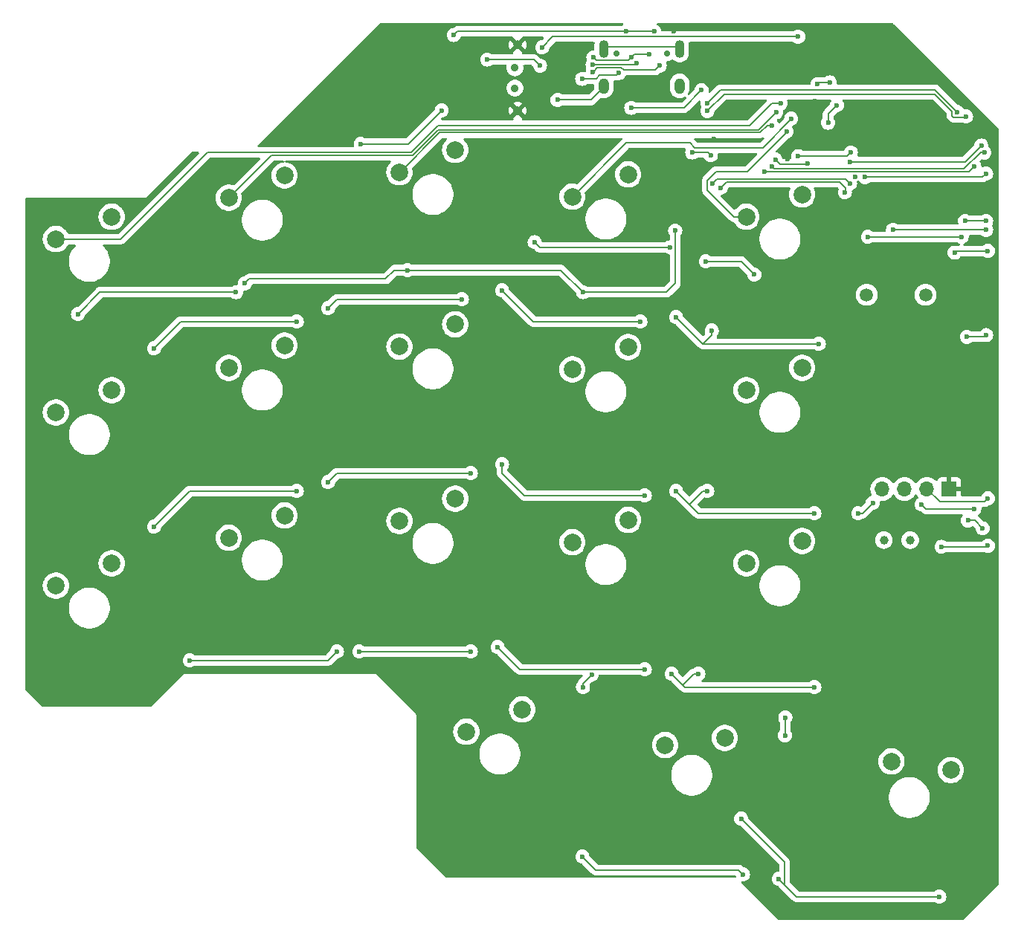
<source format=gbr>
%TF.GenerationSoftware,KiCad,Pcbnew,8.0.8*%
%TF.CreationDate,2025-02-15T19:25:01+01:00*%
%TF.ProjectId,sichergo-left,73696368-6572-4676-9f2d-6c6566742e6b,rev?*%
%TF.SameCoordinates,Original*%
%TF.FileFunction,Copper,L2,Bot*%
%TF.FilePolarity,Positive*%
%FSLAX46Y46*%
G04 Gerber Fmt 4.6, Leading zero omitted, Abs format (unit mm)*
G04 Created by KiCad (PCBNEW 8.0.8) date 2025-02-15 19:25:01*
%MOMM*%
%LPD*%
G01*
G04 APERTURE LIST*
%TA.AperFunction,ComponentPad*%
%ADD10C,2.000000*%
%TD*%
%TA.AperFunction,ComponentPad*%
%ADD11C,1.000000*%
%TD*%
%TA.AperFunction,ComponentPad*%
%ADD12C,0.700000*%
%TD*%
%TA.AperFunction,ComponentPad*%
%ADD13O,1.100000X2.000000*%
%TD*%
%TA.AperFunction,ComponentPad*%
%ADD14O,1.200000X1.800000*%
%TD*%
%TA.AperFunction,ComponentPad*%
%ADD15C,1.500000*%
%TD*%
%TA.AperFunction,ComponentPad*%
%ADD16R,1.700000X1.700000*%
%TD*%
%TA.AperFunction,ComponentPad*%
%ADD17O,1.700000X1.700000*%
%TD*%
%TA.AperFunction,ComponentPad*%
%ADD18C,0.900000*%
%TD*%
%TA.AperFunction,ViaPad*%
%ADD19C,0.600000*%
%TD*%
%TA.AperFunction,Conductor*%
%ADD20C,0.200000*%
%TD*%
G04 APERTURE END LIST*
D10*
%TO.P,SW17,1,1*%
%TO.N,/KB_COL_4*%
X173101000Y-113411000D03*
%TO.P,SW17,2,2*%
%TO.N,Net-(D36-A)*%
X179451001Y-110871000D03*
%TD*%
%TO.P,SW5,1,1*%
%TO.N,/KB_COL_1*%
X114173000Y-91122500D03*
%TO.P,SW5,2,2*%
%TO.N,Net-(D12-A)*%
X120523001Y-88582500D03*
%TD*%
%TO.P,SW2,1,1*%
%TO.N,/KB_COL_0*%
X94488000Y-96202500D03*
%TO.P,SW2,2,2*%
%TO.N,Net-(D6-A)*%
X100838001Y-93662500D03*
%TD*%
%TO.P,SW13,1,1*%
%TO.N,/KB_COL_3*%
X153289000Y-110998000D03*
%TO.P,SW13,2,2*%
%TO.N,Net-(D28-A)*%
X159639001Y-108458000D03*
%TD*%
D11*
%TO.P,SW19,*%
%TO.N,*%
X188750000Y-110750000D03*
X191750000Y-110750000D03*
%TD*%
D12*
%TO.P,USB1,*%
%TO.N,*%
X158290000Y-55320001D03*
X164070000Y-55320001D03*
D13*
%TO.P,USB1,13,SHELL*%
%TO.N,Net-(C13-Pad1)*%
X156860000Y-54790000D03*
D14*
X156860000Y-59000000D03*
D13*
%TO.P,USB1,14,SHELL*%
X165500000Y-54790000D03*
D14*
X165500000Y-59000000D03*
%TD*%
D10*
%TO.P,SW10,1,1*%
%TO.N,/KB_COL_2*%
X141224000Y-132588000D03*
%TO.P,SW10,2,2*%
%TO.N,Net-(D21-A)*%
X147574001Y-130048000D03*
%TD*%
%TO.P,SW11,1,1*%
%TO.N,/KB_COL_3*%
X153289000Y-71628000D03*
%TO.P,SW11,2,2*%
%TO.N,Net-(D26-A)*%
X159639001Y-69088000D03*
%TD*%
%TO.P,SW14,1,1*%
%TO.N,/KB_COL_3*%
X163855222Y-134101448D03*
%TO.P,SW14,2,2*%
%TO.N,Net-(D29-A)*%
X170646251Y-133291497D03*
%TD*%
%TO.P,SW16,1,1*%
%TO.N,/KB_COL_4*%
X173101000Y-93662500D03*
%TO.P,SW16,2,2*%
%TO.N,Net-(D35-A)*%
X179451001Y-91122500D03*
%TD*%
%TO.P,SW18,1,1*%
%TO.N,/KB_COL_4*%
X189613443Y-135976295D03*
%TO.P,SW18,2,2*%
%TO.N,Net-(D37-A)*%
X196382705Y-136951591D03*
%TD*%
D15*
%TO.P,Audio1,*%
%TO.N,*%
X186800000Y-82804000D03*
X193500000Y-82804000D03*
%TD*%
D10*
%TO.P,SW4,1,1*%
%TO.N,/KB_COL_1*%
X114173000Y-71755000D03*
%TO.P,SW4,2,2*%
%TO.N,Net-(D11-A)*%
X120523001Y-69215000D03*
%TD*%
%TO.P,SW6,1,1*%
%TO.N,/KB_COL_1*%
X114173000Y-110490000D03*
%TO.P,SW6,2,2*%
%TO.N,Net-(D13-A)*%
X120523001Y-107950000D03*
%TD*%
D16*
%TO.P,J1,1,Pin_1*%
%TO.N,GND*%
X196195000Y-104913800D03*
D17*
%TO.P,J1,2,Pin_2*%
%TO.N,+3V3*%
X193655000Y-104913799D03*
%TO.P,J1,3,Pin_3*%
%TO.N,Net-(J1-Pin_3)*%
X191115001Y-104913800D03*
%TO.P,J1,4,Pin_4*%
%TO.N,Net-(J1-Pin_4)*%
X188575000Y-104913800D03*
%TD*%
D10*
%TO.P,SW15,1,1*%
%TO.N,/KB_COL_4*%
X173101000Y-73914000D03*
%TO.P,SW15,2,2*%
%TO.N,Net-(D34-A)*%
X179451001Y-71374000D03*
%TD*%
%TO.P,SW1,1,1*%
%TO.N,/KB_COL_0*%
X94488000Y-76454000D03*
%TO.P,SW1,2,2*%
%TO.N,Net-(D5-A)*%
X100838001Y-73914000D03*
%TD*%
%TO.P,SW7,1,1*%
%TO.N,/KB_COL_2*%
X133604000Y-68834000D03*
%TO.P,SW7,2,2*%
%TO.N,Net-(D18-A)*%
X139954001Y-66294000D03*
%TD*%
%TO.P,SW12,1,1*%
%TO.N,/KB_COL_3*%
X153289000Y-91313000D03*
%TO.P,SW12,2,2*%
%TO.N,Net-(D27-A)*%
X159639001Y-88773000D03*
%TD*%
%TO.P,SW9,1,1*%
%TO.N,/KB_COL_2*%
X133604000Y-108585000D03*
%TO.P,SW9,2,2*%
%TO.N,Net-(D20-A)*%
X139954001Y-106045000D03*
%TD*%
%TO.P,SW8,1,1*%
%TO.N,/KB_COL_2*%
X133604000Y-88709500D03*
%TO.P,SW8,2,2*%
%TO.N,Net-(D19-A)*%
X139954001Y-86169500D03*
%TD*%
D18*
%TO.P,U3,*%
%TO.N,*%
X146750000Y-59250000D03*
X146750000Y-56950000D03*
D11*
%TO.P,U3,3,3*%
%TO.N,GND*%
X147060000Y-54320000D03*
%TO.P,U3,4,4*%
X147060000Y-61820000D03*
%TD*%
D10*
%TO.P,SW3,1,1*%
%TO.N,/KB_COL_0*%
X94488000Y-115951000D03*
%TO.P,SW3,2,2*%
%TO.N,Net-(D7-A)*%
X100838001Y-113411000D03*
%TD*%
D19*
%TO.N,GND*%
X173786800Y-56032400D03*
X164846000Y-52800000D03*
X177749200Y-67360800D03*
X180898800Y-60756800D03*
X169367200Y-65024000D03*
X169113200Y-68021200D03*
X185521600Y-69400000D03*
X184048400Y-63347600D03*
X184912000Y-62280800D03*
X190449200Y-57556400D03*
X197662800Y-71170800D03*
X154990800Y-54864000D03*
%TO.N,+3V3*%
X200400000Y-75400000D03*
X149000000Y-76800000D03*
X200400000Y-74400000D03*
X186600000Y-69400000D03*
X164400000Y-77400000D03*
X200400000Y-87400000D03*
X169062400Y-66903600D03*
X181200000Y-58800000D03*
X185000000Y-66600000D03*
X200400000Y-69000000D03*
X195323035Y-111523035D03*
X198323035Y-108523035D03*
X196800000Y-78000000D03*
X189800000Y-75400000D03*
X179000000Y-67000000D03*
X200600000Y-77800000D03*
X200600000Y-106000000D03*
X200000000Y-109400000D03*
X184900000Y-67650000D03*
X199850000Y-65800000D03*
X198000000Y-74400000D03*
X183400000Y-61200000D03*
X198200000Y-87600000D03*
X200600000Y-111400000D03*
X166938065Y-66589535D03*
X182400000Y-63200000D03*
X182600000Y-58600000D03*
%TO.N,/VBUS*%
X162600000Y-52800000D03*
X139800000Y-53200000D03*
X159400000Y-52800000D03*
%TO.N,/KB_ROW_0*%
X161036000Y-85852000D03*
X181356000Y-88392000D03*
X145288000Y-82296000D03*
X121920000Y-85852000D03*
X105664000Y-88900000D03*
X165100000Y-85344000D03*
X125476000Y-84328000D03*
X169164000Y-86868000D03*
X140716000Y-83312000D03*
%TO.N,/KB_ROW_1*%
X180848000Y-107696000D03*
X141732000Y-103124000D03*
X121920000Y-105156000D03*
X145288000Y-102108000D03*
X105664000Y-109220000D03*
X161544000Y-105664000D03*
X125476000Y-104140000D03*
X165100000Y-105156000D03*
X168656000Y-105156000D03*
%TO.N,/KB_ROW_2*%
X126492000Y-123444000D03*
X109728000Y-124460000D03*
X167640000Y-125984000D03*
X141732000Y-123444000D03*
X161544000Y-125476000D03*
X129032000Y-123444000D03*
X164592000Y-125984000D03*
X144780000Y-122936000D03*
X180848000Y-127508000D03*
%TO.N,/KB_ROW_3*%
X195072000Y-151384000D03*
X176784000Y-149352000D03*
X172720000Y-148844000D03*
X172500000Y-142500000D03*
X154432000Y-146812000D03*
%TO.N,/KB_COL_0*%
X177000000Y-61000000D03*
%TO.N,/KB_COL_1*%
X176500000Y-62000000D03*
%TO.N,/KB_COL_2*%
X176000000Y-63500000D03*
%TO.N,/KB_COL_3*%
X178199389Y-62744389D03*
%TO.N,/KB_COL_4*%
X177674265Y-64174265D03*
%TO.N,/D+*%
X155600000Y-56600000D03*
X160600000Y-56400000D03*
%TO.N,/D-*%
X155685410Y-55767292D03*
X162000000Y-55400000D03*
X159977500Y-55777500D03*
%TO.N,Net-(U1-VI)*%
X138400000Y-61800000D03*
X129200000Y-65600000D03*
%TO.N,/UART_RX*%
X186944000Y-76200000D03*
X168656000Y-61858000D03*
X198120000Y-62484000D03*
X197612000Y-76200000D03*
%TO.N,/OLED_SDA*%
X200200000Y-66600000D03*
X176000000Y-68200000D03*
%TO.N,Net-(USB1-CC1)*%
X154400000Y-58200000D03*
X158600000Y-57527000D03*
%TO.N,Net-(U4-NRST)*%
X179000000Y-53400000D03*
X149606000Y-56692800D03*
X149860000Y-54610000D03*
X143600000Y-56000000D03*
%TO.N,/UART_TX*%
X168656000Y-60960000D03*
X197104000Y-61976000D03*
%TO.N,Net-(USB1-CC2)*%
X155600000Y-57400000D03*
X163230001Y-56689360D03*
%TO.N,/SWDIO*%
X169256000Y-70104000D03*
X184912000Y-70104000D03*
%TO.N,/SWCLK*%
X185836000Y-107696000D03*
X184312000Y-71120000D03*
X187500000Y-106500000D03*
X170180000Y-70612000D03*
%TO.N,/OLED_SCL*%
X193040000Y-106680000D03*
X199044000Y-107188000D03*
X199044000Y-68164000D03*
X175200000Y-68800000D03*
%TO.N,Net-(U4-BOOT0)*%
X180050000Y-67873000D03*
X176400000Y-67400000D03*
%TO.N,Net-(Q1-G)*%
X168000000Y-59500000D03*
X160000000Y-61500000D03*
%TO.N,/MatrixL/LED_DRIVE*%
X174000000Y-80500000D03*
X155500000Y-126076000D03*
X154500000Y-82500000D03*
X116000000Y-81500000D03*
X177500000Y-133000000D03*
X134500000Y-80000000D03*
X168500000Y-79000000D03*
X165000000Y-75500000D03*
X97000000Y-85000000D03*
X177534265Y-130965735D03*
X115000000Y-82500000D03*
X154500000Y-127500000D03*
%TO.N,Net-(C13-Pad1)*%
X151600000Y-60600000D03*
%TD*%
D20*
%TO.N,Net-(U4-BOOT0)*%
X180050000Y-67873000D02*
X179952600Y-67970400D01*
X179952600Y-67970400D02*
X176970400Y-67970400D01*
X176970400Y-67970400D02*
X176400000Y-67400000D01*
%TO.N,/KB_COL_3*%
X178199389Y-62744389D02*
X178199389Y-62800611D01*
X178199389Y-62800611D02*
X174960000Y-66040000D01*
X174960000Y-66040000D02*
X167237056Y-66040000D01*
X166697056Y-65500000D02*
X159417000Y-65500000D01*
X167237056Y-66040000D02*
X166697056Y-65500000D01*
X159417000Y-65500000D02*
X153289000Y-71628000D01*
%TO.N,+3V3*%
X168748335Y-66589535D02*
X166938065Y-66589535D01*
X169062400Y-66903600D02*
X168748335Y-66589535D01*
%TO.N,Net-(U4-NRST)*%
X149860000Y-54610000D02*
X151070000Y-53400000D01*
X151070000Y-53400000D02*
X179000000Y-53400000D01*
X149606000Y-56692800D02*
X148913200Y-56000000D01*
X148913200Y-56000000D02*
X143600000Y-56000000D01*
%TO.N,+3V3*%
X196800000Y-78000000D02*
X197000000Y-77800000D01*
X199123035Y-108523035D02*
X200000000Y-109400000D01*
X198000000Y-74400000D02*
X200400000Y-74400000D01*
X184600000Y-67000000D02*
X185000000Y-66600000D01*
X195323035Y-111523035D02*
X200476965Y-111523035D01*
X149000000Y-76800000D02*
X149600000Y-77400000D01*
X198323035Y-108523035D02*
X199123035Y-108523035D01*
X195141201Y-106400000D02*
X200200000Y-106400000D01*
X149600000Y-77400000D02*
X164400000Y-77400000D01*
X200200000Y-87600000D02*
X200400000Y-87400000D01*
X189800000Y-75400000D02*
X200400000Y-75400000D01*
X193655000Y-104913799D02*
X195141201Y-106400000D01*
X181400000Y-58600000D02*
X181200000Y-58800000D01*
X182400000Y-63200000D02*
X182400000Y-62200000D01*
X198200000Y-87600000D02*
X200200000Y-87600000D01*
X200200000Y-106400000D02*
X200600000Y-106000000D01*
X200000000Y-69400000D02*
X200400000Y-69000000D01*
X186600000Y-69400000D02*
X200000000Y-69400000D01*
X182400000Y-62200000D02*
X183400000Y-61200000D01*
X198000000Y-67650000D02*
X199850000Y-65800000D01*
X182600000Y-58600000D02*
X181400000Y-58600000D01*
X179000000Y-67000000D02*
X184600000Y-67000000D01*
X197000000Y-77800000D02*
X200600000Y-77800000D01*
X200476965Y-111523035D02*
X200600000Y-111400000D01*
X184900000Y-67650000D02*
X198000000Y-67650000D01*
%TO.N,/VBUS*%
X159400000Y-52800000D02*
X140200000Y-52800000D01*
X140200000Y-52800000D02*
X139800000Y-53200000D01*
X162600000Y-52800000D02*
X159400000Y-52800000D01*
%TO.N,/KB_ROW_0*%
X145288000Y-82296000D02*
X148844000Y-85852000D01*
X148844000Y-85852000D02*
X161036000Y-85852000D01*
X126492000Y-83312000D02*
X140716000Y-83312000D01*
X108712000Y-85852000D02*
X121920000Y-85852000D01*
X125984000Y-83820000D02*
X126492000Y-83312000D01*
X168148000Y-88392000D02*
X181356000Y-88392000D01*
X165100000Y-85344000D02*
X168148000Y-88392000D01*
X169164000Y-86868000D02*
X169164000Y-87376000D01*
X125476000Y-84328000D02*
X125984000Y-83820000D01*
X169164000Y-87376000D02*
X168148000Y-88392000D01*
X105664000Y-88900000D02*
X108712000Y-85852000D01*
%TO.N,/KB_ROW_1*%
X166624000Y-106680000D02*
X168148000Y-105156000D01*
X109728000Y-105156000D02*
X121920000Y-105156000D01*
X165100000Y-105156000D02*
X166624000Y-106680000D01*
X166624000Y-106680000D02*
X167640000Y-107696000D01*
X125476000Y-104140000D02*
X126492000Y-103124000D01*
X145288000Y-103124000D02*
X147828000Y-105664000D01*
X168148000Y-105156000D02*
X168656000Y-105156000D01*
X145288000Y-102108000D02*
X145288000Y-103124000D01*
X126492000Y-103124000D02*
X141732000Y-103124000D01*
X105664000Y-109220000D02*
X109728000Y-105156000D01*
X167640000Y-107696000D02*
X180848000Y-107696000D01*
X147828000Y-105664000D02*
X161544000Y-105664000D01*
%TO.N,/KB_ROW_2*%
X129032000Y-123444000D02*
X141732000Y-123444000D01*
X167132000Y-125984000D02*
X167640000Y-125984000D01*
X109728000Y-124460000D02*
X125476000Y-124460000D01*
X147320000Y-125476000D02*
X161544000Y-125476000D01*
X165862000Y-127254000D02*
X166116000Y-127508000D01*
X164592000Y-125984000D02*
X165862000Y-127254000D01*
X166116000Y-127508000D02*
X180848000Y-127508000D01*
X165862000Y-127254000D02*
X167132000Y-125984000D01*
X125476000Y-124460000D02*
X126492000Y-123444000D01*
X144780000Y-122936000D02*
X147320000Y-125476000D01*
%TO.N,/KB_ROW_3*%
X154432000Y-146812000D02*
X155956000Y-148336000D01*
X177466000Y-150034000D02*
X178816000Y-151384000D01*
X177466000Y-147466000D02*
X172500000Y-142500000D01*
X177466000Y-150034000D02*
X177466000Y-147466000D01*
X172212000Y-148336000D02*
X172720000Y-148844000D01*
X176784000Y-149352000D02*
X177466000Y-150034000D01*
X155956000Y-148336000D02*
X172212000Y-148336000D01*
X178816000Y-151384000D02*
X195072000Y-151384000D01*
%TO.N,/KB_COL_0*%
X134952000Y-66548000D02*
X111760000Y-66548000D01*
X177000000Y-61000000D02*
X176000000Y-61000000D01*
X138000000Y-63500000D02*
X134952000Y-66548000D01*
X173500000Y-63500000D02*
X138000000Y-63500000D01*
X111760000Y-66548000D02*
X101854000Y-76454000D01*
X101854000Y-76454000D02*
X94488000Y-76454000D01*
X176000000Y-61000000D02*
X173500000Y-63500000D01*
%TO.N,/KB_COL_1*%
X174500000Y-64000000D02*
X137962448Y-64000000D01*
X137962448Y-64000000D02*
X135087448Y-66875000D01*
X176500000Y-62000000D02*
X174500000Y-64000000D01*
X119053000Y-66875000D02*
X114173000Y-71755000D01*
X135087448Y-66875000D02*
X119053000Y-66875000D01*
%TO.N,/KB_COL_2*%
X138173000Y-64327000D02*
X133666000Y-68834000D01*
X175500000Y-63500000D02*
X174673000Y-64327000D01*
X174673000Y-64327000D02*
X138173000Y-64327000D01*
X133666000Y-68834000D02*
X133604000Y-68834000D01*
X176000000Y-63500000D02*
X175500000Y-63500000D01*
%TO.N,/KB_COL_4*%
X168656000Y-70883213D02*
X171686787Y-73914000D01*
X171686787Y-73914000D02*
X173101000Y-73914000D01*
X177674265Y-64174265D02*
X177674265Y-64325735D01*
X177674265Y-64325735D02*
X173236000Y-68764000D01*
X173236000Y-68764000D02*
X169655471Y-68764000D01*
X168656000Y-69763471D02*
X168656000Y-70883213D01*
X169655471Y-68764000D02*
X168656000Y-69763471D01*
%TO.N,/D-*%
X160355000Y-55400000D02*
X162000000Y-55400000D01*
X159977500Y-55777500D02*
X159654999Y-56100001D01*
X156018119Y-56100001D02*
X155685410Y-55767292D01*
X159977500Y-55777500D02*
X160355000Y-55400000D01*
X159654999Y-56100001D02*
X156018119Y-56100001D01*
%TO.N,Net-(U1-VI)*%
X134600000Y-65600000D02*
X138400000Y-61800000D01*
X129200000Y-65600000D02*
X134600000Y-65600000D01*
%TO.N,/UART_RX*%
X196504000Y-61884000D02*
X196504000Y-62392000D01*
X168656000Y-61858000D02*
X170570000Y-59944000D01*
X196504000Y-62392000D02*
X196688000Y-62576000D01*
X196688000Y-62576000D02*
X198028000Y-62576000D01*
X198028000Y-62576000D02*
X198120000Y-62484000D01*
X170570000Y-59944000D02*
X194564000Y-59944000D01*
X197612000Y-76200000D02*
X186944000Y-76200000D01*
X194564000Y-59944000D02*
X196504000Y-61884000D01*
%TO.N,/OLED_SDA*%
X199759471Y-66600000D02*
X197886471Y-68473000D01*
X200200000Y-66600000D02*
X199759471Y-66600000D01*
X176273000Y-68473000D02*
X176000000Y-68200000D01*
X197886471Y-68473000D02*
X176273000Y-68473000D01*
%TO.N,Net-(USB1-CC1)*%
X156000000Y-58200000D02*
X156400000Y-57800000D01*
X156400000Y-57800000D02*
X158327000Y-57800000D01*
X158327000Y-57800000D02*
X158600000Y-57527000D01*
X154400000Y-58200000D02*
X156000000Y-58200000D01*
%TO.N,/UART_TX*%
X168656000Y-60960000D02*
X170180000Y-59436000D01*
X194564000Y-59436000D02*
X197104000Y-61976000D01*
X170180000Y-59436000D02*
X194564000Y-59436000D01*
%TO.N,/SWDIO*%
X169764000Y-69596000D02*
X184404000Y-69596000D01*
X184404000Y-69596000D02*
X184912000Y-70104000D01*
X169256000Y-70104000D02*
X169764000Y-69596000D01*
%TO.N,/SWCLK*%
X170180000Y-70612000D02*
X170869000Y-69923000D01*
X184404000Y-71028000D02*
X184312000Y-71120000D01*
X170869000Y-69923000D02*
X183715000Y-69923000D01*
X183715000Y-69923000D02*
X184404000Y-70612000D01*
X184404000Y-70612000D02*
X184404000Y-71028000D01*
X186304000Y-107696000D02*
X185836000Y-107696000D01*
X187500000Y-106500000D02*
X186304000Y-107696000D01*
%TO.N,/OLED_SCL*%
X198408000Y-68800000D02*
X199044000Y-68164000D01*
X199044000Y-107188000D02*
X193548000Y-107188000D01*
X175200000Y-68800000D02*
X198408000Y-68800000D01*
X193548000Y-107188000D02*
X193040000Y-106680000D01*
%TO.N,Net-(Q1-G)*%
X166000000Y-61500000D02*
X168000000Y-59500000D01*
X160000000Y-61500000D02*
X166000000Y-61500000D01*
%TO.N,/MatrixL/LED_DRIVE*%
X97000000Y-85000000D02*
X99500000Y-82500000D01*
X154500000Y-127500000D02*
X154500000Y-127076000D01*
X154500000Y-82500000D02*
X164000000Y-82500000D01*
X164000000Y-82500000D02*
X165000000Y-81500000D01*
X168500000Y-79000000D02*
X172500000Y-79000000D01*
X152000000Y-80000000D02*
X154500000Y-82500000D01*
X172500000Y-79000000D02*
X174000000Y-80500000D01*
X177500000Y-131000000D02*
X177534265Y-130965735D01*
X132000000Y-81000000D02*
X116500000Y-81000000D01*
X116500000Y-81000000D02*
X116000000Y-81500000D01*
X177500000Y-133000000D02*
X177500000Y-131000000D01*
X134500000Y-80000000D02*
X152000000Y-80000000D01*
X133000000Y-80000000D02*
X132000000Y-81000000D01*
X134500000Y-80000000D02*
X133000000Y-80000000D01*
X165000000Y-81500000D02*
X165000000Y-75500000D01*
X99500000Y-82500000D02*
X115000000Y-82500000D01*
X154500000Y-127076000D02*
X155500000Y-126076000D01*
%TO.N,Net-(C13-Pad1)*%
X157109999Y-54540001D02*
X156860000Y-54790000D01*
X156860000Y-59140000D02*
X156860000Y-59000000D01*
X165250001Y-54540001D02*
X157109999Y-54540001D01*
X151600000Y-60600000D02*
X155400000Y-60600000D01*
X155400000Y-60600000D02*
X156860000Y-59140000D01*
X165500000Y-54790000D02*
X165250001Y-54540001D01*
%TO.N,/D+*%
X160400000Y-56600000D02*
X155600000Y-56600000D01*
X160600000Y-56400000D02*
X160400000Y-56600000D01*
%TO.N,Net-(USB1-CC2)*%
X159121529Y-57200000D02*
X162719361Y-57200000D01*
X162719361Y-57200000D02*
X163230001Y-56689360D01*
X155600000Y-57400000D02*
X155648529Y-57400000D01*
X155648529Y-57400000D02*
X156121529Y-56927000D01*
X156121529Y-56927000D02*
X158848529Y-56927000D01*
X158848529Y-56927000D02*
X159121529Y-57200000D01*
%TD*%
%TA.AperFunction,Conductor*%
%TO.N,GND*%
G36*
X159043137Y-51870185D02*
G01*
X159088892Y-51922989D01*
X159098836Y-51992147D01*
X159069811Y-52055703D01*
X159042070Y-52079494D01*
X158897736Y-52170185D01*
X158894903Y-52172445D01*
X158892724Y-52173334D01*
X158891842Y-52173889D01*
X158891744Y-52173734D01*
X158830217Y-52198855D01*
X158817588Y-52199500D01*
X140120940Y-52199500D01*
X140080019Y-52210464D01*
X140080019Y-52210465D01*
X140042751Y-52220451D01*
X139968214Y-52240423D01*
X139968209Y-52240426D01*
X139831285Y-52319478D01*
X139781462Y-52369300D01*
X139720138Y-52402784D01*
X139707666Y-52404837D01*
X139620750Y-52414630D01*
X139450478Y-52474210D01*
X139297737Y-52570184D01*
X139170184Y-52697737D01*
X139074211Y-52850476D01*
X139014631Y-53020745D01*
X139014630Y-53020750D01*
X138994435Y-53199996D01*
X138994435Y-53200003D01*
X139014630Y-53379249D01*
X139014631Y-53379254D01*
X139074211Y-53549523D01*
X139109512Y-53605703D01*
X139170184Y-53702262D01*
X139297738Y-53829816D01*
X139450478Y-53925789D01*
X139511839Y-53947260D01*
X139620745Y-53985368D01*
X139620750Y-53985369D01*
X139799996Y-54005565D01*
X139800000Y-54005565D01*
X139800004Y-54005565D01*
X139979249Y-53985369D01*
X139979252Y-53985368D01*
X139979255Y-53985368D01*
X140149522Y-53925789D01*
X140302262Y-53829816D01*
X140429816Y-53702262D01*
X140525789Y-53549522D01*
X140548875Y-53483546D01*
X140589597Y-53426770D01*
X140654549Y-53401022D01*
X140665917Y-53400500D01*
X146442691Y-53400500D01*
X146509730Y-53420185D01*
X146530372Y-53436819D01*
X147013555Y-53920001D01*
X147007339Y-53920001D01*
X146905606Y-53947260D01*
X146814395Y-53999921D01*
X146739921Y-54074395D01*
X146687260Y-54165606D01*
X146660001Y-54267339D01*
X146660001Y-54273554D01*
X146197923Y-53811476D01*
X146131649Y-53935466D01*
X146074468Y-54123967D01*
X146055161Y-54320000D01*
X146074468Y-54516032D01*
X146131651Y-54704539D01*
X146197922Y-54828523D01*
X146197923Y-54828523D01*
X146660001Y-54366445D01*
X146660001Y-54372661D01*
X146687260Y-54474394D01*
X146739921Y-54565605D01*
X146814395Y-54640079D01*
X146905606Y-54692740D01*
X147007339Y-54719999D01*
X147013554Y-54719999D01*
X146551475Y-55182076D01*
X146553793Y-55197701D01*
X146571510Y-55215104D01*
X146586970Y-55283242D01*
X146563138Y-55348922D01*
X146507580Y-55391290D01*
X146463212Y-55399500D01*
X144182412Y-55399500D01*
X144115373Y-55379815D01*
X144105097Y-55372445D01*
X144102263Y-55370185D01*
X144102262Y-55370184D01*
X144033553Y-55327011D01*
X143949523Y-55274211D01*
X143779254Y-55214631D01*
X143779249Y-55214630D01*
X143600004Y-55194435D01*
X143599996Y-55194435D01*
X143420750Y-55214630D01*
X143420745Y-55214631D01*
X143250476Y-55274211D01*
X143097737Y-55370184D01*
X142970184Y-55497737D01*
X142874211Y-55650476D01*
X142814631Y-55820745D01*
X142814630Y-55820750D01*
X142794435Y-55999996D01*
X142794435Y-56000003D01*
X142814630Y-56179249D01*
X142814631Y-56179254D01*
X142874211Y-56349523D01*
X142944645Y-56461617D01*
X142970184Y-56502262D01*
X143097738Y-56629816D01*
X143250478Y-56725789D01*
X143384416Y-56772656D01*
X143420745Y-56785368D01*
X143420750Y-56785369D01*
X143599996Y-56805565D01*
X143600000Y-56805565D01*
X143600004Y-56805565D01*
X143779249Y-56785369D01*
X143779252Y-56785368D01*
X143779255Y-56785368D01*
X143949522Y-56725789D01*
X144102262Y-56629816D01*
X144102267Y-56629810D01*
X144105097Y-56627555D01*
X144107275Y-56626665D01*
X144108158Y-56626111D01*
X144108255Y-56626265D01*
X144169783Y-56601145D01*
X144182412Y-56600500D01*
X145695555Y-56600500D01*
X145762594Y-56620185D01*
X145808349Y-56672989D01*
X145818293Y-56742147D01*
X145814217Y-56760491D01*
X145813253Y-56763669D01*
X145809250Y-56804307D01*
X145807465Y-56816341D01*
X145799500Y-56856385D01*
X145799500Y-56897212D01*
X145798903Y-56909366D01*
X145794901Y-56949999D01*
X145798903Y-56990632D01*
X145799500Y-57002786D01*
X145799500Y-57043620D01*
X145807464Y-57083657D01*
X145809250Y-57095692D01*
X145813253Y-57136331D01*
X145813253Y-57136333D01*
X145825104Y-57175402D01*
X145828060Y-57187202D01*
X145836025Y-57227246D01*
X145836027Y-57227252D01*
X145851652Y-57264973D01*
X145855745Y-57276412D01*
X145865376Y-57308159D01*
X145867605Y-57315505D01*
X145886847Y-57351503D01*
X145892050Y-57362502D01*
X145907678Y-57400231D01*
X145907680Y-57400235D01*
X145930362Y-57434181D01*
X145936617Y-57444617D01*
X145955864Y-57480625D01*
X145955865Y-57480626D01*
X145955864Y-57480626D01*
X145981765Y-57512186D01*
X145989014Y-57521960D01*
X146011697Y-57555907D01*
X146011700Y-57555911D01*
X146040566Y-57584777D01*
X146048738Y-57593792D01*
X146074644Y-57625358D01*
X146106205Y-57651259D01*
X146115213Y-57659423D01*
X146135917Y-57680127D01*
X146144092Y-57688302D01*
X146178040Y-57710986D01*
X146187813Y-57718234D01*
X146202929Y-57730639D01*
X146219375Y-57744136D01*
X146255383Y-57763382D01*
X146265818Y-57769636D01*
X146278013Y-57777785D01*
X146299768Y-57792322D01*
X146337491Y-57807947D01*
X146348493Y-57813150D01*
X146384499Y-57832396D01*
X146397702Y-57836401D01*
X146423568Y-57844248D01*
X146435024Y-57848346D01*
X146472749Y-57863973D01*
X146512811Y-57871941D01*
X146524590Y-57874892D01*
X146563669Y-57886747D01*
X146604304Y-57890748D01*
X146616336Y-57892533D01*
X146626728Y-57894600D01*
X146656381Y-57900500D01*
X146656384Y-57900500D01*
X146697213Y-57900500D01*
X146709367Y-57901097D01*
X146750000Y-57905099D01*
X146790633Y-57901097D01*
X146802787Y-57900500D01*
X146843620Y-57900500D01*
X146883660Y-57892534D01*
X146895700Y-57890747D01*
X146936331Y-57886747D01*
X146975395Y-57874896D01*
X146987199Y-57871940D01*
X147007938Y-57867814D01*
X147027251Y-57863973D01*
X147064985Y-57848342D01*
X147076432Y-57844247D01*
X147115501Y-57832396D01*
X147151511Y-57813146D01*
X147162500Y-57807949D01*
X147200231Y-57792322D01*
X147234190Y-57769630D01*
X147244616Y-57763382D01*
X147280625Y-57744136D01*
X147312190Y-57718230D01*
X147321959Y-57710984D01*
X147355908Y-57688302D01*
X147384794Y-57659415D01*
X147393780Y-57651270D01*
X147425357Y-57625357D01*
X147451270Y-57593780D01*
X147459415Y-57584794D01*
X147488302Y-57555908D01*
X147510984Y-57521959D01*
X147518231Y-57512189D01*
X147544136Y-57480625D01*
X147563385Y-57444609D01*
X147569636Y-57434181D01*
X147592322Y-57400231D01*
X147607949Y-57362500D01*
X147613146Y-57351511D01*
X147632396Y-57315501D01*
X147644248Y-57276429D01*
X147648345Y-57264978D01*
X147663973Y-57227251D01*
X147667814Y-57207938D01*
X147671940Y-57187199D01*
X147674897Y-57175393D01*
X147686746Y-57136333D01*
X147686747Y-57136331D01*
X147690749Y-57095692D01*
X147692534Y-57083660D01*
X147700500Y-57043620D01*
X147700500Y-57002786D01*
X147701097Y-56990632D01*
X147705099Y-56950000D01*
X147701097Y-56909366D01*
X147700500Y-56897212D01*
X147700500Y-56856380D01*
X147692534Y-56816341D01*
X147690747Y-56804295D01*
X147688883Y-56785369D01*
X147686747Y-56763669D01*
X147685783Y-56760494D01*
X147685768Y-56758750D01*
X147685558Y-56757692D01*
X147685758Y-56757652D01*
X147685161Y-56690628D01*
X147722409Y-56631515D01*
X147785704Y-56601924D01*
X147804445Y-56600500D01*
X148613103Y-56600500D01*
X148680142Y-56620185D01*
X148700784Y-56636819D01*
X148775298Y-56711333D01*
X148808783Y-56772656D01*
X148810837Y-56785130D01*
X148820630Y-56872049D01*
X148880210Y-57042321D01*
X148976184Y-57195062D01*
X149103738Y-57322616D01*
X149256478Y-57418589D01*
X149315504Y-57439243D01*
X149426745Y-57478168D01*
X149426750Y-57478169D01*
X149605996Y-57498365D01*
X149606000Y-57498365D01*
X149606004Y-57498365D01*
X149785249Y-57478169D01*
X149785252Y-57478168D01*
X149785255Y-57478168D01*
X149955522Y-57418589D01*
X150108262Y-57322616D01*
X150235816Y-57195062D01*
X150331789Y-57042322D01*
X150391368Y-56872055D01*
X150391756Y-56868614D01*
X150411565Y-56692803D01*
X150411565Y-56692796D01*
X150391369Y-56513550D01*
X150391368Y-56513545D01*
X150373198Y-56461617D01*
X150331789Y-56343278D01*
X150326873Y-56335455D01*
X150273260Y-56250130D01*
X150235816Y-56190538D01*
X150108262Y-56062984D01*
X150088359Y-56050478D01*
X149955521Y-55967010D01*
X149807849Y-55915338D01*
X149785255Y-55907432D01*
X149785254Y-55907431D01*
X149785249Y-55907430D01*
X149698330Y-55897637D01*
X149633916Y-55870570D01*
X149624533Y-55862098D01*
X149400790Y-55638355D01*
X149400788Y-55638352D01*
X149281917Y-55519481D01*
X149281909Y-55519475D01*
X149180136Y-55460717D01*
X149180134Y-55460716D01*
X149144990Y-55440425D01*
X149144989Y-55440424D01*
X149098540Y-55427978D01*
X148992257Y-55399499D01*
X148834143Y-55399499D01*
X148826547Y-55399499D01*
X148826531Y-55399500D01*
X147656787Y-55399500D01*
X147589748Y-55379815D01*
X147543993Y-55327011D01*
X147534049Y-55257853D01*
X147563074Y-55194297D01*
X147567198Y-55191003D01*
X147568523Y-55182075D01*
X147106447Y-54719999D01*
X147112661Y-54719999D01*
X147214394Y-54692740D01*
X147305605Y-54640079D01*
X147380079Y-54565605D01*
X147432740Y-54474394D01*
X147459999Y-54372661D01*
X147459999Y-54366446D01*
X147922076Y-54828523D01*
X147988348Y-54704537D01*
X148045531Y-54516032D01*
X148064838Y-54320000D01*
X148045531Y-54123967D01*
X147988348Y-53935462D01*
X147922075Y-53811476D01*
X147459999Y-54273552D01*
X147459999Y-54267339D01*
X147432740Y-54165606D01*
X147380079Y-54074395D01*
X147305605Y-53999921D01*
X147214394Y-53947260D01*
X147112661Y-53920001D01*
X147106446Y-53920001D01*
X147589627Y-53436819D01*
X147650950Y-53403334D01*
X147677308Y-53400500D01*
X149920902Y-53400500D01*
X149987941Y-53420185D01*
X150033696Y-53472989D01*
X150043640Y-53542147D01*
X150014615Y-53605703D01*
X150008589Y-53612174D01*
X149918502Y-53702262D01*
X149841465Y-53779299D01*
X149780142Y-53812783D01*
X149767668Y-53814837D01*
X149680750Y-53824630D01*
X149510478Y-53884210D01*
X149357737Y-53980184D01*
X149230184Y-54107737D01*
X149134211Y-54260476D01*
X149074631Y-54430745D01*
X149074630Y-54430750D01*
X149054435Y-54609996D01*
X149054435Y-54610003D01*
X149074630Y-54789249D01*
X149074631Y-54789254D01*
X149134211Y-54959523D01*
X149148286Y-54981923D01*
X149230184Y-55112262D01*
X149357738Y-55239816D01*
X149414112Y-55275238D01*
X149485351Y-55320001D01*
X149510478Y-55335789D01*
X149615235Y-55372445D01*
X149680745Y-55395368D01*
X149680750Y-55395369D01*
X149859996Y-55415565D01*
X149860000Y-55415565D01*
X149860004Y-55415565D01*
X150039249Y-55395369D01*
X150039252Y-55395368D01*
X150039255Y-55395368D01*
X150209522Y-55335789D01*
X150362262Y-55239816D01*
X150489816Y-55112262D01*
X150585789Y-54959522D01*
X150645368Y-54789255D01*
X150655161Y-54702329D01*
X150682226Y-54637918D01*
X150690690Y-54628543D01*
X151282416Y-54036819D01*
X151343739Y-54003334D01*
X151370097Y-54000500D01*
X155705356Y-54000500D01*
X155772395Y-54020185D01*
X155818150Y-54072989D01*
X155828094Y-54142147D01*
X155826973Y-54148691D01*
X155809500Y-54236531D01*
X155809500Y-54837727D01*
X155789815Y-54904766D01*
X155737011Y-54950521D01*
X155692251Y-54960258D01*
X155692329Y-54960947D01*
X155685600Y-54961705D01*
X155685500Y-54961727D01*
X155685406Y-54961727D01*
X155506160Y-54981922D01*
X155506155Y-54981923D01*
X155335886Y-55041503D01*
X155183147Y-55137476D01*
X155055594Y-55265029D01*
X154959621Y-55417768D01*
X154900041Y-55588037D01*
X154900040Y-55588042D01*
X154879845Y-55767288D01*
X154879845Y-55767295D01*
X154900041Y-55946544D01*
X154900041Y-55946546D01*
X154900042Y-55946547D01*
X154938814Y-56057354D01*
X154939389Y-56058995D01*
X154942950Y-56128773D01*
X154927341Y-56165920D01*
X154874209Y-56250479D01*
X154814633Y-56420737D01*
X154814630Y-56420750D01*
X154794435Y-56599996D01*
X154794435Y-56600003D01*
X154814630Y-56779249D01*
X154814633Y-56779262D01*
X154876510Y-56956094D01*
X154874364Y-56956844D01*
X154883962Y-57015144D01*
X154875609Y-57043590D01*
X154876510Y-57043906D01*
X154814633Y-57220737D01*
X154814630Y-57220750D01*
X154802096Y-57332001D01*
X154775030Y-57396415D01*
X154717435Y-57435971D01*
X154647598Y-57438108D01*
X154637922Y-57435160D01*
X154579257Y-57414632D01*
X154579249Y-57414630D01*
X154400004Y-57394435D01*
X154399996Y-57394435D01*
X154220750Y-57414630D01*
X154220745Y-57414631D01*
X154050476Y-57474211D01*
X153897737Y-57570184D01*
X153770184Y-57697737D01*
X153674211Y-57850476D01*
X153614631Y-58020745D01*
X153614630Y-58020750D01*
X153594435Y-58199996D01*
X153594435Y-58200003D01*
X153614630Y-58379249D01*
X153614631Y-58379254D01*
X153674211Y-58549523D01*
X153754963Y-58678038D01*
X153770184Y-58702262D01*
X153897738Y-58829816D01*
X153971913Y-58876423D01*
X154048426Y-58924500D01*
X154050478Y-58925789D01*
X154184679Y-58972748D01*
X154220745Y-58985368D01*
X154220750Y-58985369D01*
X154399996Y-59005565D01*
X154400000Y-59005565D01*
X154400004Y-59005565D01*
X154579249Y-58985369D01*
X154579252Y-58985368D01*
X154579255Y-58985368D01*
X154749522Y-58925789D01*
X154902262Y-58829816D01*
X154902267Y-58829810D01*
X154905097Y-58827555D01*
X154907275Y-58826665D01*
X154908158Y-58826111D01*
X154908255Y-58826265D01*
X154969783Y-58801145D01*
X154982412Y-58800500D01*
X155635500Y-58800500D01*
X155702539Y-58820185D01*
X155748294Y-58872989D01*
X155759500Y-58924500D01*
X155759500Y-59339902D01*
X155739815Y-59406941D01*
X155723181Y-59427583D01*
X155187584Y-59963181D01*
X155126261Y-59996666D01*
X155099903Y-59999500D01*
X152182412Y-59999500D01*
X152115373Y-59979815D01*
X152105097Y-59972445D01*
X152102263Y-59970185D01*
X152102262Y-59970184D01*
X152026802Y-59922769D01*
X151949523Y-59874211D01*
X151779254Y-59814631D01*
X151779249Y-59814630D01*
X151600004Y-59794435D01*
X151599996Y-59794435D01*
X151420750Y-59814630D01*
X151420745Y-59814631D01*
X151250476Y-59874211D01*
X151097737Y-59970184D01*
X150970184Y-60097737D01*
X150874211Y-60250476D01*
X150814631Y-60420745D01*
X150814630Y-60420750D01*
X150794435Y-60599996D01*
X150794435Y-60600003D01*
X150814630Y-60779249D01*
X150814631Y-60779254D01*
X150874211Y-60949523D01*
X150970184Y-61102262D01*
X151097738Y-61229816D01*
X151188080Y-61286582D01*
X151242450Y-61320745D01*
X151250478Y-61325789D01*
X151318306Y-61349523D01*
X151420745Y-61385368D01*
X151420750Y-61385369D01*
X151599996Y-61405565D01*
X151600000Y-61405565D01*
X151600004Y-61405565D01*
X151779249Y-61385369D01*
X151779252Y-61385368D01*
X151779255Y-61385368D01*
X151949522Y-61325789D01*
X152102262Y-61229816D01*
X152102267Y-61229810D01*
X152105097Y-61227555D01*
X152107275Y-61226665D01*
X152108158Y-61226111D01*
X152108255Y-61226265D01*
X152169783Y-61201145D01*
X152182412Y-61200500D01*
X155313331Y-61200500D01*
X155313347Y-61200501D01*
X155320943Y-61200501D01*
X155479054Y-61200501D01*
X155479057Y-61200501D01*
X155631785Y-61159577D01*
X155705845Y-61116818D01*
X155768716Y-61080520D01*
X155880520Y-60968716D01*
X155880520Y-60968714D01*
X155890724Y-60958511D01*
X155890728Y-60958506D01*
X156453117Y-60396116D01*
X156514438Y-60362633D01*
X156579111Y-60365867D01*
X156602299Y-60373402D01*
X156773389Y-60400500D01*
X156773390Y-60400500D01*
X156946610Y-60400500D01*
X156946611Y-60400500D01*
X157117701Y-60373402D01*
X157282445Y-60319873D01*
X157436788Y-60241232D01*
X157576928Y-60139414D01*
X157699414Y-60016928D01*
X157801232Y-59876788D01*
X157879873Y-59722445D01*
X157933402Y-59557701D01*
X157960500Y-59386611D01*
X157960500Y-58613389D01*
X157958380Y-58600003D01*
X157949494Y-58543897D01*
X157958449Y-58474604D01*
X158003445Y-58421152D01*
X158070197Y-58400513D01*
X158071967Y-58400500D01*
X158240331Y-58400500D01*
X158240347Y-58400501D01*
X158247943Y-58400501D01*
X158406054Y-58400501D01*
X158406057Y-58400501D01*
X158558785Y-58359577D01*
X158584518Y-58344719D01*
X158632631Y-58328888D01*
X158666218Y-58325104D01*
X158779250Y-58312369D01*
X158779253Y-58312368D01*
X158779255Y-58312368D01*
X158949522Y-58252789D01*
X159102262Y-58156816D01*
X159229816Y-58029262D01*
X159325789Y-57876522D01*
X159325789Y-57876520D01*
X159325791Y-57876518D01*
X159328594Y-57870699D01*
X159375416Y-57818839D01*
X159440314Y-57800500D01*
X162632692Y-57800500D01*
X162632708Y-57800501D01*
X162640304Y-57800501D01*
X162798415Y-57800501D01*
X162798418Y-57800501D01*
X162951146Y-57759577D01*
X163001265Y-57730639D01*
X163088077Y-57680520D01*
X163199881Y-57568716D01*
X163199881Y-57568714D01*
X163210089Y-57558507D01*
X163210091Y-57558504D01*
X163248536Y-57520058D01*
X163309857Y-57486575D01*
X163322312Y-57484523D01*
X163409256Y-57474728D01*
X163579523Y-57415149D01*
X163732263Y-57319176D01*
X163859817Y-57191622D01*
X163955790Y-57038882D01*
X164015369Y-56868615D01*
X164021259Y-56816341D01*
X164035566Y-56689363D01*
X164035566Y-56689356D01*
X164015370Y-56510110D01*
X164015368Y-56510102D01*
X163954257Y-56335455D01*
X163950696Y-56265677D01*
X163985425Y-56205049D01*
X164047418Y-56172822D01*
X164071299Y-56170501D01*
X164159389Y-56170501D01*
X164159391Y-56170501D01*
X164240663Y-56153225D01*
X164242068Y-56152936D01*
X164318082Y-56137817D01*
X164318087Y-56137814D01*
X164323913Y-56136047D01*
X164324057Y-56136522D01*
X164333088Y-56133712D01*
X164334251Y-56133333D01*
X164334267Y-56133330D01*
X164404329Y-56102135D01*
X164407212Y-56100896D01*
X164472863Y-56073704D01*
X164473390Y-56073351D01*
X164491865Y-56063163D01*
X164492684Y-56062797D01*
X164497593Y-56060613D01*
X164554505Y-56019262D01*
X164558375Y-56016565D01*
X164612162Y-55980627D01*
X164612166Y-55980622D01*
X164613170Y-55979952D01*
X164679848Y-55959075D01*
X164747228Y-55977560D01*
X164769741Y-55995374D01*
X164830342Y-56055975D01*
X164830345Y-56055977D01*
X165002402Y-56170941D01*
X165193580Y-56250130D01*
X165396530Y-56290499D01*
X165396534Y-56290500D01*
X165396535Y-56290500D01*
X165603466Y-56290500D01*
X165603467Y-56290499D01*
X165806420Y-56250130D01*
X165997598Y-56170941D01*
X166169655Y-56055977D01*
X166315977Y-55909655D01*
X166430941Y-55737598D01*
X166510130Y-55546420D01*
X166550500Y-55343465D01*
X166550500Y-54236535D01*
X166540298Y-54185247D01*
X166533027Y-54148691D01*
X166539254Y-54079100D01*
X166582117Y-54023923D01*
X166648007Y-54000678D01*
X166654644Y-54000500D01*
X178417588Y-54000500D01*
X178484627Y-54020185D01*
X178494903Y-54027555D01*
X178497736Y-54029814D01*
X178497738Y-54029816D01*
X178650478Y-54125789D01*
X178820745Y-54185368D01*
X178820750Y-54185369D01*
X178999996Y-54205565D01*
X179000000Y-54205565D01*
X179000004Y-54205565D01*
X179179249Y-54185369D01*
X179179252Y-54185368D01*
X179179255Y-54185368D01*
X179349522Y-54125789D01*
X179502262Y-54029816D01*
X179629816Y-53902262D01*
X179725789Y-53749522D01*
X179785368Y-53579255D01*
X179788718Y-53549522D01*
X179805565Y-53400003D01*
X179805565Y-53399996D01*
X179785369Y-53220750D01*
X179785368Y-53220745D01*
X179725788Y-53050476D01*
X179629815Y-52897737D01*
X179502262Y-52770184D01*
X179349523Y-52674211D01*
X179179254Y-52614631D01*
X179179249Y-52614630D01*
X179000004Y-52594435D01*
X178999996Y-52594435D01*
X178820750Y-52614630D01*
X178820745Y-52614631D01*
X178650476Y-52674211D01*
X178497736Y-52770185D01*
X178494903Y-52772445D01*
X178492724Y-52773334D01*
X178491842Y-52773889D01*
X178491744Y-52773734D01*
X178430217Y-52798855D01*
X178417588Y-52799500D01*
X163516322Y-52799500D01*
X163449283Y-52779815D01*
X163403528Y-52727011D01*
X163393102Y-52689383D01*
X163385369Y-52620750D01*
X163385368Y-52620748D01*
X163385368Y-52620745D01*
X163325789Y-52450478D01*
X163229816Y-52297738D01*
X163102262Y-52170184D01*
X162957930Y-52079494D01*
X162911639Y-52027159D01*
X162900991Y-51958105D01*
X162929366Y-51894257D01*
X162987756Y-51855885D01*
X163023902Y-51850500D01*
X189741324Y-51850500D01*
X189808363Y-51870185D01*
X189829005Y-51886819D01*
X201813181Y-63870995D01*
X201846666Y-63932318D01*
X201849500Y-63958676D01*
X201849500Y-149891324D01*
X201829815Y-149958363D01*
X201813181Y-149979005D01*
X197829005Y-153963181D01*
X197767682Y-153996666D01*
X197741324Y-153999500D01*
X176758676Y-153999500D01*
X176691637Y-153979815D01*
X176670995Y-153963181D01*
X172561911Y-149854097D01*
X172528426Y-149792774D01*
X172533410Y-149723082D01*
X172575282Y-149667149D01*
X172640746Y-149642732D01*
X172663472Y-149643195D01*
X172708612Y-149648282D01*
X172719999Y-149649565D01*
X172720000Y-149649565D01*
X172720004Y-149649565D01*
X172899249Y-149629369D01*
X172899252Y-149629368D01*
X172899255Y-149629368D01*
X173069522Y-149569789D01*
X173222262Y-149473816D01*
X173349816Y-149346262D01*
X173445789Y-149193522D01*
X173505368Y-149023255D01*
X173505786Y-149019546D01*
X173525565Y-148844003D01*
X173525565Y-148843996D01*
X173505369Y-148664750D01*
X173505368Y-148664745D01*
X173465097Y-148549658D01*
X173445789Y-148494478D01*
X173349816Y-148341738D01*
X173222262Y-148214184D01*
X173069521Y-148118210D01*
X172899249Y-148058630D01*
X172812330Y-148048837D01*
X172747916Y-148021770D01*
X172738533Y-148013298D01*
X172699590Y-147974355D01*
X172699588Y-147974352D01*
X172580717Y-147855481D01*
X172580716Y-147855480D01*
X172493904Y-147805360D01*
X172493904Y-147805359D01*
X172493900Y-147805358D01*
X172443785Y-147776423D01*
X172291057Y-147735499D01*
X172132943Y-147735499D01*
X172125347Y-147735499D01*
X172125331Y-147735500D01*
X156256097Y-147735500D01*
X156189058Y-147715815D01*
X156168416Y-147699181D01*
X155262700Y-146793465D01*
X155229215Y-146732142D01*
X155227163Y-146719686D01*
X155217368Y-146632745D01*
X155157789Y-146462478D01*
X155061816Y-146309738D01*
X154934262Y-146182184D01*
X154781523Y-146086211D01*
X154611254Y-146026631D01*
X154611249Y-146026630D01*
X154432004Y-146006435D01*
X154431996Y-146006435D01*
X154252750Y-146026630D01*
X154252745Y-146026631D01*
X154082476Y-146086211D01*
X153929737Y-146182184D01*
X153802184Y-146309737D01*
X153706211Y-146462476D01*
X153646631Y-146632745D01*
X153646630Y-146632750D01*
X153626435Y-146811996D01*
X153626435Y-146812003D01*
X153646630Y-146991249D01*
X153646631Y-146991254D01*
X153706211Y-147161523D01*
X153802184Y-147314262D01*
X153929738Y-147441816D01*
X154082478Y-147537789D01*
X154252745Y-147597368D01*
X154339669Y-147607161D01*
X154404080Y-147634226D01*
X154413465Y-147642700D01*
X155471139Y-148700374D01*
X155471149Y-148700385D01*
X155475479Y-148704715D01*
X155475480Y-148704716D01*
X155587284Y-148816520D01*
X155587286Y-148816521D01*
X155587290Y-148816524D01*
X155724209Y-148895573D01*
X155724216Y-148895577D01*
X155826773Y-148923057D01*
X155876942Y-148936500D01*
X155876943Y-148936500D01*
X171816293Y-148936500D01*
X171883332Y-148956185D01*
X171929087Y-149008989D01*
X171933335Y-149019546D01*
X171934631Y-149023249D01*
X171934632Y-149023255D01*
X171956804Y-149086618D01*
X171960365Y-149156397D01*
X171925636Y-149217024D01*
X171863642Y-149249251D01*
X171823581Y-149250512D01*
X171815892Y-149249500D01*
X139008676Y-149249500D01*
X138941637Y-149229815D01*
X138920995Y-149213181D01*
X135536819Y-145829005D01*
X135503334Y-145767682D01*
X135500500Y-145741324D01*
X135500500Y-142499996D01*
X171694435Y-142499996D01*
X171694435Y-142500003D01*
X171714630Y-142679249D01*
X171714631Y-142679254D01*
X171774211Y-142849523D01*
X171870184Y-143002262D01*
X171997738Y-143129816D01*
X172150478Y-143225789D01*
X172320745Y-143285368D01*
X172407669Y-143295161D01*
X172472080Y-143322226D01*
X172481465Y-143330700D01*
X176829181Y-147678416D01*
X176862666Y-147739739D01*
X176865500Y-147766097D01*
X176865500Y-148426438D01*
X176845815Y-148493477D01*
X176793011Y-148539232D01*
X176755384Y-148549658D01*
X176604749Y-148566630D01*
X176604745Y-148566631D01*
X176434476Y-148626211D01*
X176281737Y-148722184D01*
X176154184Y-148849737D01*
X176058211Y-149002476D01*
X175998631Y-149172745D01*
X175998630Y-149172750D01*
X175978435Y-149351996D01*
X175978435Y-149352003D01*
X175998630Y-149531249D01*
X175998631Y-149531254D01*
X176058211Y-149701523D01*
X176071758Y-149723082D01*
X176154184Y-149854262D01*
X176281738Y-149981816D01*
X176434478Y-150077789D01*
X176604745Y-150137368D01*
X176691669Y-150147161D01*
X176756080Y-150174226D01*
X176765464Y-150182699D01*
X177040078Y-150457314D01*
X177104349Y-150521585D01*
X177104355Y-150521590D01*
X178331139Y-151748374D01*
X178331149Y-151748385D01*
X178335479Y-151752715D01*
X178335480Y-151752716D01*
X178447284Y-151864520D01*
X178534095Y-151914639D01*
X178534097Y-151914641D01*
X178584213Y-151943576D01*
X178584215Y-151943577D01*
X178736942Y-151984500D01*
X178736943Y-151984500D01*
X194489588Y-151984500D01*
X194556627Y-152004185D01*
X194566903Y-152011555D01*
X194569736Y-152013814D01*
X194569738Y-152013816D01*
X194722478Y-152109789D01*
X194892745Y-152169368D01*
X194892750Y-152169369D01*
X195071996Y-152189565D01*
X195072000Y-152189565D01*
X195072004Y-152189565D01*
X195251249Y-152169369D01*
X195251252Y-152169368D01*
X195251255Y-152169368D01*
X195421522Y-152109789D01*
X195574262Y-152013816D01*
X195701816Y-151886262D01*
X195797789Y-151733522D01*
X195857368Y-151563255D01*
X195877565Y-151384000D01*
X195857368Y-151204745D01*
X195797789Y-151034478D01*
X195701816Y-150881738D01*
X195574262Y-150754184D01*
X195563117Y-150747181D01*
X195421523Y-150658211D01*
X195251254Y-150598631D01*
X195251249Y-150598630D01*
X195072004Y-150578435D01*
X195071996Y-150578435D01*
X194892750Y-150598630D01*
X194892745Y-150598631D01*
X194722476Y-150658211D01*
X194569736Y-150754185D01*
X194566903Y-150756445D01*
X194564724Y-150757334D01*
X194563842Y-150757889D01*
X194563744Y-150757734D01*
X194502217Y-150782855D01*
X194489588Y-150783500D01*
X179116097Y-150783500D01*
X179049058Y-150763815D01*
X179028416Y-150747181D01*
X178102819Y-149821584D01*
X178069334Y-149760261D01*
X178066500Y-149733903D01*
X178066500Y-147555060D01*
X178066501Y-147555047D01*
X178066501Y-147386944D01*
X178066501Y-147386943D01*
X178025577Y-147234216D01*
X177983608Y-147161523D01*
X177946524Y-147097290D01*
X177946518Y-147097282D01*
X173330700Y-142481465D01*
X173297215Y-142420142D01*
X173295163Y-142407686D01*
X173285368Y-142320745D01*
X173225789Y-142150478D01*
X173129816Y-141997738D01*
X173002262Y-141870184D01*
X172849523Y-141774211D01*
X172679254Y-141714631D01*
X172679249Y-141714630D01*
X172500004Y-141694435D01*
X172499996Y-141694435D01*
X172320750Y-141714630D01*
X172320745Y-141714631D01*
X172150476Y-141774211D01*
X171997737Y-141870184D01*
X171870184Y-141997737D01*
X171774211Y-142150476D01*
X171714631Y-142320745D01*
X171714630Y-142320750D01*
X171694435Y-142499996D01*
X135500500Y-142499996D01*
X135500500Y-139928585D01*
X189317500Y-139928585D01*
X189317500Y-140233414D01*
X189317501Y-140233430D01*
X189357289Y-140535654D01*
X189436189Y-140830113D01*
X189552844Y-141111742D01*
X189552848Y-141111752D01*
X189705267Y-141375750D01*
X189890843Y-141617597D01*
X189890849Y-141617604D01*
X190106395Y-141833150D01*
X190106402Y-141833156D01*
X190348249Y-142018732D01*
X190612247Y-142171151D01*
X190612248Y-142171151D01*
X190612251Y-142171153D01*
X190800009Y-142248925D01*
X190893886Y-142287810D01*
X190893887Y-142287810D01*
X190893889Y-142287811D01*
X191188344Y-142366710D01*
X191490579Y-142406500D01*
X191490586Y-142406500D01*
X191795414Y-142406500D01*
X191795421Y-142406500D01*
X192097656Y-142366710D01*
X192392111Y-142287811D01*
X192673749Y-142171153D01*
X192937751Y-142018732D01*
X193179599Y-141833155D01*
X193395155Y-141617599D01*
X193580732Y-141375751D01*
X193733153Y-141111749D01*
X193849811Y-140830111D01*
X193928710Y-140535656D01*
X193968500Y-140233421D01*
X193968500Y-139928579D01*
X193928710Y-139626344D01*
X193849811Y-139331889D01*
X193733153Y-139050251D01*
X193580732Y-138786249D01*
X193395155Y-138544401D01*
X193395150Y-138544395D01*
X193179604Y-138328849D01*
X193179597Y-138328843D01*
X192937750Y-138143267D01*
X192673752Y-137990848D01*
X192673742Y-137990844D01*
X192392113Y-137874189D01*
X192097654Y-137795289D01*
X191795430Y-137755501D01*
X191795427Y-137755500D01*
X191795421Y-137755500D01*
X191490579Y-137755500D01*
X191490573Y-137755500D01*
X191490569Y-137755501D01*
X191188345Y-137795289D01*
X190893886Y-137874189D01*
X190612257Y-137990844D01*
X190612247Y-137990848D01*
X190348249Y-138143267D01*
X190106402Y-138328843D01*
X190106395Y-138328849D01*
X189890849Y-138544395D01*
X189890843Y-138544402D01*
X189705267Y-138786249D01*
X189552848Y-139050247D01*
X189552844Y-139050257D01*
X189436189Y-139331886D01*
X189357289Y-139626345D01*
X189317501Y-139928569D01*
X189317500Y-139928585D01*
X135500500Y-139928585D01*
X135500500Y-134975585D01*
X142708500Y-134975585D01*
X142708500Y-135280414D01*
X142708501Y-135280430D01*
X142748289Y-135582654D01*
X142827189Y-135877113D01*
X142943844Y-136158742D01*
X142943848Y-136158752D01*
X143096267Y-136422750D01*
X143281843Y-136664597D01*
X143281849Y-136664604D01*
X143497395Y-136880150D01*
X143497402Y-136880156D01*
X143739249Y-137065732D01*
X144003247Y-137218151D01*
X144003248Y-137218151D01*
X144003251Y-137218153D01*
X144048197Y-137236770D01*
X144284886Y-137334810D01*
X144284887Y-137334810D01*
X144284889Y-137334811D01*
X144579344Y-137413710D01*
X144881579Y-137453500D01*
X144881586Y-137453500D01*
X145186414Y-137453500D01*
X145186421Y-137453500D01*
X145488656Y-137413710D01*
X145582424Y-137388585D01*
X164552500Y-137388585D01*
X164552500Y-137693414D01*
X164552501Y-137693430D01*
X164592289Y-137995654D01*
X164671189Y-138290113D01*
X164787844Y-138571742D01*
X164787848Y-138571752D01*
X164940267Y-138835750D01*
X165125843Y-139077597D01*
X165125849Y-139077604D01*
X165341395Y-139293150D01*
X165341402Y-139293156D01*
X165583249Y-139478732D01*
X165847247Y-139631151D01*
X165847248Y-139631151D01*
X165847251Y-139631153D01*
X166035009Y-139708925D01*
X166128886Y-139747810D01*
X166128887Y-139747810D01*
X166128889Y-139747811D01*
X166423344Y-139826710D01*
X166725579Y-139866500D01*
X166725586Y-139866500D01*
X167030414Y-139866500D01*
X167030421Y-139866500D01*
X167332656Y-139826710D01*
X167627111Y-139747811D01*
X167908749Y-139631153D01*
X168172751Y-139478732D01*
X168414599Y-139293155D01*
X168630155Y-139077599D01*
X168815732Y-138835751D01*
X168968153Y-138571749D01*
X169084811Y-138290111D01*
X169163710Y-137995656D01*
X169203500Y-137693421D01*
X169203500Y-137388579D01*
X169163710Y-137086344D01*
X169084811Y-136791889D01*
X168968153Y-136510251D01*
X168940705Y-136462710D01*
X168815732Y-136246249D01*
X168630156Y-136004402D01*
X168630150Y-136004395D01*
X168602044Y-135976289D01*
X188107800Y-135976289D01*
X188107800Y-135976300D01*
X188128333Y-136224107D01*
X188128335Y-136224119D01*
X188189379Y-136465176D01*
X188289269Y-136692901D01*
X188425276Y-136901077D01*
X188425279Y-136901080D01*
X188593699Y-137084033D01*
X188789934Y-137236769D01*
X189008633Y-137355123D01*
X189243829Y-137435866D01*
X189489108Y-137476795D01*
X189737778Y-137476795D01*
X189983057Y-137435866D01*
X190218253Y-137355123D01*
X190436952Y-137236769D01*
X190633187Y-137084033D01*
X190755114Y-136951585D01*
X194877062Y-136951585D01*
X194877062Y-136951596D01*
X194897595Y-137199403D01*
X194897597Y-137199415D01*
X194958641Y-137440472D01*
X195058531Y-137668197D01*
X195194538Y-137876373D01*
X195194541Y-137876376D01*
X195362961Y-138059329D01*
X195559196Y-138212065D01*
X195559198Y-138212066D01*
X195774986Y-138328845D01*
X195777895Y-138330419D01*
X196013091Y-138411162D01*
X196258370Y-138452091D01*
X196507040Y-138452091D01*
X196752319Y-138411162D01*
X196987515Y-138330419D01*
X197206214Y-138212065D01*
X197402449Y-138059329D01*
X197570869Y-137876376D01*
X197706878Y-137668198D01*
X197806768Y-137440472D01*
X197867813Y-137199412D01*
X197888348Y-136951591D01*
X197884162Y-136901077D01*
X197867814Y-136703778D01*
X197867812Y-136703766D01*
X197806768Y-136462709D01*
X197706878Y-136234984D01*
X197570871Y-136026808D01*
X197524365Y-135976289D01*
X197402449Y-135843853D01*
X197206214Y-135691117D01*
X197206212Y-135691116D01*
X197206211Y-135691115D01*
X196987516Y-135572763D01*
X196987507Y-135572760D01*
X196752321Y-135492020D01*
X196507040Y-135451091D01*
X196258370Y-135451091D01*
X196013088Y-135492020D01*
X195777902Y-135572760D01*
X195777893Y-135572763D01*
X195559198Y-135691115D01*
X195362962Y-135843852D01*
X195194538Y-136026808D01*
X195058531Y-136234984D01*
X194958641Y-136462709D01*
X194897597Y-136703766D01*
X194897595Y-136703778D01*
X194877062Y-136951585D01*
X190755114Y-136951585D01*
X190801607Y-136901080D01*
X190937616Y-136692902D01*
X191037506Y-136465176D01*
X191098551Y-136224116D01*
X191098552Y-136224107D01*
X191119086Y-135976300D01*
X191119086Y-135976289D01*
X191098552Y-135728482D01*
X191098550Y-135728470D01*
X191037506Y-135487413D01*
X190937616Y-135259688D01*
X190801609Y-135051512D01*
X190731713Y-134975585D01*
X190633187Y-134868557D01*
X190436952Y-134715821D01*
X190436950Y-134715820D01*
X190436949Y-134715819D01*
X190218254Y-134597467D01*
X190218245Y-134597464D01*
X189983059Y-134516724D01*
X189737778Y-134475795D01*
X189489108Y-134475795D01*
X189243826Y-134516724D01*
X189008640Y-134597464D01*
X189008631Y-134597467D01*
X188789936Y-134715819D01*
X188593700Y-134868556D01*
X188425276Y-135051512D01*
X188289269Y-135259688D01*
X188189379Y-135487413D01*
X188128335Y-135728470D01*
X188128333Y-135728482D01*
X188107800Y-135976289D01*
X168602044Y-135976289D01*
X168414604Y-135788849D01*
X168414597Y-135788843D01*
X168172750Y-135603267D01*
X167908752Y-135450848D01*
X167908742Y-135450844D01*
X167627113Y-135334189D01*
X167332654Y-135255289D01*
X167030430Y-135215501D01*
X167030427Y-135215500D01*
X167030421Y-135215500D01*
X166725579Y-135215500D01*
X166725573Y-135215500D01*
X166725569Y-135215501D01*
X166423345Y-135255289D01*
X166128886Y-135334189D01*
X165847257Y-135450844D01*
X165847247Y-135450848D01*
X165583249Y-135603267D01*
X165341402Y-135788843D01*
X165341395Y-135788849D01*
X165125849Y-136004395D01*
X165125843Y-136004402D01*
X164940267Y-136246249D01*
X164787848Y-136510247D01*
X164787844Y-136510257D01*
X164671189Y-136791886D01*
X164592289Y-137086345D01*
X164552501Y-137388569D01*
X164552500Y-137388585D01*
X145582424Y-137388585D01*
X145783111Y-137334811D01*
X146064749Y-137218153D01*
X146328751Y-137065732D01*
X146570599Y-136880155D01*
X146786155Y-136664599D01*
X146971732Y-136422751D01*
X147124153Y-136158749D01*
X147240811Y-135877111D01*
X147319710Y-135582656D01*
X147359500Y-135280421D01*
X147359500Y-134975579D01*
X147319710Y-134673344D01*
X147240811Y-134378889D01*
X147125889Y-134101442D01*
X162349579Y-134101442D01*
X162349579Y-134101453D01*
X162370112Y-134349260D01*
X162370114Y-134349272D01*
X162431158Y-134590329D01*
X162531048Y-134818054D01*
X162667055Y-135026230D01*
X162667058Y-135026233D01*
X162835478Y-135209186D01*
X163031713Y-135361922D01*
X163250412Y-135480276D01*
X163485608Y-135561019D01*
X163730887Y-135601948D01*
X163979557Y-135601948D01*
X164224836Y-135561019D01*
X164460032Y-135480276D01*
X164678731Y-135361922D01*
X164874966Y-135209186D01*
X165043386Y-135026233D01*
X165179395Y-134818055D01*
X165279285Y-134590329D01*
X165340330Y-134349269D01*
X165360865Y-134101448D01*
X165360517Y-134097251D01*
X165340331Y-133853635D01*
X165340329Y-133853623D01*
X165279285Y-133612566D01*
X165179395Y-133384841D01*
X165118407Y-133291491D01*
X169140608Y-133291491D01*
X169140608Y-133291502D01*
X169161141Y-133539309D01*
X169161143Y-133539321D01*
X169222187Y-133780378D01*
X169322077Y-134008103D01*
X169458084Y-134216279D01*
X169458087Y-134216282D01*
X169626507Y-134399235D01*
X169822742Y-134551971D01*
X170041441Y-134670325D01*
X170276637Y-134751068D01*
X170521916Y-134791997D01*
X170770586Y-134791997D01*
X171015865Y-134751068D01*
X171251061Y-134670325D01*
X171469760Y-134551971D01*
X171665995Y-134399235D01*
X171834415Y-134216282D01*
X171970424Y-134008104D01*
X172070314Y-133780378D01*
X172131359Y-133539318D01*
X172134430Y-133502262D01*
X172151894Y-133291502D01*
X172151894Y-133291491D01*
X172131360Y-133043684D01*
X172131358Y-133043672D01*
X172120298Y-132999996D01*
X176694435Y-132999996D01*
X176694435Y-133000003D01*
X176714630Y-133179249D01*
X176714631Y-133179254D01*
X176774211Y-133349523D01*
X176790753Y-133375849D01*
X176870184Y-133502262D01*
X176997738Y-133629816D01*
X177150478Y-133725789D01*
X177306484Y-133780378D01*
X177320745Y-133785368D01*
X177320750Y-133785369D01*
X177499996Y-133805565D01*
X177500000Y-133805565D01*
X177500004Y-133805565D01*
X177679249Y-133785369D01*
X177679252Y-133785368D01*
X177679255Y-133785368D01*
X177849522Y-133725789D01*
X178002262Y-133629816D01*
X178129816Y-133502262D01*
X178225789Y-133349522D01*
X178285368Y-133179255D01*
X178300644Y-133043676D01*
X178305565Y-133000003D01*
X178305565Y-132999996D01*
X178285369Y-132820750D01*
X178285368Y-132820745D01*
X178278984Y-132802500D01*
X178225789Y-132650478D01*
X178129816Y-132497738D01*
X178129814Y-132497736D01*
X178129813Y-132497734D01*
X178127550Y-132494896D01*
X178126659Y-132492715D01*
X178126111Y-132491842D01*
X178126264Y-132491745D01*
X178101144Y-132430209D01*
X178100500Y-132417587D01*
X178100500Y-131582940D01*
X178120185Y-131515901D01*
X178136819Y-131495259D01*
X178164081Y-131467997D01*
X178260054Y-131315257D01*
X178319633Y-131144990D01*
X178339830Y-130965735D01*
X178338881Y-130957314D01*
X178319634Y-130786485D01*
X178319633Y-130786480D01*
X178283811Y-130684108D01*
X178260054Y-130616213D01*
X178164081Y-130463473D01*
X178036527Y-130335919D01*
X177883788Y-130239946D01*
X177713519Y-130180366D01*
X177713514Y-130180365D01*
X177534269Y-130160170D01*
X177534261Y-130160170D01*
X177355015Y-130180365D01*
X177355010Y-130180366D01*
X177184741Y-130239946D01*
X177032002Y-130335919D01*
X176904449Y-130463472D01*
X176808476Y-130616211D01*
X176748896Y-130786480D01*
X176748895Y-130786485D01*
X176728700Y-130965731D01*
X176728700Y-130965738D01*
X176748895Y-131144984D01*
X176748896Y-131144989D01*
X176808476Y-131315259D01*
X176880493Y-131429871D01*
X176899500Y-131495844D01*
X176899500Y-132417587D01*
X176879815Y-132484626D01*
X176872450Y-132494896D01*
X176870186Y-132497734D01*
X176774211Y-132650476D01*
X176714631Y-132820745D01*
X176714630Y-132820750D01*
X176694435Y-132999996D01*
X172120298Y-132999996D01*
X172070314Y-132802615D01*
X171970424Y-132574890D01*
X171834417Y-132366714D01*
X171809986Y-132340175D01*
X171665995Y-132183759D01*
X171469760Y-132031023D01*
X171469758Y-132031022D01*
X171469757Y-132031021D01*
X171251062Y-131912669D01*
X171251053Y-131912666D01*
X171015867Y-131831926D01*
X170770586Y-131790997D01*
X170521916Y-131790997D01*
X170276634Y-131831926D01*
X170041448Y-131912666D01*
X170041439Y-131912669D01*
X169822744Y-132031021D01*
X169626508Y-132183758D01*
X169458084Y-132366714D01*
X169322077Y-132574890D01*
X169222187Y-132802615D01*
X169161143Y-133043672D01*
X169161141Y-133043684D01*
X169140608Y-133291491D01*
X165118407Y-133291491D01*
X165043388Y-133176665D01*
X164920970Y-133043684D01*
X164874966Y-132993710D01*
X164678731Y-132840974D01*
X164678729Y-132840973D01*
X164678728Y-132840972D01*
X164460033Y-132722620D01*
X164460024Y-132722617D01*
X164224838Y-132641877D01*
X163979557Y-132600948D01*
X163730887Y-132600948D01*
X163485605Y-132641877D01*
X163250419Y-132722617D01*
X163250410Y-132722620D01*
X163031715Y-132840972D01*
X162835479Y-132993709D01*
X162667055Y-133176665D01*
X162531048Y-133384841D01*
X162431158Y-133612566D01*
X162370114Y-133853623D01*
X162370112Y-133853635D01*
X162349579Y-134101442D01*
X147125889Y-134101442D01*
X147124153Y-134097251D01*
X147095470Y-134047571D01*
X146971732Y-133833249D01*
X146786156Y-133591402D01*
X146786150Y-133591395D01*
X146570604Y-133375849D01*
X146570597Y-133375843D01*
X146328750Y-133190267D01*
X146064752Y-133037848D01*
X146064742Y-133037844D01*
X145783113Y-132921189D01*
X145488654Y-132842289D01*
X145186430Y-132802501D01*
X145186427Y-132802500D01*
X145186421Y-132802500D01*
X144881579Y-132802500D01*
X144881573Y-132802500D01*
X144881569Y-132802501D01*
X144579345Y-132842289D01*
X144284886Y-132921189D01*
X144003257Y-133037844D01*
X144003247Y-133037848D01*
X143739249Y-133190267D01*
X143497402Y-133375843D01*
X143497395Y-133375849D01*
X143281849Y-133591395D01*
X143281843Y-133591402D01*
X143096267Y-133833249D01*
X142943848Y-134097247D01*
X142943844Y-134097257D01*
X142827189Y-134378886D01*
X142748289Y-134673345D01*
X142708501Y-134975569D01*
X142708500Y-134975585D01*
X135500500Y-134975585D01*
X135500500Y-132587994D01*
X139718357Y-132587994D01*
X139718357Y-132588005D01*
X139738890Y-132835812D01*
X139738892Y-132835824D01*
X139799936Y-133076881D01*
X139899826Y-133304606D01*
X140035833Y-133512782D01*
X140035836Y-133512785D01*
X140204256Y-133695738D01*
X140400491Y-133848474D01*
X140619190Y-133966828D01*
X140854386Y-134047571D01*
X141099665Y-134088500D01*
X141348335Y-134088500D01*
X141593614Y-134047571D01*
X141828810Y-133966828D01*
X142047509Y-133848474D01*
X142243744Y-133695738D01*
X142412164Y-133512785D01*
X142548173Y-133304607D01*
X142648063Y-133076881D01*
X142709108Y-132835821D01*
X142710357Y-132820745D01*
X142729643Y-132588005D01*
X142729643Y-132587994D01*
X142709109Y-132340187D01*
X142709107Y-132340175D01*
X142648063Y-132099118D01*
X142548173Y-131871393D01*
X142412166Y-131663217D01*
X142390557Y-131639744D01*
X142243744Y-131480262D01*
X142047509Y-131327526D01*
X142047507Y-131327525D01*
X142047506Y-131327524D01*
X141828811Y-131209172D01*
X141828802Y-131209169D01*
X141593616Y-131128429D01*
X141348335Y-131087500D01*
X141099665Y-131087500D01*
X140854383Y-131128429D01*
X140619197Y-131209169D01*
X140619188Y-131209172D01*
X140400493Y-131327524D01*
X140204257Y-131480261D01*
X140035833Y-131663217D01*
X139899826Y-131871393D01*
X139799936Y-132099118D01*
X139738892Y-132340175D01*
X139738890Y-132340187D01*
X139718357Y-132587994D01*
X135500500Y-132587994D01*
X135500500Y-130684110D01*
X135500500Y-130684108D01*
X135466392Y-130556814D01*
X135400500Y-130442686D01*
X135307314Y-130349500D01*
X135005808Y-130047994D01*
X146068358Y-130047994D01*
X146068358Y-130048005D01*
X146088891Y-130295812D01*
X146088893Y-130295824D01*
X146149937Y-130536881D01*
X146249827Y-130764606D01*
X146385834Y-130972782D01*
X146385837Y-130972785D01*
X146554257Y-131155738D01*
X146750492Y-131308474D01*
X146969191Y-131426828D01*
X147204387Y-131507571D01*
X147449666Y-131548500D01*
X147698336Y-131548500D01*
X147943615Y-131507571D01*
X148178811Y-131426828D01*
X148397510Y-131308474D01*
X148593745Y-131155738D01*
X148762165Y-130972785D01*
X148898174Y-130764607D01*
X148998064Y-130536881D01*
X149059109Y-130295821D01*
X149068676Y-130180365D01*
X149079644Y-130048005D01*
X149079644Y-130047994D01*
X149059110Y-129800187D01*
X149059108Y-129800175D01*
X148998064Y-129559118D01*
X148898174Y-129331393D01*
X148762167Y-129123217D01*
X148740558Y-129099744D01*
X148593745Y-128940262D01*
X148397510Y-128787526D01*
X148397508Y-128787525D01*
X148397507Y-128787524D01*
X148178812Y-128669172D01*
X148178803Y-128669169D01*
X147943617Y-128588429D01*
X147698336Y-128547500D01*
X147449666Y-128547500D01*
X147204384Y-128588429D01*
X146969198Y-128669169D01*
X146969189Y-128669172D01*
X146750494Y-128787524D01*
X146554258Y-128940261D01*
X146385834Y-129123217D01*
X146249827Y-129331393D01*
X146149937Y-129559118D01*
X146088893Y-129800175D01*
X146088891Y-129800187D01*
X146068358Y-130047994D01*
X135005808Y-130047994D01*
X131057314Y-126099500D01*
X130994191Y-126063056D01*
X130943187Y-126033608D01*
X130879539Y-126016554D01*
X130815892Y-125999500D01*
X109315893Y-125999500D01*
X109184108Y-125999500D01*
X109056812Y-126033608D01*
X108942686Y-126099500D01*
X108942683Y-126099502D01*
X105329005Y-129713181D01*
X105267682Y-129746666D01*
X105241324Y-129749500D01*
X93008676Y-129749500D01*
X92941637Y-129729815D01*
X92920995Y-129713181D01*
X91036819Y-127829005D01*
X91003334Y-127767682D01*
X91000500Y-127741324D01*
X91000500Y-124459996D01*
X108922435Y-124459996D01*
X108922435Y-124460003D01*
X108942630Y-124639249D01*
X108942631Y-124639254D01*
X109002211Y-124809523D01*
X109098184Y-124962262D01*
X109225738Y-125089816D01*
X109378478Y-125185789D01*
X109548745Y-125245368D01*
X109548750Y-125245369D01*
X109727996Y-125265565D01*
X109728000Y-125265565D01*
X109728004Y-125265565D01*
X109907249Y-125245369D01*
X109907252Y-125245368D01*
X109907255Y-125245368D01*
X110077522Y-125185789D01*
X110230262Y-125089816D01*
X110230267Y-125089810D01*
X110233097Y-125087555D01*
X110235275Y-125086665D01*
X110236158Y-125086111D01*
X110236255Y-125086265D01*
X110297783Y-125061145D01*
X110310412Y-125060500D01*
X125389331Y-125060500D01*
X125389347Y-125060501D01*
X125396943Y-125060501D01*
X125555054Y-125060501D01*
X125555057Y-125060501D01*
X125707785Y-125019577D01*
X125787180Y-124973738D01*
X125844716Y-124940520D01*
X125956520Y-124828716D01*
X125956520Y-124828714D01*
X125966724Y-124818511D01*
X125966728Y-124818506D01*
X126510535Y-124274698D01*
X126571856Y-124241215D01*
X126584311Y-124239163D01*
X126671255Y-124229368D01*
X126841522Y-124169789D01*
X126994262Y-124073816D01*
X127121816Y-123946262D01*
X127217789Y-123793522D01*
X127277368Y-123623255D01*
X127297565Y-123444000D01*
X127297565Y-123443996D01*
X128226435Y-123443996D01*
X128226435Y-123444003D01*
X128246630Y-123623249D01*
X128246631Y-123623254D01*
X128306211Y-123793523D01*
X128402184Y-123946262D01*
X128529738Y-124073816D01*
X128682478Y-124169789D01*
X128852742Y-124229367D01*
X128852745Y-124229368D01*
X128852750Y-124229369D01*
X129031996Y-124249565D01*
X129032000Y-124249565D01*
X129032004Y-124249565D01*
X129211249Y-124229369D01*
X129211252Y-124229368D01*
X129211255Y-124229368D01*
X129381522Y-124169789D01*
X129534262Y-124073816D01*
X129534267Y-124073810D01*
X129537097Y-124071555D01*
X129539275Y-124070665D01*
X129540158Y-124070111D01*
X129540255Y-124070265D01*
X129601783Y-124045145D01*
X129614412Y-124044500D01*
X141149588Y-124044500D01*
X141216627Y-124064185D01*
X141226903Y-124071555D01*
X141229736Y-124073814D01*
X141229738Y-124073816D01*
X141382478Y-124169789D01*
X141552742Y-124229367D01*
X141552745Y-124229368D01*
X141552750Y-124229369D01*
X141731996Y-124249565D01*
X141732000Y-124249565D01*
X141732004Y-124249565D01*
X141911249Y-124229369D01*
X141911252Y-124229368D01*
X141911255Y-124229368D01*
X142081522Y-124169789D01*
X142234262Y-124073816D01*
X142361816Y-123946262D01*
X142457789Y-123793522D01*
X142517368Y-123623255D01*
X142537565Y-123444000D01*
X142536918Y-123438262D01*
X142517369Y-123264750D01*
X142517368Y-123264745D01*
X142457788Y-123094476D01*
X142361815Y-122941737D01*
X142356074Y-122935996D01*
X143974435Y-122935996D01*
X143974435Y-122936003D01*
X143994630Y-123115249D01*
X143994631Y-123115254D01*
X144054211Y-123285523D01*
X144095773Y-123351668D01*
X144150184Y-123438262D01*
X144277738Y-123565816D01*
X144430478Y-123661789D01*
X144600745Y-123721368D01*
X144687669Y-123731161D01*
X144752080Y-123758226D01*
X144761465Y-123766700D01*
X146835139Y-125840374D01*
X146835149Y-125840385D01*
X146839479Y-125844715D01*
X146839480Y-125844716D01*
X146951284Y-125956520D01*
X146951286Y-125956521D01*
X146951290Y-125956524D01*
X147088209Y-126035573D01*
X147088216Y-126035577D01*
X147190773Y-126063057D01*
X147240942Y-126076500D01*
X147240943Y-126076500D01*
X154350902Y-126076500D01*
X154417941Y-126096185D01*
X154463696Y-126148989D01*
X154473640Y-126218147D01*
X154444615Y-126281703D01*
X154438583Y-126288181D01*
X154019481Y-126707282D01*
X154019479Y-126707285D01*
X154010620Y-126722630D01*
X153971976Y-126789565D01*
X153969361Y-126794094D01*
X153969359Y-126794096D01*
X153940425Y-126844209D01*
X153940421Y-126844218D01*
X153918536Y-126925892D01*
X153886445Y-126981476D01*
X153870186Y-126997735D01*
X153870184Y-126997738D01*
X153774211Y-127150476D01*
X153714631Y-127320745D01*
X153714630Y-127320750D01*
X153694435Y-127499996D01*
X153694435Y-127500003D01*
X153714630Y-127679249D01*
X153714631Y-127679254D01*
X153774211Y-127849523D01*
X153791296Y-127876713D01*
X153870184Y-128002262D01*
X153997738Y-128129816D01*
X154150478Y-128225789D01*
X154173341Y-128233789D01*
X154320745Y-128285368D01*
X154320750Y-128285369D01*
X154499996Y-128305565D01*
X154500000Y-128305565D01*
X154500004Y-128305565D01*
X154679249Y-128285369D01*
X154679252Y-128285368D01*
X154679255Y-128285368D01*
X154849522Y-128225789D01*
X155002262Y-128129816D01*
X155129816Y-128002262D01*
X155225789Y-127849522D01*
X155285368Y-127679255D01*
X155285369Y-127679249D01*
X155305565Y-127500003D01*
X155305565Y-127499996D01*
X155285369Y-127320753D01*
X155285368Y-127320746D01*
X155285368Y-127320745D01*
X155264214Y-127260292D01*
X155260652Y-127190517D01*
X155293573Y-127131660D01*
X155518535Y-126906698D01*
X155579856Y-126873215D01*
X155592311Y-126871163D01*
X155679255Y-126861368D01*
X155849522Y-126801789D01*
X156002262Y-126705816D01*
X156129816Y-126578262D01*
X156225789Y-126425522D01*
X156285368Y-126255255D01*
X156291393Y-126201789D01*
X156293102Y-126186617D01*
X156320168Y-126122203D01*
X156377763Y-126082648D01*
X156416322Y-126076500D01*
X160961588Y-126076500D01*
X161028627Y-126096185D01*
X161038903Y-126103555D01*
X161041736Y-126105814D01*
X161041738Y-126105816D01*
X161194478Y-126201789D01*
X161347258Y-126255249D01*
X161364745Y-126261368D01*
X161364750Y-126261369D01*
X161543996Y-126281565D01*
X161544000Y-126281565D01*
X161544004Y-126281565D01*
X161723249Y-126261369D01*
X161723252Y-126261368D01*
X161723255Y-126261368D01*
X161893522Y-126201789D01*
X162046262Y-126105816D01*
X162168082Y-125983996D01*
X163786435Y-125983996D01*
X163786435Y-125984003D01*
X163806630Y-126163249D01*
X163806631Y-126163254D01*
X163866211Y-126333523D01*
X163910976Y-126404765D01*
X163962184Y-126486262D01*
X164089738Y-126613816D01*
X164242478Y-126709789D01*
X164412745Y-126769368D01*
X164499669Y-126779161D01*
X164564080Y-126806226D01*
X164573465Y-126814700D01*
X165631139Y-127872374D01*
X165631149Y-127872385D01*
X165635479Y-127876715D01*
X165635480Y-127876716D01*
X165747284Y-127988520D01*
X165834095Y-128038639D01*
X165834097Y-128038641D01*
X165884213Y-128067576D01*
X165884215Y-128067577D01*
X166036942Y-128108500D01*
X166036943Y-128108500D01*
X180265588Y-128108500D01*
X180332627Y-128128185D01*
X180342903Y-128135555D01*
X180345736Y-128137814D01*
X180345738Y-128137816D01*
X180498478Y-128233789D01*
X180645882Y-128285368D01*
X180668745Y-128293368D01*
X180668750Y-128293369D01*
X180847996Y-128313565D01*
X180848000Y-128313565D01*
X180848004Y-128313565D01*
X181027249Y-128293369D01*
X181027252Y-128293368D01*
X181027255Y-128293368D01*
X181197522Y-128233789D01*
X181350262Y-128137816D01*
X181477816Y-128010262D01*
X181573789Y-127857522D01*
X181633368Y-127687255D01*
X181633369Y-127687249D01*
X181653565Y-127508003D01*
X181653565Y-127507996D01*
X181633369Y-127328750D01*
X181633368Y-127328745D01*
X181573788Y-127158476D01*
X181477815Y-127005737D01*
X181350262Y-126878184D01*
X181197523Y-126782211D01*
X181027254Y-126722631D01*
X181027249Y-126722630D01*
X180848004Y-126702435D01*
X180847996Y-126702435D01*
X180668750Y-126722630D01*
X180668745Y-126722631D01*
X180498476Y-126782211D01*
X180345736Y-126878185D01*
X180342903Y-126880445D01*
X180340724Y-126881334D01*
X180339842Y-126881889D01*
X180339744Y-126881734D01*
X180278217Y-126906855D01*
X180265588Y-126907500D01*
X168105281Y-126907500D01*
X168038242Y-126887815D01*
X167992487Y-126835011D01*
X167982543Y-126765853D01*
X168011568Y-126702297D01*
X168039309Y-126678506D01*
X168061650Y-126664467D01*
X168142262Y-126613816D01*
X168269816Y-126486262D01*
X168365789Y-126333522D01*
X168425368Y-126163255D01*
X168425369Y-126163249D01*
X168445565Y-125984003D01*
X168445565Y-125983996D01*
X168425369Y-125804750D01*
X168425368Y-125804745D01*
X168365788Y-125634476D01*
X168269815Y-125481737D01*
X168142262Y-125354184D01*
X167989523Y-125258211D01*
X167819254Y-125198631D01*
X167819249Y-125198630D01*
X167640004Y-125178435D01*
X167639996Y-125178435D01*
X167460750Y-125198630D01*
X167460745Y-125198631D01*
X167290476Y-125258211D01*
X167137736Y-125354185D01*
X167134903Y-125356445D01*
X167132724Y-125357334D01*
X167131842Y-125357889D01*
X167131744Y-125357734D01*
X167070217Y-125382855D01*
X167057588Y-125383500D01*
X167052942Y-125383500D01*
X166900215Y-125424423D01*
X166900214Y-125424423D01*
X166900212Y-125424424D01*
X166900209Y-125424425D01*
X166865066Y-125444716D01*
X166865064Y-125444717D01*
X166763290Y-125503475D01*
X166763282Y-125503481D01*
X166651478Y-125615286D01*
X165949680Y-126317083D01*
X165888357Y-126350568D01*
X165818665Y-126345584D01*
X165774318Y-126317083D01*
X165422700Y-125965465D01*
X165389215Y-125904142D01*
X165387163Y-125891686D01*
X165377368Y-125804745D01*
X165317789Y-125634478D01*
X165221816Y-125481738D01*
X165094262Y-125354184D01*
X164941523Y-125258211D01*
X164771254Y-125198631D01*
X164771249Y-125198630D01*
X164592004Y-125178435D01*
X164591996Y-125178435D01*
X164412750Y-125198630D01*
X164412745Y-125198631D01*
X164242476Y-125258211D01*
X164089737Y-125354184D01*
X163962184Y-125481737D01*
X163866211Y-125634476D01*
X163806631Y-125804745D01*
X163806630Y-125804750D01*
X163786435Y-125983996D01*
X162168082Y-125983996D01*
X162173816Y-125978262D01*
X162269789Y-125825522D01*
X162329368Y-125655255D01*
X162331709Y-125634478D01*
X162349565Y-125476003D01*
X162349565Y-125475996D01*
X162329369Y-125296750D01*
X162329368Y-125296745D01*
X162290542Y-125185788D01*
X162269789Y-125126478D01*
X162246751Y-125089814D01*
X162228332Y-125060500D01*
X162173816Y-124973738D01*
X162046262Y-124846184D01*
X162002205Y-124818501D01*
X161893523Y-124750211D01*
X161723254Y-124690631D01*
X161723249Y-124690630D01*
X161544004Y-124670435D01*
X161543996Y-124670435D01*
X161364750Y-124690630D01*
X161364745Y-124690631D01*
X161194476Y-124750211D01*
X161041736Y-124846185D01*
X161038903Y-124848445D01*
X161036724Y-124849334D01*
X161035842Y-124849889D01*
X161035744Y-124849734D01*
X160974217Y-124874855D01*
X160961588Y-124875500D01*
X147620097Y-124875500D01*
X147553058Y-124855815D01*
X147532416Y-124839181D01*
X145610700Y-122917465D01*
X145577215Y-122856142D01*
X145575163Y-122843686D01*
X145565368Y-122756745D01*
X145505789Y-122586478D01*
X145409816Y-122433738D01*
X145282262Y-122306184D01*
X145129523Y-122210211D01*
X144959254Y-122150631D01*
X144959249Y-122150630D01*
X144780004Y-122130435D01*
X144779996Y-122130435D01*
X144600750Y-122150630D01*
X144600745Y-122150631D01*
X144430476Y-122210211D01*
X144277737Y-122306184D01*
X144150184Y-122433737D01*
X144054211Y-122586476D01*
X143994631Y-122756745D01*
X143994630Y-122756750D01*
X143974435Y-122935996D01*
X142356074Y-122935996D01*
X142234262Y-122814184D01*
X142081523Y-122718211D01*
X141911254Y-122658631D01*
X141911249Y-122658630D01*
X141732004Y-122638435D01*
X141731996Y-122638435D01*
X141552750Y-122658630D01*
X141552745Y-122658631D01*
X141382476Y-122718211D01*
X141229736Y-122814185D01*
X141226903Y-122816445D01*
X141224724Y-122817334D01*
X141223842Y-122817889D01*
X141223744Y-122817734D01*
X141162217Y-122842855D01*
X141149588Y-122843500D01*
X129614412Y-122843500D01*
X129547373Y-122823815D01*
X129537097Y-122816445D01*
X129534263Y-122814185D01*
X129534262Y-122814184D01*
X129477496Y-122778515D01*
X129381523Y-122718211D01*
X129211254Y-122658631D01*
X129211249Y-122658630D01*
X129032004Y-122638435D01*
X129031996Y-122638435D01*
X128852750Y-122658630D01*
X128852745Y-122658631D01*
X128682476Y-122718211D01*
X128529737Y-122814184D01*
X128402184Y-122941737D01*
X128306211Y-123094476D01*
X128246631Y-123264745D01*
X128246630Y-123264750D01*
X128226435Y-123443996D01*
X127297565Y-123443996D01*
X127296918Y-123438262D01*
X127277369Y-123264750D01*
X127277368Y-123264745D01*
X127217788Y-123094476D01*
X127121815Y-122941737D01*
X126994262Y-122814184D01*
X126841523Y-122718211D01*
X126671254Y-122658631D01*
X126671249Y-122658630D01*
X126492004Y-122638435D01*
X126491996Y-122638435D01*
X126312750Y-122658630D01*
X126312745Y-122658631D01*
X126142476Y-122718211D01*
X125989737Y-122814184D01*
X125862184Y-122941737D01*
X125766210Y-123094478D01*
X125706630Y-123264750D01*
X125696837Y-123351668D01*
X125669770Y-123416082D01*
X125661298Y-123425465D01*
X125263584Y-123823181D01*
X125202261Y-123856666D01*
X125175903Y-123859500D01*
X110310412Y-123859500D01*
X110243373Y-123839815D01*
X110233097Y-123832445D01*
X110230263Y-123830185D01*
X110230262Y-123830184D01*
X110115742Y-123758226D01*
X110077523Y-123734211D01*
X109907254Y-123674631D01*
X109907249Y-123674630D01*
X109728004Y-123654435D01*
X109727996Y-123654435D01*
X109548750Y-123674630D01*
X109548745Y-123674631D01*
X109378476Y-123734211D01*
X109225737Y-123830184D01*
X109098184Y-123957737D01*
X109002211Y-124110476D01*
X108942631Y-124280745D01*
X108942630Y-124280750D01*
X108922435Y-124459996D01*
X91000500Y-124459996D01*
X91000500Y-118338585D01*
X95972500Y-118338585D01*
X95972500Y-118643414D01*
X95972501Y-118643430D01*
X96012289Y-118945654D01*
X96091189Y-119240113D01*
X96207844Y-119521742D01*
X96207848Y-119521752D01*
X96360267Y-119785750D01*
X96545843Y-120027597D01*
X96545849Y-120027604D01*
X96761395Y-120243150D01*
X96761402Y-120243156D01*
X97003249Y-120428732D01*
X97267247Y-120581151D01*
X97267248Y-120581151D01*
X97267251Y-120581153D01*
X97455009Y-120658925D01*
X97548886Y-120697810D01*
X97548887Y-120697810D01*
X97548889Y-120697811D01*
X97843344Y-120776710D01*
X98145579Y-120816500D01*
X98145586Y-120816500D01*
X98450414Y-120816500D01*
X98450421Y-120816500D01*
X98752656Y-120776710D01*
X99047111Y-120697811D01*
X99328749Y-120581153D01*
X99592751Y-120428732D01*
X99834599Y-120243155D01*
X100050155Y-120027599D01*
X100235732Y-119785751D01*
X100388153Y-119521749D01*
X100504811Y-119240111D01*
X100583710Y-118945656D01*
X100623500Y-118643421D01*
X100623500Y-118338579D01*
X100583710Y-118036344D01*
X100504811Y-117741889D01*
X100388153Y-117460251D01*
X100359470Y-117410571D01*
X100235732Y-117196249D01*
X100050156Y-116954402D01*
X100050150Y-116954395D01*
X99834604Y-116738849D01*
X99834597Y-116738843D01*
X99592750Y-116553267D01*
X99328752Y-116400848D01*
X99328742Y-116400844D01*
X99047113Y-116284189D01*
X98752654Y-116205289D01*
X98450430Y-116165501D01*
X98450427Y-116165500D01*
X98450421Y-116165500D01*
X98145579Y-116165500D01*
X98145573Y-116165500D01*
X98145569Y-116165501D01*
X97843345Y-116205289D01*
X97548886Y-116284189D01*
X97267257Y-116400844D01*
X97267247Y-116400848D01*
X97003249Y-116553267D01*
X96761402Y-116738843D01*
X96761395Y-116738849D01*
X96545849Y-116954395D01*
X96545843Y-116954402D01*
X96360267Y-117196249D01*
X96207848Y-117460247D01*
X96207844Y-117460257D01*
X96091189Y-117741886D01*
X96012289Y-118036345D01*
X95972501Y-118338569D01*
X95972500Y-118338585D01*
X91000500Y-118338585D01*
X91000500Y-115950994D01*
X92982357Y-115950994D01*
X92982357Y-115951005D01*
X93002890Y-116198812D01*
X93002892Y-116198824D01*
X93063936Y-116439881D01*
X93163826Y-116667606D01*
X93299833Y-116875782D01*
X93299836Y-116875785D01*
X93468256Y-117058738D01*
X93664491Y-117211474D01*
X93883190Y-117329828D01*
X94118386Y-117410571D01*
X94363665Y-117451500D01*
X94612335Y-117451500D01*
X94857614Y-117410571D01*
X95092810Y-117329828D01*
X95311509Y-117211474D01*
X95507744Y-117058738D01*
X95676164Y-116875785D01*
X95812173Y-116667607D01*
X95912063Y-116439881D01*
X95973108Y-116198821D01*
X95975869Y-116165500D01*
X95993643Y-115951005D01*
X95993643Y-115950994D01*
X95973109Y-115703187D01*
X95973107Y-115703175D01*
X95912063Y-115462118D01*
X95812173Y-115234393D01*
X95676166Y-115026217D01*
X95654557Y-115002744D01*
X95507744Y-114843262D01*
X95311509Y-114690526D01*
X95311507Y-114690525D01*
X95311506Y-114690524D01*
X95092811Y-114572172D01*
X95092802Y-114572169D01*
X94857616Y-114491429D01*
X94612335Y-114450500D01*
X94363665Y-114450500D01*
X94118383Y-114491429D01*
X93883197Y-114572169D01*
X93883188Y-114572172D01*
X93664493Y-114690524D01*
X93468257Y-114843261D01*
X93299833Y-115026217D01*
X93163826Y-115234393D01*
X93063936Y-115462118D01*
X93002892Y-115703175D01*
X93002890Y-115703187D01*
X92982357Y-115950994D01*
X91000500Y-115950994D01*
X91000500Y-113410994D01*
X99332358Y-113410994D01*
X99332358Y-113411005D01*
X99352891Y-113658812D01*
X99352893Y-113658824D01*
X99413937Y-113899881D01*
X99513827Y-114127606D01*
X99649834Y-114335782D01*
X99649837Y-114335785D01*
X99818257Y-114518738D01*
X100014492Y-114671474D01*
X100014494Y-114671475D01*
X100219012Y-114782155D01*
X100233191Y-114789828D01*
X100468387Y-114870571D01*
X100713666Y-114911500D01*
X100962336Y-114911500D01*
X101207615Y-114870571D01*
X101442811Y-114789828D01*
X101661510Y-114671474D01*
X101857745Y-114518738D01*
X102026165Y-114335785D01*
X102162174Y-114127607D01*
X102262064Y-113899881D01*
X102323109Y-113658821D01*
X102343644Y-113411000D01*
X102341538Y-113385585D01*
X102323110Y-113163187D01*
X102323108Y-113163175D01*
X102262064Y-112922118D01*
X102242530Y-112877585D01*
X115657500Y-112877585D01*
X115657500Y-113182414D01*
X115657501Y-113182430D01*
X115697289Y-113484654D01*
X115776189Y-113779113D01*
X115892844Y-114060742D01*
X115892848Y-114060752D01*
X116045267Y-114324750D01*
X116230843Y-114566597D01*
X116230849Y-114566604D01*
X116446395Y-114782150D01*
X116446402Y-114782156D01*
X116688249Y-114967732D01*
X116952247Y-115120151D01*
X116952248Y-115120151D01*
X116952251Y-115120153D01*
X117140009Y-115197925D01*
X117233886Y-115236810D01*
X117233887Y-115236810D01*
X117233889Y-115236811D01*
X117528344Y-115315710D01*
X117830579Y-115355500D01*
X117830586Y-115355500D01*
X118135414Y-115355500D01*
X118135421Y-115355500D01*
X118437656Y-115315710D01*
X118732111Y-115236811D01*
X119013749Y-115120153D01*
X119277751Y-114967732D01*
X119519599Y-114782155D01*
X119735155Y-114566599D01*
X119920732Y-114324751D01*
X120073153Y-114060749D01*
X120189811Y-113779111D01*
X120268710Y-113484656D01*
X120308500Y-113182421D01*
X120308500Y-112877579D01*
X120268710Y-112575344D01*
X120189811Y-112280889D01*
X120180526Y-112258474D01*
X120137976Y-112155749D01*
X120073153Y-111999251D01*
X120044470Y-111949571D01*
X119920732Y-111735249D01*
X119735156Y-111493402D01*
X119735150Y-111493395D01*
X119519604Y-111277849D01*
X119519597Y-111277843D01*
X119277750Y-111092267D01*
X119070454Y-110972585D01*
X135088500Y-110972585D01*
X135088500Y-111277414D01*
X135088501Y-111277430D01*
X135128289Y-111579654D01*
X135207189Y-111874113D01*
X135323844Y-112155742D01*
X135323848Y-112155752D01*
X135476267Y-112419750D01*
X135661843Y-112661597D01*
X135661849Y-112661604D01*
X135877395Y-112877150D01*
X135877402Y-112877156D01*
X136119249Y-113062732D01*
X136383247Y-113215151D01*
X136383248Y-113215151D01*
X136383251Y-113215153D01*
X136571009Y-113292925D01*
X136664886Y-113331810D01*
X136664887Y-113331810D01*
X136664889Y-113331811D01*
X136959344Y-113410710D01*
X137261579Y-113450500D01*
X137261586Y-113450500D01*
X137566414Y-113450500D01*
X137566421Y-113450500D01*
X137868656Y-113410710D01*
X137962424Y-113385585D01*
X154773500Y-113385585D01*
X154773500Y-113690414D01*
X154773501Y-113690430D01*
X154813289Y-113992654D01*
X154892189Y-114287113D01*
X155008844Y-114568742D01*
X155008848Y-114568752D01*
X155161267Y-114832750D01*
X155346843Y-115074597D01*
X155346849Y-115074604D01*
X155562395Y-115290150D01*
X155562402Y-115290156D01*
X155804249Y-115475732D01*
X156068247Y-115628151D01*
X156068248Y-115628151D01*
X156068251Y-115628153D01*
X156249371Y-115703175D01*
X156349886Y-115744810D01*
X156349887Y-115744810D01*
X156349889Y-115744811D01*
X156644344Y-115823710D01*
X156946579Y-115863500D01*
X156946586Y-115863500D01*
X157251414Y-115863500D01*
X157251421Y-115863500D01*
X157553656Y-115823710D01*
X157647424Y-115798585D01*
X174585500Y-115798585D01*
X174585500Y-116103414D01*
X174585501Y-116103430D01*
X174625289Y-116405654D01*
X174704189Y-116700113D01*
X174820844Y-116981742D01*
X174820848Y-116981752D01*
X174973267Y-117245750D01*
X175158843Y-117487597D01*
X175158849Y-117487604D01*
X175374395Y-117703150D01*
X175374402Y-117703156D01*
X175616249Y-117888732D01*
X175880247Y-118041151D01*
X175880248Y-118041151D01*
X175880251Y-118041153D01*
X176068009Y-118118925D01*
X176161886Y-118157810D01*
X176161887Y-118157810D01*
X176161889Y-118157811D01*
X176456344Y-118236710D01*
X176758579Y-118276500D01*
X176758586Y-118276500D01*
X177063414Y-118276500D01*
X177063421Y-118276500D01*
X177365656Y-118236710D01*
X177660111Y-118157811D01*
X177941749Y-118041153D01*
X178205751Y-117888732D01*
X178447599Y-117703155D01*
X178663155Y-117487599D01*
X178848732Y-117245751D01*
X179001153Y-116981749D01*
X179117811Y-116700111D01*
X179196710Y-116405656D01*
X179236500Y-116103421D01*
X179236500Y-115798579D01*
X179196710Y-115496344D01*
X179117811Y-115201889D01*
X179001153Y-114920251D01*
X178972470Y-114870571D01*
X178848732Y-114656249D01*
X178663156Y-114414402D01*
X178663150Y-114414395D01*
X178447604Y-114198849D01*
X178447597Y-114198843D01*
X178205750Y-114013267D01*
X177941752Y-113860848D01*
X177941742Y-113860844D01*
X177660113Y-113744189D01*
X177365654Y-113665289D01*
X177063430Y-113625501D01*
X177063427Y-113625500D01*
X177063421Y-113625500D01*
X176758579Y-113625500D01*
X176758573Y-113625500D01*
X176758569Y-113625501D01*
X176456345Y-113665289D01*
X176161886Y-113744189D01*
X175880257Y-113860844D01*
X175880247Y-113860848D01*
X175616249Y-114013267D01*
X175374402Y-114198843D01*
X175374395Y-114198849D01*
X175158849Y-114414395D01*
X175158843Y-114414402D01*
X174973267Y-114656249D01*
X174820848Y-114920247D01*
X174820844Y-114920257D01*
X174704189Y-115201886D01*
X174625289Y-115496345D01*
X174585501Y-115798569D01*
X174585500Y-115798585D01*
X157647424Y-115798585D01*
X157848111Y-115744811D01*
X158129749Y-115628153D01*
X158393751Y-115475732D01*
X158635599Y-115290155D01*
X158851155Y-115074599D01*
X159036732Y-114832751D01*
X159189153Y-114568749D01*
X159305811Y-114287111D01*
X159384710Y-113992656D01*
X159424500Y-113690421D01*
X159424500Y-113410994D01*
X171595357Y-113410994D01*
X171595357Y-113411005D01*
X171615890Y-113658812D01*
X171615892Y-113658824D01*
X171676936Y-113899881D01*
X171776826Y-114127606D01*
X171912833Y-114335782D01*
X171912836Y-114335785D01*
X172081256Y-114518738D01*
X172277491Y-114671474D01*
X172277493Y-114671475D01*
X172482011Y-114782155D01*
X172496190Y-114789828D01*
X172731386Y-114870571D01*
X172976665Y-114911500D01*
X173225335Y-114911500D01*
X173470614Y-114870571D01*
X173705810Y-114789828D01*
X173924509Y-114671474D01*
X174120744Y-114518738D01*
X174289164Y-114335785D01*
X174425173Y-114127607D01*
X174525063Y-113899881D01*
X174586108Y-113658821D01*
X174606643Y-113411000D01*
X174604537Y-113385585D01*
X174586109Y-113163187D01*
X174586107Y-113163175D01*
X174525063Y-112922118D01*
X174425173Y-112694393D01*
X174289166Y-112486217D01*
X174262794Y-112457570D01*
X174120744Y-112303262D01*
X173924509Y-112150526D01*
X173924507Y-112150525D01*
X173924506Y-112150524D01*
X173705811Y-112032172D01*
X173705802Y-112032169D01*
X173470616Y-111951429D01*
X173225335Y-111910500D01*
X172976665Y-111910500D01*
X172731383Y-111951429D01*
X172496197Y-112032169D01*
X172496188Y-112032172D01*
X172277493Y-112150524D01*
X172081257Y-112303261D01*
X172081256Y-112303262D01*
X172070452Y-112314997D01*
X171912833Y-112486217D01*
X171776826Y-112694393D01*
X171676936Y-112922118D01*
X171615892Y-113163175D01*
X171615890Y-113163187D01*
X171595357Y-113410994D01*
X159424500Y-113410994D01*
X159424500Y-113385579D01*
X159384710Y-113083344D01*
X159305811Y-112788889D01*
X159189153Y-112507251D01*
X159160470Y-112457571D01*
X159036732Y-112243249D01*
X158851156Y-112001402D01*
X158851150Y-112001395D01*
X158635604Y-111785849D01*
X158635597Y-111785843D01*
X158393750Y-111600267D01*
X158129752Y-111447848D01*
X158129742Y-111447844D01*
X157848113Y-111331189D01*
X157553654Y-111252289D01*
X157251430Y-111212501D01*
X157251427Y-111212500D01*
X157251421Y-111212500D01*
X156946579Y-111212500D01*
X156946573Y-111212500D01*
X156946569Y-111212501D01*
X156644345Y-111252289D01*
X156349886Y-111331189D01*
X156068257Y-111447844D01*
X156068247Y-111447848D01*
X155804249Y-111600267D01*
X155562402Y-111785843D01*
X155562395Y-111785849D01*
X155346849Y-112001395D01*
X155346843Y-112001402D01*
X155161267Y-112243249D01*
X155008848Y-112507247D01*
X155008844Y-112507257D01*
X154892189Y-112788886D01*
X154813289Y-113083345D01*
X154773501Y-113385569D01*
X154773500Y-113385585D01*
X137962424Y-113385585D01*
X138163111Y-113331811D01*
X138444749Y-113215153D01*
X138708751Y-113062732D01*
X138950599Y-112877155D01*
X139166155Y-112661599D01*
X139351732Y-112419751D01*
X139504153Y-112155749D01*
X139620811Y-111874111D01*
X139699710Y-111579656D01*
X139739500Y-111277421D01*
X139739500Y-110997994D01*
X151783357Y-110997994D01*
X151783357Y-110998005D01*
X151803890Y-111245812D01*
X151803892Y-111245824D01*
X151864936Y-111486881D01*
X151964826Y-111714606D01*
X152100833Y-111922782D01*
X152100836Y-111922785D01*
X152269256Y-112105738D01*
X152465491Y-112258474D01*
X152684190Y-112376828D01*
X152919386Y-112457571D01*
X153164665Y-112498500D01*
X153413335Y-112498500D01*
X153658614Y-112457571D01*
X153893810Y-112376828D01*
X154112509Y-112258474D01*
X154308744Y-112105738D01*
X154477164Y-111922785D01*
X154613173Y-111714607D01*
X154713063Y-111486881D01*
X154774108Y-111245821D01*
X154775923Y-111223918D01*
X154794643Y-110998005D01*
X154794643Y-110997994D01*
X154784119Y-110870994D01*
X177945358Y-110870994D01*
X177945358Y-110871005D01*
X177965891Y-111118812D01*
X177965893Y-111118824D01*
X178026937Y-111359881D01*
X178126827Y-111587606D01*
X178262834Y-111795782D01*
X178262837Y-111795785D01*
X178431257Y-111978738D01*
X178627492Y-112131474D01*
X178846191Y-112249828D01*
X179081387Y-112330571D01*
X179326666Y-112371500D01*
X179575336Y-112371500D01*
X179820615Y-112330571D01*
X180055811Y-112249828D01*
X180274510Y-112131474D01*
X180470745Y-111978738D01*
X180639165Y-111795785D01*
X180775174Y-111587607D01*
X180875064Y-111359881D01*
X180936109Y-111118821D01*
X180936110Y-111118812D01*
X180956644Y-110871005D01*
X180956644Y-110870994D01*
X180946618Y-110750000D01*
X187744659Y-110750000D01*
X187746647Y-110770184D01*
X187748903Y-110793090D01*
X187749500Y-110805244D01*
X187749500Y-110848544D01*
X187757945Y-110891006D01*
X187759730Y-110903035D01*
X187763975Y-110946130D01*
X187763976Y-110946134D01*
X187776547Y-110987575D01*
X187779503Y-110999378D01*
X187787946Y-111041827D01*
X187787948Y-111041834D01*
X187804517Y-111081834D01*
X187808612Y-111093277D01*
X187816361Y-111118821D01*
X187821187Y-111134729D01*
X187841597Y-111172913D01*
X187846800Y-111183915D01*
X187863368Y-111223914D01*
X187863370Y-111223918D01*
X187887425Y-111259918D01*
X187893678Y-111270350D01*
X187897687Y-111277849D01*
X187914088Y-111308535D01*
X187914094Y-111308543D01*
X187941552Y-111342002D01*
X187948799Y-111351772D01*
X187972860Y-111387781D01*
X187972862Y-111387783D01*
X187972865Y-111387787D01*
X188003479Y-111418401D01*
X188011651Y-111427416D01*
X188039117Y-111460883D01*
X188072579Y-111488345D01*
X188072581Y-111488346D01*
X188081599Y-111496520D01*
X188112214Y-111527136D01*
X188112217Y-111527138D01*
X188112218Y-111527139D01*
X188148217Y-111551193D01*
X188148219Y-111551194D01*
X188157988Y-111558438D01*
X188191462Y-111585910D01*
X188229640Y-111606316D01*
X188240078Y-111612572D01*
X188247899Y-111617797D01*
X188276086Y-111636632D01*
X188316095Y-111653203D01*
X188327091Y-111658404D01*
X188365273Y-111678814D01*
X188406710Y-111691383D01*
X188418160Y-111695480D01*
X188458165Y-111712051D01*
X188500640Y-111720499D01*
X188512414Y-111723448D01*
X188553868Y-111736024D01*
X188596964Y-111740268D01*
X188608990Y-111742052D01*
X188639480Y-111748117D01*
X188651458Y-111750500D01*
X188651459Y-111750500D01*
X188694756Y-111750500D01*
X188706909Y-111751096D01*
X188750000Y-111755341D01*
X188793090Y-111751096D01*
X188805244Y-111750500D01*
X188848542Y-111750500D01*
X188864454Y-111747334D01*
X188891005Y-111742053D01*
X188903037Y-111740268D01*
X188946132Y-111736024D01*
X188987580Y-111723450D01*
X188999353Y-111720500D01*
X189041835Y-111712051D01*
X189081847Y-111695476D01*
X189093280Y-111691386D01*
X189134727Y-111678814D01*
X189172918Y-111658399D01*
X189183910Y-111653201D01*
X189223914Y-111636632D01*
X189259938Y-111612560D01*
X189270351Y-111606320D01*
X189296591Y-111592295D01*
X189308535Y-111585912D01*
X189308539Y-111585909D01*
X189342005Y-111558444D01*
X189351782Y-111551193D01*
X189387781Y-111527140D01*
X189387783Y-111527138D01*
X189391890Y-111523031D01*
X189418408Y-111496512D01*
X189427402Y-111488359D01*
X189460883Y-111460883D01*
X189488359Y-111427402D01*
X189496512Y-111418408D01*
X189527139Y-111387782D01*
X189551200Y-111351772D01*
X189558444Y-111342005D01*
X189585909Y-111308539D01*
X189585912Y-111308535D01*
X189592295Y-111296591D01*
X189606320Y-111270351D01*
X189612560Y-111259938D01*
X189636632Y-111223914D01*
X189653202Y-111183906D01*
X189658402Y-111172913D01*
X189678814Y-111134727D01*
X189691386Y-111093280D01*
X189695476Y-111081847D01*
X189712051Y-111041835D01*
X189720500Y-110999353D01*
X189723450Y-110987580D01*
X189736024Y-110946132D01*
X189740268Y-110903037D01*
X189742054Y-110890999D01*
X189743006Y-110886216D01*
X189750500Y-110848541D01*
X189750500Y-110805244D01*
X189751097Y-110793090D01*
X189755341Y-110750000D01*
X190744659Y-110750000D01*
X190746647Y-110770184D01*
X190748903Y-110793090D01*
X190749500Y-110805244D01*
X190749500Y-110848544D01*
X190757945Y-110891006D01*
X190759730Y-110903035D01*
X190763975Y-110946130D01*
X190763976Y-110946134D01*
X190776547Y-110987575D01*
X190779503Y-110999378D01*
X190787946Y-111041827D01*
X190787948Y-111041834D01*
X190804517Y-111081834D01*
X190808612Y-111093277D01*
X190816361Y-111118821D01*
X190821187Y-111134729D01*
X190841597Y-111172913D01*
X190846800Y-111183915D01*
X190863368Y-111223914D01*
X190863370Y-111223918D01*
X190887425Y-111259918D01*
X190893678Y-111270350D01*
X190897687Y-111277849D01*
X190914088Y-111308535D01*
X190914094Y-111308543D01*
X190941552Y-111342002D01*
X190948799Y-111351772D01*
X190972860Y-111387781D01*
X190972862Y-111387783D01*
X190972865Y-111387787D01*
X191003479Y-111418401D01*
X191011651Y-111427416D01*
X191039117Y-111460883D01*
X191072579Y-111488345D01*
X191072581Y-111488346D01*
X191081599Y-111496520D01*
X191112214Y-111527136D01*
X191112217Y-111527138D01*
X191112218Y-111527139D01*
X191148217Y-111551193D01*
X191148219Y-111551194D01*
X191157988Y-111558438D01*
X191191462Y-111585910D01*
X191229640Y-111606316D01*
X191240078Y-111612572D01*
X191247899Y-111617797D01*
X191276086Y-111636632D01*
X191316095Y-111653203D01*
X191327091Y-111658404D01*
X191365273Y-111678814D01*
X191406710Y-111691383D01*
X191418160Y-111695480D01*
X191458165Y-111712051D01*
X191500640Y-111720499D01*
X191512414Y-111723448D01*
X191553868Y-111736024D01*
X191596964Y-111740268D01*
X191608990Y-111742052D01*
X191639480Y-111748117D01*
X191651458Y-111750500D01*
X191651459Y-111750500D01*
X191694756Y-111750500D01*
X191706909Y-111751096D01*
X191750000Y-111755341D01*
X191793090Y-111751096D01*
X191805244Y-111750500D01*
X191848542Y-111750500D01*
X191864454Y-111747334D01*
X191891005Y-111742053D01*
X191903037Y-111740268D01*
X191946132Y-111736024D01*
X191987580Y-111723450D01*
X191999353Y-111720500D01*
X192041835Y-111712051D01*
X192081847Y-111695476D01*
X192093280Y-111691386D01*
X192134727Y-111678814D01*
X192172918Y-111658399D01*
X192183910Y-111653201D01*
X192223914Y-111636632D01*
X192259938Y-111612560D01*
X192270351Y-111606320D01*
X192296591Y-111592295D01*
X192308535Y-111585912D01*
X192308539Y-111585909D01*
X192342005Y-111558444D01*
X192351782Y-111551193D01*
X192387781Y-111527140D01*
X192387783Y-111527138D01*
X192391890Y-111523031D01*
X194517470Y-111523031D01*
X194517470Y-111523038D01*
X194537665Y-111702284D01*
X194537666Y-111702289D01*
X194597246Y-111872558D01*
X194676851Y-111999247D01*
X194693219Y-112025297D01*
X194820773Y-112152851D01*
X194973513Y-112248824D01*
X195065141Y-112280886D01*
X195143780Y-112308403D01*
X195143785Y-112308404D01*
X195323031Y-112328600D01*
X195323035Y-112328600D01*
X195323039Y-112328600D01*
X195502284Y-112308404D01*
X195502287Y-112308403D01*
X195502290Y-112308403D01*
X195672557Y-112248824D01*
X195825297Y-112152851D01*
X195825302Y-112152845D01*
X195828132Y-112150590D01*
X195830310Y-112149700D01*
X195831193Y-112149146D01*
X195831290Y-112149300D01*
X195892818Y-112124180D01*
X195905447Y-112123535D01*
X200222969Y-112123535D01*
X200263924Y-112130494D01*
X200420737Y-112185366D01*
X200420743Y-112185367D01*
X200420745Y-112185368D01*
X200420746Y-112185368D01*
X200420750Y-112185369D01*
X200599996Y-112205565D01*
X200600000Y-112205565D01*
X200600004Y-112205565D01*
X200779249Y-112185369D01*
X200779252Y-112185368D01*
X200779255Y-112185368D01*
X200949522Y-112125789D01*
X201102262Y-112029816D01*
X201229816Y-111902262D01*
X201325789Y-111749522D01*
X201385368Y-111579255D01*
X201387713Y-111558444D01*
X201405565Y-111400003D01*
X201405565Y-111399996D01*
X201385369Y-111220750D01*
X201385368Y-111220745D01*
X201372481Y-111183915D01*
X201325789Y-111050478D01*
X201307123Y-111020772D01*
X201280802Y-110978881D01*
X201229816Y-110897738D01*
X201102262Y-110770184D01*
X201070418Y-110750175D01*
X200949523Y-110674211D01*
X200779254Y-110614631D01*
X200779249Y-110614630D01*
X200600004Y-110594435D01*
X200599996Y-110594435D01*
X200420750Y-110614630D01*
X200420745Y-110614631D01*
X200250476Y-110674211D01*
X200097737Y-110770184D01*
X199981706Y-110886216D01*
X199920383Y-110919701D01*
X199894025Y-110922535D01*
X195905447Y-110922535D01*
X195838408Y-110902850D01*
X195828132Y-110895480D01*
X195825298Y-110893220D01*
X195825297Y-110893219D01*
X195754197Y-110848544D01*
X195672558Y-110797246D01*
X195502289Y-110737666D01*
X195502284Y-110737665D01*
X195323039Y-110717470D01*
X195323031Y-110717470D01*
X195143785Y-110737665D01*
X195143780Y-110737666D01*
X194973511Y-110797246D01*
X194820772Y-110893219D01*
X194693219Y-111020772D01*
X194597246Y-111173511D01*
X194537666Y-111343780D01*
X194537665Y-111343785D01*
X194517470Y-111523031D01*
X192391890Y-111523031D01*
X192418408Y-111496512D01*
X192427402Y-111488359D01*
X192460883Y-111460883D01*
X192488359Y-111427402D01*
X192496512Y-111418408D01*
X192527139Y-111387782D01*
X192551200Y-111351772D01*
X192558444Y-111342005D01*
X192585909Y-111308539D01*
X192585912Y-111308535D01*
X192592295Y-111296591D01*
X192606320Y-111270351D01*
X192612560Y-111259938D01*
X192636632Y-111223914D01*
X192653202Y-111183906D01*
X192658402Y-111172913D01*
X192678814Y-111134727D01*
X192691386Y-111093280D01*
X192695476Y-111081847D01*
X192712051Y-111041835D01*
X192720500Y-110999353D01*
X192723450Y-110987580D01*
X192736024Y-110946132D01*
X192740268Y-110903037D01*
X192742054Y-110890999D01*
X192743006Y-110886216D01*
X192750500Y-110848541D01*
X192750500Y-110805244D01*
X192751097Y-110793090D01*
X192755341Y-110750000D01*
X192751097Y-110706907D01*
X192750500Y-110694754D01*
X192750500Y-110651458D01*
X192744876Y-110623187D01*
X192742052Y-110608990D01*
X192740268Y-110596961D01*
X192736024Y-110553869D01*
X192736024Y-110553868D01*
X192723448Y-110512414D01*
X192720499Y-110500640D01*
X192712051Y-110458165D01*
X192695480Y-110418159D01*
X192691383Y-110406710D01*
X192678814Y-110365273D01*
X192658404Y-110327091D01*
X192653203Y-110316095D01*
X192636632Y-110276086D01*
X192612572Y-110240078D01*
X192606316Y-110229640D01*
X192585911Y-110191464D01*
X192585910Y-110191462D01*
X192558438Y-110157988D01*
X192551194Y-110148219D01*
X192527140Y-110112219D01*
X192527136Y-110112214D01*
X192496520Y-110081599D01*
X192488346Y-110072581D01*
X192460884Y-110039118D01*
X192449548Y-110029815D01*
X192427415Y-110011650D01*
X192418401Y-110003479D01*
X192387787Y-109972865D01*
X192387783Y-109972862D01*
X192387780Y-109972860D01*
X192366290Y-109958500D01*
X192351772Y-109948799D01*
X192342002Y-109941552D01*
X192308543Y-109914094D01*
X192308535Y-109914088D01*
X192286409Y-109902262D01*
X192270350Y-109893678D01*
X192259918Y-109887425D01*
X192223918Y-109863370D01*
X192223914Y-109863368D01*
X192183915Y-109846800D01*
X192172913Y-109841597D01*
X192134729Y-109821187D01*
X192134728Y-109821186D01*
X192134727Y-109821186D01*
X192093277Y-109808612D01*
X192081834Y-109804517D01*
X192041834Y-109787948D01*
X192041827Y-109787946D01*
X191999378Y-109779503D01*
X191987575Y-109776547D01*
X191946134Y-109763976D01*
X191946130Y-109763975D01*
X191903035Y-109759730D01*
X191891006Y-109757945D01*
X191848544Y-109749500D01*
X191848541Y-109749500D01*
X191805244Y-109749500D01*
X191793090Y-109748903D01*
X191750000Y-109744659D01*
X191706910Y-109748903D01*
X191694756Y-109749500D01*
X191651453Y-109749500D01*
X191608991Y-109757945D01*
X191596963Y-109759730D01*
X191553867Y-109763976D01*
X191512427Y-109776546D01*
X191500626Y-109779502D01*
X191458166Y-109787948D01*
X191458161Y-109787949D01*
X191418159Y-109804518D01*
X191406707Y-109808616D01*
X191365272Y-109821186D01*
X191327091Y-109841594D01*
X191316093Y-109846795D01*
X191276091Y-109863364D01*
X191240080Y-109887426D01*
X191229645Y-109893680D01*
X191191465Y-109914087D01*
X191191460Y-109914091D01*
X191157990Y-109941557D01*
X191148225Y-109948799D01*
X191112225Y-109972855D01*
X191112219Y-109972860D01*
X191081595Y-110003483D01*
X191072584Y-110011650D01*
X191039117Y-110039117D01*
X191011650Y-110072584D01*
X191003483Y-110081595D01*
X190972860Y-110112219D01*
X190972855Y-110112225D01*
X190948799Y-110148225D01*
X190941557Y-110157990D01*
X190914091Y-110191460D01*
X190914087Y-110191465D01*
X190893680Y-110229645D01*
X190887426Y-110240080D01*
X190863364Y-110276091D01*
X190846795Y-110316093D01*
X190841594Y-110327091D01*
X190821186Y-110365272D01*
X190808616Y-110406707D01*
X190804518Y-110418159D01*
X190787949Y-110458161D01*
X190787948Y-110458166D01*
X190779502Y-110500626D01*
X190776546Y-110512427D01*
X190763976Y-110553867D01*
X190759730Y-110596963D01*
X190757945Y-110608991D01*
X190749500Y-110651453D01*
X190749500Y-110694754D01*
X190748903Y-110706907D01*
X190744659Y-110750000D01*
X189755341Y-110750000D01*
X189751097Y-110706907D01*
X189750500Y-110694754D01*
X189750500Y-110651458D01*
X189744876Y-110623187D01*
X189742052Y-110608990D01*
X189740268Y-110596961D01*
X189736024Y-110553869D01*
X189736024Y-110553868D01*
X189723448Y-110512414D01*
X189720499Y-110500640D01*
X189712051Y-110458165D01*
X189695480Y-110418159D01*
X189691383Y-110406710D01*
X189678814Y-110365273D01*
X189658404Y-110327091D01*
X189653203Y-110316095D01*
X189636632Y-110276086D01*
X189612572Y-110240078D01*
X189606316Y-110229640D01*
X189585911Y-110191464D01*
X189585910Y-110191462D01*
X189558438Y-110157988D01*
X189551194Y-110148219D01*
X189527140Y-110112219D01*
X189527136Y-110112214D01*
X189496520Y-110081599D01*
X189488346Y-110072581D01*
X189460884Y-110039118D01*
X189449548Y-110029815D01*
X189427415Y-110011650D01*
X189418401Y-110003479D01*
X189387787Y-109972865D01*
X189387783Y-109972862D01*
X189387780Y-109972860D01*
X189366290Y-109958500D01*
X189351772Y-109948799D01*
X189342002Y-109941552D01*
X189308543Y-109914094D01*
X189308535Y-109914088D01*
X189286409Y-109902262D01*
X189270350Y-109893678D01*
X189259918Y-109887425D01*
X189223918Y-109863370D01*
X189223914Y-109863368D01*
X189183915Y-109846800D01*
X189172913Y-109841597D01*
X189134729Y-109821187D01*
X189134728Y-109821186D01*
X189134727Y-109821186D01*
X189093277Y-109808612D01*
X189081834Y-109804517D01*
X189041834Y-109787948D01*
X189041827Y-109787946D01*
X188999378Y-109779503D01*
X188987575Y-109776547D01*
X188946134Y-109763976D01*
X188946130Y-109763975D01*
X188903035Y-109759730D01*
X188891006Y-109757945D01*
X188848544Y-109749500D01*
X188848541Y-109749500D01*
X188805244Y-109749500D01*
X188793090Y-109748903D01*
X188750000Y-109744659D01*
X188706910Y-109748903D01*
X188694756Y-109749500D01*
X188651453Y-109749500D01*
X188608991Y-109757945D01*
X188596963Y-109759730D01*
X188553867Y-109763976D01*
X188512427Y-109776546D01*
X188500626Y-109779502D01*
X188458166Y-109787948D01*
X188458161Y-109787949D01*
X188418159Y-109804518D01*
X188406707Y-109808616D01*
X188365272Y-109821186D01*
X188327091Y-109841594D01*
X188316093Y-109846795D01*
X188276091Y-109863364D01*
X188240080Y-109887426D01*
X188229645Y-109893680D01*
X188191465Y-109914087D01*
X188191460Y-109914091D01*
X188157990Y-109941557D01*
X188148225Y-109948799D01*
X188112225Y-109972855D01*
X188112219Y-109972860D01*
X188081595Y-110003483D01*
X188072584Y-110011650D01*
X188039117Y-110039117D01*
X188011650Y-110072584D01*
X188003483Y-110081595D01*
X187972860Y-110112219D01*
X187972855Y-110112225D01*
X187948799Y-110148225D01*
X187941557Y-110157990D01*
X187914091Y-110191460D01*
X187914087Y-110191465D01*
X187893680Y-110229645D01*
X187887426Y-110240080D01*
X187863364Y-110276091D01*
X187846795Y-110316093D01*
X187841594Y-110327091D01*
X187821186Y-110365272D01*
X187808616Y-110406707D01*
X187804518Y-110418159D01*
X187787949Y-110458161D01*
X187787948Y-110458166D01*
X187779502Y-110500626D01*
X187776546Y-110512427D01*
X187763976Y-110553867D01*
X187759730Y-110596963D01*
X187757945Y-110608991D01*
X187749500Y-110651453D01*
X187749500Y-110694754D01*
X187748903Y-110706907D01*
X187744659Y-110750000D01*
X180946618Y-110750000D01*
X180936110Y-110623187D01*
X180936108Y-110623175D01*
X180875064Y-110382118D01*
X180775174Y-110154393D01*
X180639167Y-109946217D01*
X180612795Y-109917570D01*
X180470745Y-109763262D01*
X180274510Y-109610526D01*
X180274508Y-109610525D01*
X180274507Y-109610524D01*
X180055812Y-109492172D01*
X180055803Y-109492169D01*
X179820617Y-109411429D01*
X179575336Y-109370500D01*
X179326666Y-109370500D01*
X179081384Y-109411429D01*
X178846198Y-109492169D01*
X178846189Y-109492172D01*
X178627494Y-109610524D01*
X178431258Y-109763261D01*
X178262834Y-109946217D01*
X178126827Y-110154393D01*
X178026937Y-110382118D01*
X177965893Y-110623175D01*
X177965891Y-110623187D01*
X177945358Y-110870994D01*
X154784119Y-110870994D01*
X154774109Y-110750187D01*
X154774107Y-110750175D01*
X154713063Y-110509118D01*
X154613173Y-110281393D01*
X154477166Y-110073217D01*
X154450794Y-110044570D01*
X154308744Y-109890262D01*
X154112509Y-109737526D01*
X154112507Y-109737525D01*
X154112506Y-109737524D01*
X153893811Y-109619172D01*
X153893802Y-109619169D01*
X153658616Y-109538429D01*
X153413335Y-109497500D01*
X153164665Y-109497500D01*
X152919383Y-109538429D01*
X152684197Y-109619169D01*
X152684188Y-109619172D01*
X152465493Y-109737524D01*
X152269257Y-109890261D01*
X152269256Y-109890262D01*
X152266110Y-109893680D01*
X152100833Y-110073217D01*
X151964826Y-110281393D01*
X151864936Y-110509118D01*
X151803892Y-110750175D01*
X151803890Y-110750187D01*
X151783357Y-110997994D01*
X139739500Y-110997994D01*
X139739500Y-110972579D01*
X139699710Y-110670344D01*
X139620811Y-110375889D01*
X139616413Y-110365272D01*
X139560233Y-110229640D01*
X139504153Y-110094251D01*
X139496848Y-110081599D01*
X139351732Y-109830249D01*
X139166156Y-109588402D01*
X139166150Y-109588395D01*
X138950604Y-109372849D01*
X138950597Y-109372843D01*
X138708750Y-109187267D01*
X138444752Y-109034848D01*
X138444742Y-109034844D01*
X138163113Y-108918189D01*
X137868654Y-108839289D01*
X137566430Y-108799501D01*
X137566427Y-108799500D01*
X137566421Y-108799500D01*
X137261579Y-108799500D01*
X137261573Y-108799500D01*
X137261569Y-108799501D01*
X136959345Y-108839289D01*
X136664886Y-108918189D01*
X136383257Y-109034844D01*
X136383247Y-109034848D01*
X136119249Y-109187267D01*
X135877402Y-109372843D01*
X135877395Y-109372849D01*
X135661849Y-109588395D01*
X135661843Y-109588402D01*
X135476267Y-109830249D01*
X135323848Y-110094247D01*
X135323844Y-110094257D01*
X135207189Y-110375886D01*
X135128289Y-110670345D01*
X135088501Y-110972569D01*
X135088500Y-110972585D01*
X119070454Y-110972585D01*
X119013752Y-110939848D01*
X119013742Y-110939844D01*
X118732113Y-110823189D01*
X118437654Y-110744289D01*
X118135430Y-110704501D01*
X118135427Y-110704500D01*
X118135421Y-110704500D01*
X117830579Y-110704500D01*
X117830573Y-110704500D01*
X117830569Y-110704501D01*
X117528345Y-110744289D01*
X117233886Y-110823189D01*
X116952257Y-110939844D01*
X116952247Y-110939848D01*
X116688249Y-111092267D01*
X116446402Y-111277843D01*
X116446395Y-111277849D01*
X116230849Y-111493395D01*
X116230843Y-111493402D01*
X116045267Y-111735249D01*
X115892848Y-111999247D01*
X115892844Y-111999257D01*
X115776189Y-112280886D01*
X115697289Y-112575345D01*
X115657501Y-112877569D01*
X115657500Y-112877585D01*
X102242530Y-112877585D01*
X102162174Y-112694393D01*
X102026167Y-112486217D01*
X101999795Y-112457570D01*
X101857745Y-112303262D01*
X101661510Y-112150526D01*
X101661508Y-112150525D01*
X101661507Y-112150524D01*
X101442812Y-112032172D01*
X101442803Y-112032169D01*
X101207617Y-111951429D01*
X100962336Y-111910500D01*
X100713666Y-111910500D01*
X100468384Y-111951429D01*
X100233198Y-112032169D01*
X100233189Y-112032172D01*
X100014494Y-112150524D01*
X99818258Y-112303261D01*
X99818257Y-112303262D01*
X99807453Y-112314997D01*
X99649834Y-112486217D01*
X99513827Y-112694393D01*
X99413937Y-112922118D01*
X99352893Y-113163175D01*
X99352891Y-113163187D01*
X99332358Y-113410994D01*
X91000500Y-113410994D01*
X91000500Y-110489994D01*
X112667357Y-110489994D01*
X112667357Y-110490005D01*
X112687890Y-110737812D01*
X112687892Y-110737824D01*
X112748936Y-110978881D01*
X112848826Y-111206606D01*
X112984833Y-111414782D01*
X112996465Y-111427418D01*
X113153256Y-111597738D01*
X113349491Y-111750474D01*
X113568190Y-111868828D01*
X113803386Y-111949571D01*
X114048665Y-111990500D01*
X114297335Y-111990500D01*
X114542614Y-111949571D01*
X114777810Y-111868828D01*
X114996509Y-111750474D01*
X115192744Y-111597738D01*
X115361164Y-111414785D01*
X115497173Y-111206607D01*
X115597063Y-110978881D01*
X115658108Y-110737821D01*
X115658121Y-110737665D01*
X115678643Y-110490005D01*
X115678643Y-110489994D01*
X115658109Y-110242187D01*
X115658107Y-110242175D01*
X115597063Y-110001118D01*
X115497173Y-109773393D01*
X115361166Y-109565217D01*
X115298828Y-109497500D01*
X115192744Y-109382262D01*
X114996509Y-109229526D01*
X114996507Y-109229525D01*
X114996506Y-109229524D01*
X114777811Y-109111172D01*
X114777802Y-109111169D01*
X114542616Y-109030429D01*
X114297335Y-108989500D01*
X114048665Y-108989500D01*
X113803383Y-109030429D01*
X113568197Y-109111169D01*
X113568188Y-109111172D01*
X113349493Y-109229524D01*
X113153257Y-109382261D01*
X112984833Y-109565217D01*
X112848826Y-109773393D01*
X112748936Y-110001118D01*
X112687892Y-110242175D01*
X112687890Y-110242187D01*
X112667357Y-110489994D01*
X91000500Y-110489994D01*
X91000500Y-109219996D01*
X104858435Y-109219996D01*
X104858435Y-109220003D01*
X104878630Y-109399249D01*
X104878631Y-109399254D01*
X104938211Y-109569523D01*
X104969406Y-109619169D01*
X105034184Y-109722262D01*
X105161738Y-109849816D01*
X105226978Y-109890809D01*
X105307742Y-109941557D01*
X105314478Y-109945789D01*
X105391857Y-109972865D01*
X105484745Y-110005368D01*
X105484750Y-110005369D01*
X105663996Y-110025565D01*
X105664000Y-110025565D01*
X105664004Y-110025565D01*
X105843249Y-110005369D01*
X105843252Y-110005368D01*
X105843255Y-110005368D01*
X106013522Y-109945789D01*
X106166262Y-109849816D01*
X106293816Y-109722262D01*
X106389789Y-109569522D01*
X106449368Y-109399255D01*
X106459161Y-109312329D01*
X106486226Y-109247918D01*
X106494690Y-109238543D01*
X107783240Y-107949994D01*
X119017358Y-107949994D01*
X119017358Y-107950005D01*
X119037891Y-108197812D01*
X119037893Y-108197824D01*
X119098937Y-108438881D01*
X119198827Y-108666606D01*
X119334834Y-108874782D01*
X119334837Y-108874785D01*
X119503257Y-109057738D01*
X119699492Y-109210474D01*
X119918191Y-109328828D01*
X120153387Y-109409571D01*
X120398666Y-109450500D01*
X120647336Y-109450500D01*
X120892615Y-109409571D01*
X121127811Y-109328828D01*
X121346510Y-109210474D01*
X121542745Y-109057738D01*
X121711165Y-108874785D01*
X121847174Y-108666607D01*
X121882973Y-108584994D01*
X132098357Y-108584994D01*
X132098357Y-108585005D01*
X132118890Y-108832812D01*
X132118892Y-108832824D01*
X132179936Y-109073881D01*
X132279826Y-109301606D01*
X132415833Y-109509782D01*
X132415836Y-109509785D01*
X132584256Y-109692738D01*
X132780491Y-109845474D01*
X132863250Y-109890261D01*
X132958027Y-109941552D01*
X132999190Y-109963828D01*
X133234386Y-110044571D01*
X133479665Y-110085500D01*
X133728335Y-110085500D01*
X133973614Y-110044571D01*
X134208810Y-109963828D01*
X134427509Y-109845474D01*
X134623744Y-109692738D01*
X134792164Y-109509785D01*
X134928173Y-109301607D01*
X135028063Y-109073881D01*
X135089108Y-108832821D01*
X135091869Y-108799500D01*
X135109643Y-108585005D01*
X135109643Y-108584994D01*
X135099119Y-108457994D01*
X158133358Y-108457994D01*
X158133358Y-108458005D01*
X158153891Y-108705812D01*
X158153893Y-108705824D01*
X158214937Y-108946881D01*
X158314827Y-109174606D01*
X158450834Y-109382782D01*
X158466687Y-109400003D01*
X158619257Y-109565738D01*
X158815492Y-109718474D01*
X158899572Y-109763976D01*
X158974485Y-109804517D01*
X159034191Y-109836828D01*
X159269387Y-109917571D01*
X159514666Y-109958500D01*
X159763336Y-109958500D01*
X160008615Y-109917571D01*
X160243811Y-109836828D01*
X160462510Y-109718474D01*
X160658745Y-109565738D01*
X160827165Y-109382785D01*
X160963174Y-109174607D01*
X161063064Y-108946881D01*
X161124109Y-108705821D01*
X161124402Y-108702284D01*
X161144644Y-108458005D01*
X161144644Y-108457994D01*
X161124110Y-108210187D01*
X161124108Y-108210178D01*
X161082412Y-108045522D01*
X161063064Y-107969118D01*
X160963174Y-107741393D01*
X160827167Y-107533217D01*
X160798638Y-107502226D01*
X160658745Y-107350262D01*
X160462510Y-107197526D01*
X160462508Y-107197525D01*
X160462507Y-107197524D01*
X160243812Y-107079172D01*
X160243803Y-107079169D01*
X160008617Y-106998429D01*
X159763336Y-106957500D01*
X159514666Y-106957500D01*
X159269384Y-106998429D01*
X159034198Y-107079169D01*
X159034189Y-107079172D01*
X158815494Y-107197524D01*
X158619258Y-107350261D01*
X158450834Y-107533217D01*
X158314827Y-107741393D01*
X158214937Y-107969118D01*
X158153893Y-108210175D01*
X158153891Y-108210187D01*
X158133358Y-108457994D01*
X135099119Y-108457994D01*
X135089109Y-108337187D01*
X135089107Y-108337175D01*
X135028063Y-108096118D01*
X134928173Y-107868393D01*
X134792166Y-107660217D01*
X134770557Y-107636744D01*
X134623744Y-107477262D01*
X134427509Y-107324526D01*
X134427507Y-107324525D01*
X134427506Y-107324524D01*
X134208811Y-107206172D01*
X134208802Y-107206169D01*
X133973616Y-107125429D01*
X133728335Y-107084500D01*
X133479665Y-107084500D01*
X133234383Y-107125429D01*
X132999197Y-107206169D01*
X132999188Y-107206172D01*
X132780493Y-107324524D01*
X132584257Y-107477261D01*
X132415833Y-107660217D01*
X132279826Y-107868393D01*
X132179936Y-108096118D01*
X132118892Y-108337175D01*
X132118890Y-108337187D01*
X132098357Y-108584994D01*
X121882973Y-108584994D01*
X121947064Y-108438881D01*
X122008109Y-108197821D01*
X122010123Y-108173513D01*
X122028644Y-107950005D01*
X122028644Y-107949994D01*
X122008110Y-107702187D01*
X122008108Y-107702175D01*
X121947064Y-107461118D01*
X121847174Y-107233393D01*
X121711167Y-107025217D01*
X121660135Y-106969782D01*
X121542745Y-106842262D01*
X121346510Y-106689526D01*
X121346508Y-106689525D01*
X121346507Y-106689524D01*
X121127812Y-106571172D01*
X121127803Y-106571169D01*
X120892617Y-106490429D01*
X120647336Y-106449500D01*
X120398666Y-106449500D01*
X120153384Y-106490429D01*
X119918198Y-106571169D01*
X119918189Y-106571172D01*
X119699494Y-106689524D01*
X119503258Y-106842261D01*
X119334834Y-107025217D01*
X119198827Y-107233393D01*
X119098937Y-107461118D01*
X119037893Y-107702175D01*
X119037891Y-107702187D01*
X119017358Y-107949994D01*
X107783240Y-107949994D01*
X109688241Y-106044994D01*
X138448358Y-106044994D01*
X138448358Y-106045005D01*
X138468891Y-106292812D01*
X138468893Y-106292824D01*
X138529937Y-106533881D01*
X138629827Y-106761606D01*
X138765834Y-106969782D01*
X138765837Y-106969785D01*
X138934257Y-107152738D01*
X139130492Y-107305474D01*
X139349191Y-107423828D01*
X139584387Y-107504571D01*
X139829666Y-107545500D01*
X140078336Y-107545500D01*
X140323615Y-107504571D01*
X140558811Y-107423828D01*
X140777510Y-107305474D01*
X140973745Y-107152738D01*
X141142165Y-106969785D01*
X141278174Y-106761607D01*
X141378064Y-106533881D01*
X141439109Y-106292821D01*
X141442113Y-106256566D01*
X141459644Y-106045005D01*
X141459644Y-106044994D01*
X141439110Y-105797187D01*
X141439108Y-105797175D01*
X141378064Y-105556118D01*
X141278174Y-105328393D01*
X141142167Y-105120217D01*
X141071834Y-105043815D01*
X140973745Y-104937262D01*
X140777510Y-104784526D01*
X140777508Y-104784525D01*
X140777507Y-104784524D01*
X140558812Y-104666172D01*
X140558803Y-104666169D01*
X140323617Y-104585429D01*
X140078336Y-104544500D01*
X139829666Y-104544500D01*
X139584384Y-104585429D01*
X139349198Y-104666169D01*
X139349189Y-104666172D01*
X139130494Y-104784524D01*
X138934258Y-104937261D01*
X138765834Y-105120217D01*
X138629827Y-105328393D01*
X138529937Y-105556118D01*
X138468893Y-105797175D01*
X138468891Y-105797187D01*
X138448358Y-106044994D01*
X109688241Y-106044994D01*
X109940416Y-105792819D01*
X110001739Y-105759334D01*
X110028097Y-105756500D01*
X121337588Y-105756500D01*
X121404627Y-105776185D01*
X121414903Y-105783555D01*
X121417736Y-105785814D01*
X121417738Y-105785816D01*
X121489274Y-105830765D01*
X121548962Y-105868270D01*
X121570478Y-105881789D01*
X121618067Y-105898441D01*
X121740745Y-105941368D01*
X121740750Y-105941369D01*
X121919996Y-105961565D01*
X121920000Y-105961565D01*
X121920004Y-105961565D01*
X122099249Y-105941369D01*
X122099252Y-105941368D01*
X122099255Y-105941368D01*
X122269522Y-105881789D01*
X122422262Y-105785816D01*
X122549816Y-105658262D01*
X122645789Y-105505522D01*
X122705368Y-105335255D01*
X122707709Y-105314478D01*
X122725565Y-105156003D01*
X122725565Y-105155996D01*
X122705369Y-104976750D01*
X122705368Y-104976745D01*
X122687390Y-104925368D01*
X122645789Y-104806478D01*
X122631994Y-104784524D01*
X122591958Y-104720807D01*
X122549816Y-104653738D01*
X122422262Y-104526184D01*
X122269523Y-104430211D01*
X122099254Y-104370631D01*
X122099249Y-104370630D01*
X121920004Y-104350435D01*
X121919996Y-104350435D01*
X121740750Y-104370630D01*
X121740745Y-104370631D01*
X121570476Y-104430211D01*
X121417736Y-104526185D01*
X121414903Y-104528445D01*
X121412724Y-104529334D01*
X121411842Y-104529889D01*
X121411744Y-104529734D01*
X121350217Y-104554855D01*
X121337588Y-104555500D01*
X109814669Y-104555500D01*
X109814653Y-104555499D01*
X109807057Y-104555499D01*
X109648943Y-104555499D01*
X109541587Y-104584265D01*
X109496210Y-104596424D01*
X109496209Y-104596425D01*
X109446096Y-104625359D01*
X109446095Y-104625360D01*
X109416820Y-104642262D01*
X109359285Y-104675479D01*
X109359282Y-104675481D01*
X109247478Y-104787286D01*
X105645465Y-108389298D01*
X105584142Y-108422783D01*
X105571668Y-108424837D01*
X105484750Y-108434630D01*
X105314478Y-108494210D01*
X105161737Y-108590184D01*
X105034184Y-108717737D01*
X104938211Y-108870476D01*
X104878631Y-109040745D01*
X104878630Y-109040750D01*
X104858435Y-109219996D01*
X91000500Y-109219996D01*
X91000500Y-104139996D01*
X124670435Y-104139996D01*
X124670435Y-104140003D01*
X124690630Y-104319249D01*
X124690631Y-104319254D01*
X124750211Y-104489523D01*
X124817383Y-104596426D01*
X124846184Y-104642262D01*
X124973738Y-104769816D01*
X125032082Y-104806476D01*
X125098125Y-104847974D01*
X125126478Y-104865789D01*
X125263683Y-104913799D01*
X125296745Y-104925368D01*
X125296750Y-104925369D01*
X125475996Y-104945565D01*
X125476000Y-104945565D01*
X125476004Y-104945565D01*
X125655249Y-104925369D01*
X125655252Y-104925368D01*
X125655255Y-104925368D01*
X125825522Y-104865789D01*
X125978262Y-104769816D01*
X126105816Y-104642262D01*
X126201789Y-104489522D01*
X126261368Y-104319255D01*
X126271161Y-104232329D01*
X126298226Y-104167918D01*
X126306690Y-104158543D01*
X126704416Y-103760819D01*
X126765739Y-103727334D01*
X126792097Y-103724500D01*
X141149588Y-103724500D01*
X141216627Y-103744185D01*
X141226903Y-103751555D01*
X141229736Y-103753814D01*
X141229738Y-103753816D01*
X141382478Y-103849789D01*
X141552745Y-103909368D01*
X141552750Y-103909369D01*
X141731996Y-103929565D01*
X141732000Y-103929565D01*
X141732004Y-103929565D01*
X141911249Y-103909369D01*
X141911252Y-103909368D01*
X141911255Y-103909368D01*
X142081522Y-103849789D01*
X142234262Y-103753816D01*
X142361816Y-103626262D01*
X142457789Y-103473522D01*
X142517368Y-103303255D01*
X142517369Y-103303249D01*
X142537565Y-103124003D01*
X142537565Y-103123996D01*
X142517369Y-102944750D01*
X142517368Y-102944745D01*
X142493056Y-102875265D01*
X142457789Y-102774478D01*
X142361816Y-102621738D01*
X142234262Y-102494184D01*
X142081523Y-102398211D01*
X141911254Y-102338631D01*
X141911249Y-102338630D01*
X141732004Y-102318435D01*
X141731996Y-102318435D01*
X141552750Y-102338630D01*
X141552745Y-102338631D01*
X141382476Y-102398211D01*
X141229736Y-102494185D01*
X141226903Y-102496445D01*
X141224724Y-102497334D01*
X141223842Y-102497889D01*
X141223744Y-102497734D01*
X141162217Y-102522855D01*
X141149588Y-102523500D01*
X126578669Y-102523500D01*
X126578653Y-102523499D01*
X126571057Y-102523499D01*
X126412943Y-102523499D01*
X126305587Y-102552265D01*
X126260210Y-102564424D01*
X126260209Y-102564425D01*
X126225066Y-102584716D01*
X126225064Y-102584717D01*
X126123290Y-102643475D01*
X126123282Y-102643481D01*
X126011478Y-102755286D01*
X125457465Y-103309298D01*
X125396142Y-103342783D01*
X125383668Y-103344837D01*
X125296750Y-103354630D01*
X125126478Y-103414210D01*
X124973737Y-103510184D01*
X124846184Y-103637737D01*
X124750211Y-103790476D01*
X124690631Y-103960745D01*
X124690630Y-103960750D01*
X124670435Y-104139996D01*
X91000500Y-104139996D01*
X91000500Y-102107996D01*
X144482435Y-102107996D01*
X144482435Y-102108003D01*
X144502630Y-102287249D01*
X144502631Y-102287254D01*
X144562211Y-102457523D01*
X144587478Y-102497734D01*
X144642132Y-102584716D01*
X144658185Y-102610263D01*
X144660445Y-102613097D01*
X144661334Y-102615275D01*
X144661889Y-102616158D01*
X144661734Y-102616255D01*
X144686855Y-102677783D01*
X144687500Y-102690412D01*
X144687500Y-103037330D01*
X144687499Y-103037348D01*
X144687499Y-103203054D01*
X144687498Y-103203054D01*
X144728423Y-103355785D01*
X144757358Y-103405900D01*
X144757359Y-103405904D01*
X144757360Y-103405904D01*
X144807479Y-103492714D01*
X144807481Y-103492717D01*
X144926349Y-103611585D01*
X144926355Y-103611590D01*
X147343139Y-106028374D01*
X147343149Y-106028385D01*
X147347479Y-106032715D01*
X147347480Y-106032716D01*
X147459284Y-106144520D01*
X147459286Y-106144521D01*
X147459290Y-106144524D01*
X147534083Y-106187705D01*
X147596216Y-106223577D01*
X147690585Y-106248863D01*
X147748942Y-106264500D01*
X147748943Y-106264500D01*
X160961588Y-106264500D01*
X161028627Y-106284185D01*
X161038903Y-106291555D01*
X161041736Y-106293814D01*
X161041738Y-106293816D01*
X161194478Y-106389789D01*
X161258048Y-106412033D01*
X161364745Y-106449368D01*
X161364750Y-106449369D01*
X161543996Y-106469565D01*
X161544000Y-106469565D01*
X161544004Y-106469565D01*
X161723249Y-106449369D01*
X161723252Y-106449368D01*
X161723255Y-106449368D01*
X161893522Y-106389789D01*
X162046262Y-106293816D01*
X162173816Y-106166262D01*
X162269789Y-106013522D01*
X162329368Y-105843255D01*
X162329369Y-105843249D01*
X162349565Y-105664003D01*
X162349565Y-105663996D01*
X162329369Y-105484750D01*
X162329368Y-105484745D01*
X162291828Y-105377463D01*
X162269789Y-105314478D01*
X162173816Y-105161738D01*
X162168074Y-105155996D01*
X164294435Y-105155996D01*
X164294435Y-105156003D01*
X164314630Y-105335249D01*
X164314631Y-105335254D01*
X164374211Y-105505523D01*
X164444969Y-105618133D01*
X164470184Y-105658262D01*
X164597738Y-105785816D01*
X164750478Y-105881789D01*
X164920745Y-105941368D01*
X165007669Y-105951161D01*
X165072080Y-105978226D01*
X165081465Y-105986700D01*
X167155139Y-108060374D01*
X167155149Y-108060385D01*
X167159479Y-108064715D01*
X167159480Y-108064716D01*
X167271284Y-108176520D01*
X167271286Y-108176521D01*
X167271290Y-108176524D01*
X167329581Y-108210178D01*
X167329586Y-108210180D01*
X167408209Y-108255574D01*
X167408210Y-108255575D01*
X167408212Y-108255575D01*
X167408215Y-108255577D01*
X167560943Y-108296501D01*
X167560946Y-108296501D01*
X167726653Y-108296501D01*
X167726669Y-108296500D01*
X180265588Y-108296500D01*
X180332627Y-108316185D01*
X180342903Y-108323555D01*
X180345736Y-108325814D01*
X180345738Y-108325816D01*
X180498478Y-108421789D01*
X180668745Y-108481368D01*
X180668750Y-108481369D01*
X180847996Y-108501565D01*
X180848000Y-108501565D01*
X180848004Y-108501565D01*
X181027249Y-108481369D01*
X181027252Y-108481368D01*
X181027255Y-108481368D01*
X181197522Y-108421789D01*
X181350262Y-108325816D01*
X181477816Y-108198262D01*
X181573789Y-108045522D01*
X181633368Y-107875255D01*
X181634141Y-107868393D01*
X181653565Y-107696003D01*
X181653565Y-107695996D01*
X185030435Y-107695996D01*
X185030435Y-107696003D01*
X185050630Y-107875249D01*
X185050631Y-107875254D01*
X185110211Y-108045523D01*
X185192523Y-108176521D01*
X185206184Y-108198262D01*
X185333738Y-108325816D01*
X185486478Y-108421789D01*
X185656745Y-108481368D01*
X185656750Y-108481369D01*
X185835996Y-108501565D01*
X185836000Y-108501565D01*
X185836004Y-108501565D01*
X186015249Y-108481369D01*
X186015252Y-108481368D01*
X186015255Y-108481368D01*
X186185522Y-108421789D01*
X186338262Y-108325816D01*
X186338411Y-108325666D01*
X186338548Y-108325587D01*
X186343705Y-108321475D01*
X186344324Y-108322252D01*
X186393999Y-108293568D01*
X186535785Y-108255577D01*
X186614416Y-108210179D01*
X186672716Y-108176520D01*
X186784520Y-108064716D01*
X186784520Y-108064714D01*
X186794724Y-108054511D01*
X186794728Y-108054506D01*
X187518535Y-107330698D01*
X187579856Y-107297215D01*
X187592311Y-107295163D01*
X187679255Y-107285368D01*
X187849522Y-107225789D01*
X188002262Y-107129816D01*
X188129816Y-107002262D01*
X188225789Y-106849522D01*
X188285368Y-106679255D01*
X188290167Y-106636665D01*
X188305565Y-106500003D01*
X188305565Y-106499997D01*
X188298483Y-106437141D01*
X188293619Y-106393976D01*
X188305673Y-106325156D01*
X188353022Y-106273777D01*
X188420632Y-106256152D01*
X188427612Y-106256563D01*
X188575000Y-106269459D01*
X188575001Y-106269459D01*
X188631680Y-106264500D01*
X188810408Y-106248863D01*
X189038663Y-106187703D01*
X189252830Y-106087835D01*
X189446401Y-105952295D01*
X189613495Y-105785201D01*
X189743426Y-105599639D01*
X189798002Y-105556016D01*
X189867500Y-105548822D01*
X189929855Y-105580345D01*
X189946573Y-105599638D01*
X190076506Y-105785201D01*
X190243600Y-105952295D01*
X190311724Y-105999996D01*
X190437166Y-106087832D01*
X190437168Y-106087833D01*
X190437171Y-106087835D01*
X190651338Y-106187703D01*
X190879593Y-106248863D01*
X191046308Y-106263449D01*
X191115000Y-106269459D01*
X191115001Y-106269459D01*
X191115002Y-106269459D01*
X191171681Y-106264500D01*
X191350409Y-106248863D01*
X191578664Y-106187703D01*
X191792831Y-106087835D01*
X191986402Y-105952295D01*
X192153496Y-105785201D01*
X192283427Y-105599640D01*
X192338002Y-105556017D01*
X192407500Y-105548823D01*
X192469855Y-105580346D01*
X192486574Y-105599640D01*
X192616505Y-105785200D01*
X192616506Y-105785201D01*
X192638894Y-105807589D01*
X192672379Y-105868912D01*
X192667395Y-105938604D01*
X192625523Y-105994537D01*
X192617185Y-106000264D01*
X192537737Y-106050184D01*
X192410184Y-106177737D01*
X192314211Y-106330476D01*
X192254631Y-106500745D01*
X192254630Y-106500750D01*
X192234435Y-106679996D01*
X192234435Y-106680003D01*
X192254630Y-106859249D01*
X192254631Y-106859254D01*
X192314211Y-107029523D01*
X192374473Y-107125429D01*
X192410184Y-107182262D01*
X192537738Y-107309816D01*
X192690478Y-107405789D01*
X192860745Y-107465368D01*
X192947669Y-107475161D01*
X193012080Y-107502226D01*
X193021465Y-107510700D01*
X193063139Y-107552374D01*
X193063149Y-107552385D01*
X193067479Y-107556715D01*
X193067480Y-107556716D01*
X193179284Y-107668520D01*
X193179286Y-107668521D01*
X193179290Y-107668524D01*
X193237597Y-107702187D01*
X193316216Y-107747577D01*
X193418773Y-107775057D01*
X193468942Y-107788500D01*
X193468943Y-107788500D01*
X197626130Y-107788500D01*
X197693169Y-107808185D01*
X197738924Y-107860989D01*
X197748868Y-107930147D01*
X197719843Y-107993703D01*
X197713811Y-108000181D01*
X197693219Y-108020772D01*
X197597246Y-108173511D01*
X197537666Y-108343780D01*
X197537665Y-108343785D01*
X197517470Y-108523031D01*
X197517470Y-108523038D01*
X197537665Y-108702284D01*
X197537666Y-108702289D01*
X197597246Y-108872558D01*
X197643947Y-108946881D01*
X197693219Y-109025297D01*
X197820773Y-109152851D01*
X197883957Y-109192552D01*
X197928833Y-109220750D01*
X197973513Y-109248824D01*
X198124355Y-109301606D01*
X198143780Y-109308403D01*
X198143785Y-109308404D01*
X198323031Y-109328600D01*
X198323035Y-109328600D01*
X198323039Y-109328600D01*
X198502284Y-109308404D01*
X198502287Y-109308403D01*
X198502290Y-109308403D01*
X198672557Y-109248824D01*
X198789666Y-109175238D01*
X198856899Y-109156239D01*
X198923735Y-109176606D01*
X198943317Y-109192552D01*
X199169298Y-109418533D01*
X199202783Y-109479856D01*
X199204837Y-109492330D01*
X199214630Y-109579249D01*
X199274210Y-109749521D01*
X199360861Y-109887425D01*
X199370184Y-109902262D01*
X199497738Y-110029816D01*
X199565798Y-110072581D01*
X199628873Y-110112214D01*
X199650478Y-110125789D01*
X199820745Y-110185368D01*
X199820750Y-110185369D01*
X199999996Y-110205565D01*
X200000000Y-110205565D01*
X200000004Y-110205565D01*
X200179249Y-110185369D01*
X200179252Y-110185368D01*
X200179255Y-110185368D01*
X200349522Y-110125789D01*
X200502262Y-110029816D01*
X200629816Y-109902262D01*
X200725789Y-109749522D01*
X200785368Y-109579255D01*
X200789968Y-109538429D01*
X200805565Y-109400003D01*
X200805565Y-109399996D01*
X200785369Y-109220750D01*
X200785368Y-109220745D01*
X200773654Y-109187268D01*
X200725789Y-109050478D01*
X200719676Y-109040750D01*
X200686582Y-108988080D01*
X200629816Y-108897738D01*
X200502262Y-108770184D01*
X200399815Y-108705812D01*
X200349521Y-108674210D01*
X200179249Y-108614630D01*
X200092330Y-108604837D01*
X200027916Y-108577770D01*
X200018533Y-108569298D01*
X199610625Y-108161390D01*
X199610623Y-108161387D01*
X199486004Y-108036768D01*
X199488160Y-108034611D01*
X199455510Y-107989868D01*
X199451377Y-107920120D01*
X199485608Y-107859211D01*
X199506234Y-107842967D01*
X199546262Y-107817816D01*
X199673816Y-107690262D01*
X199769789Y-107537522D01*
X199829368Y-107367255D01*
X199831709Y-107346478D01*
X199849565Y-107188003D01*
X199849565Y-107187996D01*
X199843975Y-107138383D01*
X199856030Y-107069562D01*
X199903379Y-107018182D01*
X199967195Y-107000500D01*
X200113331Y-107000500D01*
X200113347Y-107000501D01*
X200120943Y-107000501D01*
X200279054Y-107000501D01*
X200279057Y-107000501D01*
X200431785Y-106959577D01*
X200481904Y-106930639D01*
X200568716Y-106880520D01*
X200618534Y-106830700D01*
X200679857Y-106797215D01*
X200692313Y-106795163D01*
X200779255Y-106785368D01*
X200949522Y-106725789D01*
X201102262Y-106629816D01*
X201229816Y-106502262D01*
X201325789Y-106349522D01*
X201385368Y-106179255D01*
X201386832Y-106166262D01*
X201405565Y-106000003D01*
X201405565Y-105999996D01*
X201385369Y-105820750D01*
X201385368Y-105820745D01*
X201325789Y-105650478D01*
X201229816Y-105497738D01*
X201102262Y-105370184D01*
X201046673Y-105335255D01*
X200949523Y-105274211D01*
X200779254Y-105214631D01*
X200779249Y-105214630D01*
X200600004Y-105194435D01*
X200599996Y-105194435D01*
X200420750Y-105214630D01*
X200420745Y-105214631D01*
X200250476Y-105274211D01*
X200097737Y-105370184D01*
X199970184Y-105497737D01*
X199874210Y-105650478D01*
X199851125Y-105716454D01*
X199810403Y-105773230D01*
X199745451Y-105798978D01*
X199734083Y-105799500D01*
X197669000Y-105799500D01*
X197601961Y-105779815D01*
X197556206Y-105727011D01*
X197545000Y-105675500D01*
X197545000Y-105163800D01*
X196628012Y-105163800D01*
X196660925Y-105106793D01*
X196695000Y-104979626D01*
X196695000Y-104847974D01*
X196660925Y-104720807D01*
X196628012Y-104663800D01*
X197545000Y-104663800D01*
X197545000Y-104015972D01*
X197544999Y-104015955D01*
X197538598Y-103956427D01*
X197538596Y-103956420D01*
X197488354Y-103821713D01*
X197488350Y-103821706D01*
X197402190Y-103706612D01*
X197402187Y-103706609D01*
X197287093Y-103620449D01*
X197287086Y-103620445D01*
X197152379Y-103570203D01*
X197152372Y-103570201D01*
X197092844Y-103563800D01*
X196445000Y-103563800D01*
X196445000Y-104480788D01*
X196387993Y-104447875D01*
X196260826Y-104413800D01*
X196129174Y-104413800D01*
X196002007Y-104447875D01*
X195945000Y-104480788D01*
X195945000Y-103563800D01*
X195297155Y-103563800D01*
X195237627Y-103570201D01*
X195237620Y-103570203D01*
X195102913Y-103620445D01*
X195102906Y-103620449D01*
X194987812Y-103706609D01*
X194987809Y-103706612D01*
X194901649Y-103821706D01*
X194901646Y-103821711D01*
X194852578Y-103953270D01*
X194810706Y-104009203D01*
X194745242Y-104033620D01*
X194676969Y-104018768D01*
X194648715Y-103997618D01*
X194604367Y-103953270D01*
X194526401Y-103875304D01*
X194526397Y-103875301D01*
X194526396Y-103875300D01*
X194332834Y-103739766D01*
X194332830Y-103739764D01*
X194300096Y-103724500D01*
X194118663Y-103639896D01*
X194118659Y-103639895D01*
X194118655Y-103639893D01*
X193890413Y-103578737D01*
X193890403Y-103578735D01*
X193655001Y-103558140D01*
X193654999Y-103558140D01*
X193419596Y-103578735D01*
X193419586Y-103578737D01*
X193191344Y-103639893D01*
X193191335Y-103639897D01*
X192977171Y-103739763D01*
X192977169Y-103739764D01*
X192783597Y-103875304D01*
X192616505Y-104042396D01*
X192486575Y-104227957D01*
X192431998Y-104271582D01*
X192362500Y-104278776D01*
X192300145Y-104247253D01*
X192283425Y-104227957D01*
X192153495Y-104042397D01*
X191986403Y-103875306D01*
X191986400Y-103875304D01*
X191865254Y-103790476D01*
X191792835Y-103739767D01*
X191792831Y-103739765D01*
X191721728Y-103706609D01*
X191578664Y-103639897D01*
X191578660Y-103639896D01*
X191578656Y-103639894D01*
X191350414Y-103578738D01*
X191350404Y-103578736D01*
X191115002Y-103558141D01*
X191115000Y-103558141D01*
X190879597Y-103578736D01*
X190879587Y-103578738D01*
X190651345Y-103639894D01*
X190651336Y-103639898D01*
X190437172Y-103739764D01*
X190437170Y-103739765D01*
X190243598Y-103875305D01*
X190076509Y-104042394D01*
X189946575Y-104227960D01*
X189891998Y-104271584D01*
X189822499Y-104278777D01*
X189760145Y-104247255D01*
X189743425Y-104227959D01*
X189613494Y-104042397D01*
X189446402Y-103875306D01*
X189446399Y-103875304D01*
X189325253Y-103790476D01*
X189252834Y-103739767D01*
X189252830Y-103739765D01*
X189181727Y-103706609D01*
X189038663Y-103639897D01*
X189038659Y-103639896D01*
X189038655Y-103639894D01*
X188810413Y-103578738D01*
X188810403Y-103578736D01*
X188575001Y-103558141D01*
X188574999Y-103558141D01*
X188339596Y-103578736D01*
X188339586Y-103578738D01*
X188111344Y-103639894D01*
X188111335Y-103639898D01*
X187897171Y-103739764D01*
X187897169Y-103739765D01*
X187703597Y-103875305D01*
X187536505Y-104042397D01*
X187400965Y-104235969D01*
X187400964Y-104235971D01*
X187338171Y-104370632D01*
X187301098Y-104450136D01*
X187301094Y-104450144D01*
X187239938Y-104678386D01*
X187239936Y-104678396D01*
X187219341Y-104913799D01*
X187219341Y-104913800D01*
X187239936Y-105149203D01*
X187239938Y-105149213D01*
X187301094Y-105377455D01*
X187301096Y-105377459D01*
X187301097Y-105377463D01*
X187360812Y-105505522D01*
X187381112Y-105549055D01*
X187391604Y-105618133D01*
X187363084Y-105681917D01*
X187309685Y-105718502D01*
X187150477Y-105774211D01*
X186997737Y-105870184D01*
X186870184Y-105997737D01*
X186774210Y-106150478D01*
X186714630Y-106320750D01*
X186704837Y-106407668D01*
X186677770Y-106472082D01*
X186669298Y-106481465D01*
X186236935Y-106913828D01*
X186175612Y-106947313D01*
X186108301Y-106943189D01*
X186015255Y-106910632D01*
X186015246Y-106910630D01*
X185836004Y-106890435D01*
X185835996Y-106890435D01*
X185656750Y-106910630D01*
X185656745Y-106910631D01*
X185486476Y-106970211D01*
X185333737Y-107066184D01*
X185206184Y-107193737D01*
X185110211Y-107346476D01*
X185050631Y-107516745D01*
X185050630Y-107516750D01*
X185030435Y-107695996D01*
X181653565Y-107695996D01*
X181633369Y-107516750D01*
X181633368Y-107516745D01*
X181613903Y-107461118D01*
X181573789Y-107346478D01*
X181559994Y-107324524D01*
X181497955Y-107225789D01*
X181477816Y-107193738D01*
X181350262Y-107066184D01*
X181322462Y-107048716D01*
X181197523Y-106970211D01*
X181027254Y-106910631D01*
X181027249Y-106910630D01*
X180848004Y-106890435D01*
X180847996Y-106890435D01*
X180668750Y-106910630D01*
X180668745Y-106910631D01*
X180498476Y-106970211D01*
X180345736Y-107066185D01*
X180342903Y-107068445D01*
X180340724Y-107069334D01*
X180339842Y-107069889D01*
X180339744Y-107069734D01*
X180278217Y-107094855D01*
X180265588Y-107095500D01*
X167940097Y-107095500D01*
X167873058Y-107075815D01*
X167852416Y-107059181D01*
X167560915Y-106767680D01*
X167527430Y-106706357D01*
X167532414Y-106636665D01*
X167560911Y-106592323D01*
X168225434Y-105927799D01*
X168286755Y-105894316D01*
X168354066Y-105898440D01*
X168417822Y-105920750D01*
X168476740Y-105941367D01*
X168476750Y-105941369D01*
X168655996Y-105961565D01*
X168656000Y-105961565D01*
X168656004Y-105961565D01*
X168835249Y-105941369D01*
X168835252Y-105941368D01*
X168835255Y-105941368D01*
X169005522Y-105881789D01*
X169158262Y-105785816D01*
X169285816Y-105658262D01*
X169381789Y-105505522D01*
X169441368Y-105335255D01*
X169443709Y-105314478D01*
X169461565Y-105156003D01*
X169461565Y-105155996D01*
X169441369Y-104976750D01*
X169441368Y-104976745D01*
X169423390Y-104925368D01*
X169381789Y-104806478D01*
X169367994Y-104784524D01*
X169327958Y-104720807D01*
X169285816Y-104653738D01*
X169158262Y-104526184D01*
X169005523Y-104430211D01*
X168835254Y-104370631D01*
X168835249Y-104370630D01*
X168656004Y-104350435D01*
X168655996Y-104350435D01*
X168476750Y-104370630D01*
X168476745Y-104370631D01*
X168306476Y-104430211D01*
X168153736Y-104526185D01*
X168150903Y-104528445D01*
X168148724Y-104529334D01*
X168147842Y-104529889D01*
X168147744Y-104529734D01*
X168086217Y-104554855D01*
X168073588Y-104555500D01*
X168068940Y-104555500D01*
X168028019Y-104566464D01*
X168028019Y-104566465D01*
X167990751Y-104576451D01*
X167916214Y-104596423D01*
X167916209Y-104596426D01*
X167779290Y-104675475D01*
X167779282Y-104675481D01*
X167667478Y-104787286D01*
X166711680Y-105743083D01*
X166650357Y-105776568D01*
X166580665Y-105771584D01*
X166536318Y-105743083D01*
X165930700Y-105137465D01*
X165897215Y-105076142D01*
X165895163Y-105063686D01*
X165885368Y-104976745D01*
X165825789Y-104806478D01*
X165729816Y-104653738D01*
X165602262Y-104526184D01*
X165449523Y-104430211D01*
X165279254Y-104370631D01*
X165279249Y-104370630D01*
X165100004Y-104350435D01*
X165099996Y-104350435D01*
X164920750Y-104370630D01*
X164920745Y-104370631D01*
X164750476Y-104430211D01*
X164597737Y-104526184D01*
X164470184Y-104653737D01*
X164374211Y-104806476D01*
X164314631Y-104976745D01*
X164314630Y-104976750D01*
X164294435Y-105155996D01*
X162168074Y-105155996D01*
X162046262Y-105034184D01*
X161959434Y-104979626D01*
X161893523Y-104938211D01*
X161723254Y-104878631D01*
X161723249Y-104878630D01*
X161544004Y-104858435D01*
X161543996Y-104858435D01*
X161364750Y-104878630D01*
X161364745Y-104878631D01*
X161194476Y-104938211D01*
X161041736Y-105034185D01*
X161038903Y-105036445D01*
X161036724Y-105037334D01*
X161035842Y-105037889D01*
X161035744Y-105037734D01*
X160974217Y-105062855D01*
X160961588Y-105063500D01*
X148128097Y-105063500D01*
X148061058Y-105043815D01*
X148040416Y-105027181D01*
X145924819Y-102911584D01*
X145891334Y-102850261D01*
X145888500Y-102823903D01*
X145888500Y-102690412D01*
X145908185Y-102623373D01*
X145915555Y-102613097D01*
X145917810Y-102610267D01*
X145917816Y-102610262D01*
X146013789Y-102457522D01*
X146073368Y-102287255D01*
X146093565Y-102108000D01*
X146073368Y-101928745D01*
X146013789Y-101758478D01*
X145917816Y-101605738D01*
X145790262Y-101478184D01*
X145637523Y-101382211D01*
X145467254Y-101322631D01*
X145467249Y-101322630D01*
X145288004Y-101302435D01*
X145287996Y-101302435D01*
X145108750Y-101322630D01*
X145108745Y-101322631D01*
X144938476Y-101382211D01*
X144785737Y-101478184D01*
X144658184Y-101605737D01*
X144562211Y-101758476D01*
X144502631Y-101928745D01*
X144502630Y-101928750D01*
X144482435Y-102107996D01*
X91000500Y-102107996D01*
X91000500Y-98590085D01*
X95972500Y-98590085D01*
X95972500Y-98894914D01*
X95972501Y-98894930D01*
X96012289Y-99197154D01*
X96091189Y-99491613D01*
X96207844Y-99773242D01*
X96207848Y-99773252D01*
X96360267Y-100037250D01*
X96545843Y-100279097D01*
X96545849Y-100279104D01*
X96761395Y-100494650D01*
X96761402Y-100494656D01*
X97003249Y-100680232D01*
X97267247Y-100832651D01*
X97267248Y-100832651D01*
X97267251Y-100832653D01*
X97455009Y-100910425D01*
X97548886Y-100949310D01*
X97548887Y-100949310D01*
X97548889Y-100949311D01*
X97843344Y-101028210D01*
X98145579Y-101068000D01*
X98145586Y-101068000D01*
X98450414Y-101068000D01*
X98450421Y-101068000D01*
X98752656Y-101028210D01*
X99047111Y-100949311D01*
X99328749Y-100832653D01*
X99592751Y-100680232D01*
X99834599Y-100494655D01*
X100050155Y-100279099D01*
X100235732Y-100037251D01*
X100388153Y-99773249D01*
X100504811Y-99491611D01*
X100583710Y-99197156D01*
X100623500Y-98894921D01*
X100623500Y-98590079D01*
X100583710Y-98287844D01*
X100504811Y-97993389D01*
X100388153Y-97711751D01*
X100359470Y-97662071D01*
X100235732Y-97447749D01*
X100050156Y-97205902D01*
X100050150Y-97205895D01*
X99834604Y-96990349D01*
X99834597Y-96990343D01*
X99592750Y-96804767D01*
X99328752Y-96652348D01*
X99328742Y-96652344D01*
X99047113Y-96535689D01*
X98752654Y-96456789D01*
X98450430Y-96417001D01*
X98450427Y-96417000D01*
X98450421Y-96417000D01*
X98145579Y-96417000D01*
X98145573Y-96417000D01*
X98145569Y-96417001D01*
X97843345Y-96456789D01*
X97548886Y-96535689D01*
X97267257Y-96652344D01*
X97267247Y-96652348D01*
X97003249Y-96804767D01*
X96761402Y-96990343D01*
X96761395Y-96990349D01*
X96545849Y-97205895D01*
X96545843Y-97205902D01*
X96360267Y-97447749D01*
X96207848Y-97711747D01*
X96207844Y-97711757D01*
X96091189Y-97993386D01*
X96012289Y-98287845D01*
X95972501Y-98590069D01*
X95972500Y-98590085D01*
X91000500Y-98590085D01*
X91000500Y-96202494D01*
X92982357Y-96202494D01*
X92982357Y-96202505D01*
X93002890Y-96450312D01*
X93002892Y-96450324D01*
X93063936Y-96691381D01*
X93163826Y-96919106D01*
X93299833Y-97127282D01*
X93299836Y-97127285D01*
X93468256Y-97310238D01*
X93664491Y-97462974D01*
X93883190Y-97581328D01*
X94118386Y-97662071D01*
X94363665Y-97703000D01*
X94612335Y-97703000D01*
X94857614Y-97662071D01*
X95092810Y-97581328D01*
X95311509Y-97462974D01*
X95507744Y-97310238D01*
X95676164Y-97127285D01*
X95812173Y-96919107D01*
X95912063Y-96691381D01*
X95973108Y-96450321D01*
X95975869Y-96417000D01*
X95993643Y-96202505D01*
X95993643Y-96202494D01*
X95973109Y-95954687D01*
X95973107Y-95954675D01*
X95912063Y-95713618D01*
X95812173Y-95485893D01*
X95676166Y-95277717D01*
X95654557Y-95254244D01*
X95507744Y-95094762D01*
X95311509Y-94942026D01*
X95311507Y-94942025D01*
X95311506Y-94942024D01*
X95092811Y-94823672D01*
X95092802Y-94823669D01*
X94857616Y-94742929D01*
X94612335Y-94702000D01*
X94363665Y-94702000D01*
X94118383Y-94742929D01*
X93883197Y-94823669D01*
X93883188Y-94823672D01*
X93664493Y-94942024D01*
X93468257Y-95094761D01*
X93299833Y-95277717D01*
X93163826Y-95485893D01*
X93063936Y-95713618D01*
X93002892Y-95954675D01*
X93002890Y-95954687D01*
X92982357Y-96202494D01*
X91000500Y-96202494D01*
X91000500Y-93662494D01*
X99332358Y-93662494D01*
X99332358Y-93662505D01*
X99352891Y-93910312D01*
X99352893Y-93910324D01*
X99413937Y-94151381D01*
X99513827Y-94379106D01*
X99649834Y-94587282D01*
X99649837Y-94587285D01*
X99818257Y-94770238D01*
X100014492Y-94922974D01*
X100233191Y-95041328D01*
X100468387Y-95122071D01*
X100713666Y-95163000D01*
X100962336Y-95163000D01*
X101207615Y-95122071D01*
X101442811Y-95041328D01*
X101661510Y-94922974D01*
X101857745Y-94770238D01*
X102026165Y-94587285D01*
X102162174Y-94379107D01*
X102262064Y-94151381D01*
X102323109Y-93910321D01*
X102325870Y-93877000D01*
X102343644Y-93662505D01*
X102343644Y-93662494D01*
X102331015Y-93510085D01*
X115657500Y-93510085D01*
X115657500Y-93814914D01*
X115657501Y-93814930D01*
X115697289Y-94117154D01*
X115776189Y-94411613D01*
X115892844Y-94693242D01*
X115892848Y-94693252D01*
X116045267Y-94957250D01*
X116230843Y-95199097D01*
X116230849Y-95199104D01*
X116446395Y-95414650D01*
X116446402Y-95414656D01*
X116688249Y-95600232D01*
X116952247Y-95752651D01*
X116952248Y-95752651D01*
X116952251Y-95752653D01*
X117140009Y-95830425D01*
X117233886Y-95869310D01*
X117233887Y-95869310D01*
X117233889Y-95869311D01*
X117528344Y-95948210D01*
X117830579Y-95988000D01*
X117830586Y-95988000D01*
X118135414Y-95988000D01*
X118135421Y-95988000D01*
X118437656Y-95948210D01*
X118732111Y-95869311D01*
X119013749Y-95752653D01*
X119277751Y-95600232D01*
X119519599Y-95414655D01*
X119735155Y-95199099D01*
X119920732Y-94957251D01*
X120073153Y-94693249D01*
X120189811Y-94411611D01*
X120268710Y-94117156D01*
X120308500Y-93814921D01*
X120308500Y-93700585D01*
X154773500Y-93700585D01*
X154773500Y-94005414D01*
X154773501Y-94005430D01*
X154813289Y-94307654D01*
X154892189Y-94602113D01*
X155008844Y-94883742D01*
X155008848Y-94883752D01*
X155161267Y-95147750D01*
X155346843Y-95389597D01*
X155346849Y-95389604D01*
X155562395Y-95605150D01*
X155562402Y-95605156D01*
X155804249Y-95790732D01*
X156068247Y-95943151D01*
X156068248Y-95943151D01*
X156068251Y-95943153D01*
X156256009Y-96020925D01*
X156349886Y-96059810D01*
X156349887Y-96059810D01*
X156349889Y-96059811D01*
X156644344Y-96138710D01*
X156946579Y-96178500D01*
X156946586Y-96178500D01*
X157251414Y-96178500D01*
X157251421Y-96178500D01*
X157553656Y-96138710D01*
X157848111Y-96059811D01*
X157871592Y-96050085D01*
X174585500Y-96050085D01*
X174585500Y-96354914D01*
X174585501Y-96354930D01*
X174625289Y-96657154D01*
X174704189Y-96951613D01*
X174820844Y-97233242D01*
X174820848Y-97233252D01*
X174973267Y-97497250D01*
X175158843Y-97739097D01*
X175158849Y-97739104D01*
X175374395Y-97954650D01*
X175374402Y-97954656D01*
X175616249Y-98140232D01*
X175880247Y-98292651D01*
X175880248Y-98292651D01*
X175880251Y-98292653D01*
X176068009Y-98370425D01*
X176161886Y-98409310D01*
X176161887Y-98409310D01*
X176161889Y-98409311D01*
X176456344Y-98488210D01*
X176758579Y-98528000D01*
X176758586Y-98528000D01*
X177063414Y-98528000D01*
X177063421Y-98528000D01*
X177365656Y-98488210D01*
X177660111Y-98409311D01*
X177941749Y-98292653D01*
X178205751Y-98140232D01*
X178447599Y-97954655D01*
X178663155Y-97739099D01*
X178848732Y-97497251D01*
X179001153Y-97233249D01*
X179117811Y-96951611D01*
X179196710Y-96657156D01*
X179236500Y-96354921D01*
X179236500Y-96050079D01*
X179196710Y-95747844D01*
X179117811Y-95453389D01*
X179091390Y-95389604D01*
X179045045Y-95277717D01*
X179001153Y-95171751D01*
X178972470Y-95122071D01*
X178848732Y-94907749D01*
X178663156Y-94665902D01*
X178663150Y-94665895D01*
X178447604Y-94450349D01*
X178447597Y-94450343D01*
X178205750Y-94264767D01*
X177941752Y-94112348D01*
X177941742Y-94112344D01*
X177660113Y-93995689D01*
X177365654Y-93916789D01*
X177063430Y-93877001D01*
X177063427Y-93877000D01*
X177063421Y-93877000D01*
X176758579Y-93877000D01*
X176758573Y-93877000D01*
X176758569Y-93877001D01*
X176456345Y-93916789D01*
X176161886Y-93995689D01*
X175880257Y-94112344D01*
X175880247Y-94112348D01*
X175616249Y-94264767D01*
X175374402Y-94450343D01*
X175374395Y-94450349D01*
X175158849Y-94665895D01*
X175158843Y-94665902D01*
X174973267Y-94907749D01*
X174820848Y-95171747D01*
X174820844Y-95171757D01*
X174704189Y-95453386D01*
X174625289Y-95747845D01*
X174585501Y-96050069D01*
X174585500Y-96050085D01*
X157871592Y-96050085D01*
X158129749Y-95943153D01*
X158393751Y-95790732D01*
X158635599Y-95605155D01*
X158851155Y-95389599D01*
X159036732Y-95147751D01*
X159189153Y-94883749D01*
X159305811Y-94602111D01*
X159384710Y-94307656D01*
X159424500Y-94005421D01*
X159424500Y-93700579D01*
X159419486Y-93662494D01*
X171595357Y-93662494D01*
X171595357Y-93662505D01*
X171615890Y-93910312D01*
X171615892Y-93910324D01*
X171676936Y-94151381D01*
X171776826Y-94379106D01*
X171912833Y-94587282D01*
X171912836Y-94587285D01*
X172081256Y-94770238D01*
X172277491Y-94922974D01*
X172496190Y-95041328D01*
X172731386Y-95122071D01*
X172976665Y-95163000D01*
X173225335Y-95163000D01*
X173470614Y-95122071D01*
X173705810Y-95041328D01*
X173924509Y-94922974D01*
X174120744Y-94770238D01*
X174289164Y-94587285D01*
X174425173Y-94379107D01*
X174525063Y-94151381D01*
X174586108Y-93910321D01*
X174588869Y-93877000D01*
X174606643Y-93662505D01*
X174606643Y-93662494D01*
X174586109Y-93414687D01*
X174586107Y-93414675D01*
X174525063Y-93173618D01*
X174425173Y-92945893D01*
X174289166Y-92737717D01*
X174246921Y-92691827D01*
X174120744Y-92554762D01*
X173924509Y-92402026D01*
X173924507Y-92402025D01*
X173924506Y-92402024D01*
X173705811Y-92283672D01*
X173705802Y-92283669D01*
X173470616Y-92202929D01*
X173225335Y-92162000D01*
X172976665Y-92162000D01*
X172731383Y-92202929D01*
X172496197Y-92283669D01*
X172496188Y-92283672D01*
X172277493Y-92402024D01*
X172081257Y-92554761D01*
X171912833Y-92737717D01*
X171776826Y-92945893D01*
X171676936Y-93173618D01*
X171615892Y-93414675D01*
X171615890Y-93414687D01*
X171595357Y-93662494D01*
X159419486Y-93662494D01*
X159384710Y-93398344D01*
X159305811Y-93103889D01*
X159189153Y-92822251D01*
X159160470Y-92772571D01*
X159036732Y-92558249D01*
X158851156Y-92316402D01*
X158851150Y-92316395D01*
X158635604Y-92100849D01*
X158635597Y-92100843D01*
X158393750Y-91915267D01*
X158129752Y-91762848D01*
X158129742Y-91762844D01*
X157848113Y-91646189D01*
X157553654Y-91567289D01*
X157251430Y-91527501D01*
X157251427Y-91527500D01*
X157251421Y-91527500D01*
X156946579Y-91527500D01*
X156946573Y-91527500D01*
X156946569Y-91527501D01*
X156644345Y-91567289D01*
X156349886Y-91646189D01*
X156068257Y-91762844D01*
X156068247Y-91762848D01*
X155804249Y-91915267D01*
X155562402Y-92100843D01*
X155562395Y-92100849D01*
X155346849Y-92316395D01*
X155346843Y-92316402D01*
X155161267Y-92558249D01*
X155008848Y-92822247D01*
X155008844Y-92822257D01*
X154892189Y-93103886D01*
X154813289Y-93398345D01*
X154773501Y-93700569D01*
X154773500Y-93700585D01*
X120308500Y-93700585D01*
X120308500Y-93510079D01*
X120268710Y-93207844D01*
X120189811Y-92913389D01*
X120152060Y-92822251D01*
X120117045Y-92737717D01*
X120073153Y-92631751D01*
X120044470Y-92582071D01*
X119920732Y-92367749D01*
X119735156Y-92125902D01*
X119735150Y-92125895D01*
X119519604Y-91910349D01*
X119519597Y-91910343D01*
X119277750Y-91724767D01*
X119013752Y-91572348D01*
X119013742Y-91572344D01*
X118732113Y-91455689D01*
X118437654Y-91376789D01*
X118135430Y-91337001D01*
X118135427Y-91337000D01*
X118135421Y-91337000D01*
X117830579Y-91337000D01*
X117830573Y-91337000D01*
X117830569Y-91337001D01*
X117528345Y-91376789D01*
X117233886Y-91455689D01*
X116952257Y-91572344D01*
X116952247Y-91572348D01*
X116688249Y-91724767D01*
X116446402Y-91910343D01*
X116446395Y-91910349D01*
X116230849Y-92125895D01*
X116230843Y-92125902D01*
X116045267Y-92367749D01*
X115892848Y-92631747D01*
X115892844Y-92631757D01*
X115776189Y-92913386D01*
X115697289Y-93207845D01*
X115657501Y-93510069D01*
X115657500Y-93510085D01*
X102331015Y-93510085D01*
X102323110Y-93414687D01*
X102323108Y-93414675D01*
X102262064Y-93173618D01*
X102162174Y-92945893D01*
X102026167Y-92737717D01*
X101983922Y-92691827D01*
X101857745Y-92554762D01*
X101661510Y-92402026D01*
X101661508Y-92402025D01*
X101661507Y-92402024D01*
X101442812Y-92283672D01*
X101442803Y-92283669D01*
X101207617Y-92202929D01*
X100962336Y-92162000D01*
X100713666Y-92162000D01*
X100468384Y-92202929D01*
X100233198Y-92283669D01*
X100233189Y-92283672D01*
X100014494Y-92402024D01*
X99818258Y-92554761D01*
X99649834Y-92737717D01*
X99513827Y-92945893D01*
X99413937Y-93173618D01*
X99352893Y-93414675D01*
X99352891Y-93414687D01*
X99332358Y-93662494D01*
X91000500Y-93662494D01*
X91000500Y-91122494D01*
X112667357Y-91122494D01*
X112667357Y-91122505D01*
X112687890Y-91370312D01*
X112687892Y-91370324D01*
X112748936Y-91611381D01*
X112848826Y-91839106D01*
X112984833Y-92047282D01*
X112984836Y-92047285D01*
X113153256Y-92230238D01*
X113349491Y-92382974D01*
X113568190Y-92501328D01*
X113803386Y-92582071D01*
X114048665Y-92623000D01*
X114297335Y-92623000D01*
X114542614Y-92582071D01*
X114777810Y-92501328D01*
X114996509Y-92382974D01*
X115192744Y-92230238D01*
X115361164Y-92047285D01*
X115497173Y-91839107D01*
X115597063Y-91611381D01*
X115658108Y-91370321D01*
X115660869Y-91337000D01*
X115678643Y-91122505D01*
X115678643Y-91122494D01*
X115676538Y-91097085D01*
X135088500Y-91097085D01*
X135088500Y-91401914D01*
X135088501Y-91401930D01*
X135128289Y-91704154D01*
X135207189Y-91998613D01*
X135323844Y-92280242D01*
X135323848Y-92280252D01*
X135476267Y-92544250D01*
X135661843Y-92786097D01*
X135661849Y-92786104D01*
X135877395Y-93001650D01*
X135877402Y-93001656D01*
X136119249Y-93187232D01*
X136383247Y-93339651D01*
X136383248Y-93339651D01*
X136383251Y-93339653D01*
X136564371Y-93414675D01*
X136664886Y-93456310D01*
X136664887Y-93456310D01*
X136664889Y-93456311D01*
X136959344Y-93535210D01*
X137261579Y-93575000D01*
X137261586Y-93575000D01*
X137566414Y-93575000D01*
X137566421Y-93575000D01*
X137868656Y-93535210D01*
X138163111Y-93456311D01*
X138444749Y-93339653D01*
X138708751Y-93187232D01*
X138950599Y-93001655D01*
X139166155Y-92786099D01*
X139351732Y-92544251D01*
X139504153Y-92280249D01*
X139620811Y-91998611D01*
X139699710Y-91704156D01*
X139739500Y-91401921D01*
X139739500Y-91312994D01*
X151783357Y-91312994D01*
X151783357Y-91313005D01*
X151803890Y-91560812D01*
X151803892Y-91560824D01*
X151864936Y-91801881D01*
X151964826Y-92029606D01*
X152100833Y-92237782D01*
X152100836Y-92237785D01*
X152269256Y-92420738D01*
X152465491Y-92573474D01*
X152684190Y-92691828D01*
X152919386Y-92772571D01*
X153164665Y-92813500D01*
X153413335Y-92813500D01*
X153658614Y-92772571D01*
X153893810Y-92691828D01*
X154112509Y-92573474D01*
X154308744Y-92420738D01*
X154477164Y-92237785D01*
X154613173Y-92029607D01*
X154713063Y-91801881D01*
X154774108Y-91560821D01*
X154776869Y-91527500D01*
X154794643Y-91313005D01*
X154794643Y-91312994D01*
X154778858Y-91122494D01*
X177945358Y-91122494D01*
X177945358Y-91122505D01*
X177965891Y-91370312D01*
X177965893Y-91370324D01*
X178026937Y-91611381D01*
X178126827Y-91839106D01*
X178262834Y-92047282D01*
X178262837Y-92047285D01*
X178431257Y-92230238D01*
X178627492Y-92382974D01*
X178846191Y-92501328D01*
X179081387Y-92582071D01*
X179326666Y-92623000D01*
X179575336Y-92623000D01*
X179820615Y-92582071D01*
X180055811Y-92501328D01*
X180274510Y-92382974D01*
X180470745Y-92230238D01*
X180639165Y-92047285D01*
X180775174Y-91839107D01*
X180875064Y-91611381D01*
X180936109Y-91370321D01*
X180938870Y-91337000D01*
X180956644Y-91122505D01*
X180956644Y-91122494D01*
X180936110Y-90874687D01*
X180936108Y-90874675D01*
X180875064Y-90633618D01*
X180775174Y-90405893D01*
X180639167Y-90197717D01*
X180596922Y-90151827D01*
X180470745Y-90014762D01*
X180274510Y-89862026D01*
X180274508Y-89862025D01*
X180274507Y-89862024D01*
X180055812Y-89743672D01*
X180055803Y-89743669D01*
X179820617Y-89662929D01*
X179575336Y-89622000D01*
X179326666Y-89622000D01*
X179081384Y-89662929D01*
X178846198Y-89743669D01*
X178846189Y-89743672D01*
X178627494Y-89862024D01*
X178431258Y-90014761D01*
X178262834Y-90197717D01*
X178126827Y-90405893D01*
X178026937Y-90633618D01*
X177965893Y-90874675D01*
X177965891Y-90874687D01*
X177945358Y-91122494D01*
X154778858Y-91122494D01*
X154774109Y-91065187D01*
X154774107Y-91065175D01*
X154713063Y-90824118D01*
X154613173Y-90596393D01*
X154477166Y-90388217D01*
X154371561Y-90273500D01*
X154308744Y-90205262D01*
X154112509Y-90052526D01*
X154112507Y-90052525D01*
X154112506Y-90052524D01*
X153893811Y-89934172D01*
X153893802Y-89934169D01*
X153658616Y-89853429D01*
X153413335Y-89812500D01*
X153164665Y-89812500D01*
X152919383Y-89853429D01*
X152684197Y-89934169D01*
X152684188Y-89934172D01*
X152465493Y-90052524D01*
X152269257Y-90205261D01*
X152100833Y-90388217D01*
X151964826Y-90596393D01*
X151864936Y-90824118D01*
X151803892Y-91065175D01*
X151803890Y-91065187D01*
X151783357Y-91312994D01*
X139739500Y-91312994D01*
X139739500Y-91097079D01*
X139699710Y-90794844D01*
X139620811Y-90500389D01*
X139504153Y-90218751D01*
X139475470Y-90169071D01*
X139351732Y-89954749D01*
X139166156Y-89712902D01*
X139166150Y-89712895D01*
X138950604Y-89497349D01*
X138950597Y-89497343D01*
X138708750Y-89311767D01*
X138444752Y-89159348D01*
X138444742Y-89159344D01*
X138163113Y-89042689D01*
X137868654Y-88963789D01*
X137566430Y-88924001D01*
X137566427Y-88924000D01*
X137566421Y-88924000D01*
X137261579Y-88924000D01*
X137261573Y-88924000D01*
X137261569Y-88924001D01*
X136959345Y-88963789D01*
X136664886Y-89042689D01*
X136383257Y-89159344D01*
X136383247Y-89159348D01*
X136119249Y-89311767D01*
X135877402Y-89497343D01*
X135877395Y-89497349D01*
X135661849Y-89712895D01*
X135661843Y-89712902D01*
X135476267Y-89954749D01*
X135323848Y-90218747D01*
X135323844Y-90218757D01*
X135207189Y-90500386D01*
X135128289Y-90794845D01*
X135088501Y-91097069D01*
X135088500Y-91097085D01*
X115676538Y-91097085D01*
X115658109Y-90874687D01*
X115658107Y-90874675D01*
X115597063Y-90633618D01*
X115497173Y-90405893D01*
X115361166Y-90197717D01*
X115318921Y-90151827D01*
X115192744Y-90014762D01*
X114996509Y-89862026D01*
X114996507Y-89862025D01*
X114996506Y-89862024D01*
X114777811Y-89743672D01*
X114777802Y-89743669D01*
X114542616Y-89662929D01*
X114297335Y-89622000D01*
X114048665Y-89622000D01*
X113803383Y-89662929D01*
X113568197Y-89743669D01*
X113568188Y-89743672D01*
X113349493Y-89862024D01*
X113153257Y-90014761D01*
X112984833Y-90197717D01*
X112848826Y-90405893D01*
X112748936Y-90633618D01*
X112687892Y-90874675D01*
X112687890Y-90874687D01*
X112667357Y-91122494D01*
X91000500Y-91122494D01*
X91000500Y-88899996D01*
X104858435Y-88899996D01*
X104858435Y-88900003D01*
X104878630Y-89079249D01*
X104878631Y-89079254D01*
X104938211Y-89249523D01*
X105034184Y-89402262D01*
X105161738Y-89529816D01*
X105252080Y-89586582D01*
X105308447Y-89622000D01*
X105314478Y-89625789D01*
X105420618Y-89662929D01*
X105484745Y-89685368D01*
X105484750Y-89685369D01*
X105663996Y-89705565D01*
X105664000Y-89705565D01*
X105664004Y-89705565D01*
X105843249Y-89685369D01*
X105843252Y-89685368D01*
X105843255Y-89685368D01*
X106013522Y-89625789D01*
X106166262Y-89529816D01*
X106293816Y-89402262D01*
X106389789Y-89249522D01*
X106449368Y-89079255D01*
X106459161Y-88992329D01*
X106486226Y-88927918D01*
X106494690Y-88918543D01*
X106830739Y-88582494D01*
X119017358Y-88582494D01*
X119017358Y-88582505D01*
X119037891Y-88830312D01*
X119037893Y-88830324D01*
X119098937Y-89071381D01*
X119198827Y-89299106D01*
X119334834Y-89507282D01*
X119334837Y-89507285D01*
X119503257Y-89690238D01*
X119699492Y-89842974D01*
X119699494Y-89842975D01*
X119868005Y-89934169D01*
X119918191Y-89961328D01*
X120153387Y-90042071D01*
X120398666Y-90083000D01*
X120647336Y-90083000D01*
X120892615Y-90042071D01*
X121127811Y-89961328D01*
X121346510Y-89842974D01*
X121542745Y-89690238D01*
X121711165Y-89507285D01*
X121847174Y-89299107D01*
X121947064Y-89071381D01*
X122008109Y-88830321D01*
X122008110Y-88830312D01*
X122018121Y-88709494D01*
X132098357Y-88709494D01*
X132098357Y-88709505D01*
X132118890Y-88957312D01*
X132118892Y-88957324D01*
X132179936Y-89198381D01*
X132279826Y-89426106D01*
X132415833Y-89634282D01*
X132415836Y-89634285D01*
X132584256Y-89817238D01*
X132780491Y-89969974D01*
X132999190Y-90088328D01*
X133234386Y-90169071D01*
X133479665Y-90210000D01*
X133728335Y-90210000D01*
X133973614Y-90169071D01*
X134208810Y-90088328D01*
X134427509Y-89969974D01*
X134623744Y-89817238D01*
X134792164Y-89634285D01*
X134928173Y-89426107D01*
X135028063Y-89198381D01*
X135089108Y-88957321D01*
X135089780Y-88949215D01*
X135104382Y-88772994D01*
X158133358Y-88772994D01*
X158133358Y-88773005D01*
X158153891Y-89020812D01*
X158153893Y-89020824D01*
X158214937Y-89261881D01*
X158314827Y-89489606D01*
X158450834Y-89697782D01*
X158450837Y-89697785D01*
X158619257Y-89880738D01*
X158815492Y-90033474D01*
X159034191Y-90151828D01*
X159269387Y-90232571D01*
X159514666Y-90273500D01*
X159763336Y-90273500D01*
X160008615Y-90232571D01*
X160243811Y-90151828D01*
X160462510Y-90033474D01*
X160658745Y-89880738D01*
X160827165Y-89697785D01*
X160963174Y-89489607D01*
X161063064Y-89261881D01*
X161124109Y-89020821D01*
X161129371Y-88957321D01*
X161144644Y-88773005D01*
X161144644Y-88772994D01*
X161124110Y-88525187D01*
X161124108Y-88525175D01*
X161063064Y-88284118D01*
X160963174Y-88056393D01*
X160827167Y-87848217D01*
X160756834Y-87771815D01*
X160658745Y-87665262D01*
X160462510Y-87512526D01*
X160462508Y-87512525D01*
X160462507Y-87512524D01*
X160243812Y-87394172D01*
X160243803Y-87394169D01*
X160008617Y-87313429D01*
X159763336Y-87272500D01*
X159514666Y-87272500D01*
X159269384Y-87313429D01*
X159034198Y-87394169D01*
X159034189Y-87394172D01*
X158815494Y-87512524D01*
X158619258Y-87665261D01*
X158450834Y-87848217D01*
X158314827Y-88056393D01*
X158214937Y-88284118D01*
X158153893Y-88525175D01*
X158153891Y-88525187D01*
X158133358Y-88772994D01*
X135104382Y-88772994D01*
X135109643Y-88709505D01*
X135109643Y-88709494D01*
X135089109Y-88461687D01*
X135089107Y-88461675D01*
X135028063Y-88220618D01*
X134928173Y-87992893D01*
X134792166Y-87784717D01*
X134770557Y-87761244D01*
X134623744Y-87601762D01*
X134427509Y-87449026D01*
X134427507Y-87449025D01*
X134427506Y-87449024D01*
X134208811Y-87330672D01*
X134208802Y-87330669D01*
X133973616Y-87249929D01*
X133728335Y-87209000D01*
X133479665Y-87209000D01*
X133234383Y-87249929D01*
X132999197Y-87330669D01*
X132999188Y-87330672D01*
X132780493Y-87449024D01*
X132584257Y-87601761D01*
X132415833Y-87784717D01*
X132279826Y-87992893D01*
X132179936Y-88220618D01*
X132118892Y-88461675D01*
X132118890Y-88461687D01*
X132098357Y-88709494D01*
X122018121Y-88709494D01*
X122028644Y-88582505D01*
X122028644Y-88582494D01*
X122008110Y-88334687D01*
X122008108Y-88334675D01*
X121947064Y-88093618D01*
X121847174Y-87865893D01*
X121711167Y-87657717D01*
X121664138Y-87606630D01*
X121542745Y-87474762D01*
X121346510Y-87322026D01*
X121346508Y-87322025D01*
X121346507Y-87322024D01*
X121127812Y-87203672D01*
X121127803Y-87203669D01*
X120892617Y-87122929D01*
X120647336Y-87082000D01*
X120398666Y-87082000D01*
X120153384Y-87122929D01*
X119918198Y-87203669D01*
X119918189Y-87203672D01*
X119699494Y-87322024D01*
X119503258Y-87474761D01*
X119334834Y-87657717D01*
X119198827Y-87865893D01*
X119098937Y-88093618D01*
X119037893Y-88334675D01*
X119037891Y-88334687D01*
X119017358Y-88582494D01*
X106830739Y-88582494D01*
X108924416Y-86488819D01*
X108985739Y-86455334D01*
X109012097Y-86452500D01*
X121337588Y-86452500D01*
X121404627Y-86472185D01*
X121414903Y-86479555D01*
X121417736Y-86481814D01*
X121417738Y-86481816D01*
X121570478Y-86577789D01*
X121740745Y-86637368D01*
X121740750Y-86637369D01*
X121919996Y-86657565D01*
X121920000Y-86657565D01*
X121920004Y-86657565D01*
X122099249Y-86637369D01*
X122099252Y-86637368D01*
X122099255Y-86637368D01*
X122269522Y-86577789D01*
X122422262Y-86481816D01*
X122549816Y-86354262D01*
X122645789Y-86201522D01*
X122656996Y-86169494D01*
X138448358Y-86169494D01*
X138448358Y-86169505D01*
X138468891Y-86417312D01*
X138468893Y-86417324D01*
X138529937Y-86658381D01*
X138629827Y-86886106D01*
X138765834Y-87094282D01*
X138792206Y-87122929D01*
X138934257Y-87277238D01*
X139130492Y-87429974D01*
X139349191Y-87548328D01*
X139584387Y-87629071D01*
X139829666Y-87670000D01*
X140078336Y-87670000D01*
X140323615Y-87629071D01*
X140558811Y-87548328D01*
X140777510Y-87429974D01*
X140973745Y-87277238D01*
X141142165Y-87094285D01*
X141278174Y-86886107D01*
X141378064Y-86658381D01*
X141439109Y-86417321D01*
X141439585Y-86411576D01*
X141459644Y-86169505D01*
X141459644Y-86169494D01*
X141439110Y-85921687D01*
X141439108Y-85921675D01*
X141378064Y-85680618D01*
X141278174Y-85452893D01*
X141142167Y-85244717D01*
X141068547Y-85164745D01*
X140973745Y-85061762D01*
X140777510Y-84909026D01*
X140777508Y-84909025D01*
X140777507Y-84909024D01*
X140558812Y-84790672D01*
X140558803Y-84790669D01*
X140323617Y-84709929D01*
X140078336Y-84669000D01*
X139829666Y-84669000D01*
X139584384Y-84709929D01*
X139349198Y-84790669D01*
X139349189Y-84790672D01*
X139130494Y-84909024D01*
X138934258Y-85061761D01*
X138765834Y-85244717D01*
X138629827Y-85452893D01*
X138529937Y-85680618D01*
X138468893Y-85921675D01*
X138468891Y-85921687D01*
X138448358Y-86169494D01*
X122656996Y-86169494D01*
X122705368Y-86031255D01*
X122711840Y-85973815D01*
X122725565Y-85852003D01*
X122725565Y-85851996D01*
X122705369Y-85672750D01*
X122705368Y-85672745D01*
X122645788Y-85502476D01*
X122549815Y-85349737D01*
X122422262Y-85222184D01*
X122269523Y-85126211D01*
X122099254Y-85066631D01*
X122099249Y-85066630D01*
X121920004Y-85046435D01*
X121919996Y-85046435D01*
X121740750Y-85066630D01*
X121740745Y-85066631D01*
X121570476Y-85126211D01*
X121417736Y-85222185D01*
X121414903Y-85224445D01*
X121412724Y-85225334D01*
X121411842Y-85225889D01*
X121411744Y-85225734D01*
X121350217Y-85250855D01*
X121337588Y-85251500D01*
X108798669Y-85251500D01*
X108798653Y-85251499D01*
X108791057Y-85251499D01*
X108632943Y-85251499D01*
X108525587Y-85280265D01*
X108480210Y-85292424D01*
X108480209Y-85292425D01*
X108445066Y-85312716D01*
X108445064Y-85312717D01*
X108343290Y-85371475D01*
X108343282Y-85371481D01*
X108231478Y-85483286D01*
X105645465Y-88069298D01*
X105584142Y-88102783D01*
X105571668Y-88104837D01*
X105484750Y-88114630D01*
X105314478Y-88174210D01*
X105161737Y-88270184D01*
X105034184Y-88397737D01*
X104938211Y-88550476D01*
X104878631Y-88720745D01*
X104878630Y-88720750D01*
X104858435Y-88899996D01*
X91000500Y-88899996D01*
X91000500Y-84999996D01*
X96194435Y-84999996D01*
X96194435Y-85000003D01*
X96214630Y-85179249D01*
X96214631Y-85179254D01*
X96274211Y-85349523D01*
X96370184Y-85502262D01*
X96497738Y-85629816D01*
X96650478Y-85725789D01*
X96820745Y-85785368D01*
X96820750Y-85785369D01*
X96999996Y-85805565D01*
X97000000Y-85805565D01*
X97000004Y-85805565D01*
X97179249Y-85785369D01*
X97179252Y-85785368D01*
X97179255Y-85785368D01*
X97349522Y-85725789D01*
X97502262Y-85629816D01*
X97629816Y-85502262D01*
X97725789Y-85349522D01*
X97785368Y-85179255D01*
X97795161Y-85092329D01*
X97822226Y-85027918D01*
X97830690Y-85018543D01*
X98521238Y-84327996D01*
X124670435Y-84327996D01*
X124670435Y-84328003D01*
X124690630Y-84507249D01*
X124690631Y-84507254D01*
X124750211Y-84677523D01*
X124773247Y-84714184D01*
X124846184Y-84830262D01*
X124973738Y-84957816D01*
X125040878Y-85000003D01*
X125119198Y-85049215D01*
X125126478Y-85053789D01*
X125296745Y-85113368D01*
X125296750Y-85113369D01*
X125475996Y-85133565D01*
X125476000Y-85133565D01*
X125476004Y-85133565D01*
X125655249Y-85113369D01*
X125655252Y-85113368D01*
X125655255Y-85113368D01*
X125825522Y-85053789D01*
X125978262Y-84957816D01*
X126105816Y-84830262D01*
X126201789Y-84677522D01*
X126261368Y-84507255D01*
X126271161Y-84420329D01*
X126298226Y-84355918D01*
X126306679Y-84346554D01*
X126464519Y-84188716D01*
X126704416Y-83948819D01*
X126765739Y-83915334D01*
X126792097Y-83912500D01*
X140133588Y-83912500D01*
X140200627Y-83932185D01*
X140210903Y-83939555D01*
X140213736Y-83941814D01*
X140213738Y-83941816D01*
X140327270Y-84013152D01*
X140354931Y-84030534D01*
X140366478Y-84037789D01*
X140536745Y-84097368D01*
X140536750Y-84097369D01*
X140715996Y-84117565D01*
X140716000Y-84117565D01*
X140716004Y-84117565D01*
X140895249Y-84097369D01*
X140895252Y-84097368D01*
X140895255Y-84097368D01*
X141065522Y-84037789D01*
X141218262Y-83941816D01*
X141345816Y-83814262D01*
X141441789Y-83661522D01*
X141501368Y-83491255D01*
X141504956Y-83459409D01*
X141521565Y-83312003D01*
X141521565Y-83311996D01*
X141501369Y-83132750D01*
X141501368Y-83132745D01*
X141475238Y-83058070D01*
X141441789Y-82962478D01*
X141345816Y-82809738D01*
X141218262Y-82682184D01*
X141213591Y-82679249D01*
X141065523Y-82586211D01*
X140895254Y-82526631D01*
X140895249Y-82526630D01*
X140716004Y-82506435D01*
X140715996Y-82506435D01*
X140536750Y-82526630D01*
X140536745Y-82526631D01*
X140366476Y-82586211D01*
X140213736Y-82682185D01*
X140210903Y-82684445D01*
X140208724Y-82685334D01*
X140207842Y-82685889D01*
X140207744Y-82685734D01*
X140146217Y-82710855D01*
X140133588Y-82711500D01*
X126412940Y-82711500D01*
X126372019Y-82722464D01*
X126372019Y-82722465D01*
X126334751Y-82732451D01*
X126260214Y-82752423D01*
X126260209Y-82752426D01*
X126123290Y-82831475D01*
X126123282Y-82831481D01*
X126052349Y-82902415D01*
X126011480Y-82943284D01*
X126011478Y-82943286D01*
X125615284Y-83339481D01*
X125495363Y-83459401D01*
X125457465Y-83497299D01*
X125396141Y-83530783D01*
X125383668Y-83532837D01*
X125296750Y-83542630D01*
X125126478Y-83602210D01*
X124973737Y-83698184D01*
X124846184Y-83825737D01*
X124750211Y-83978476D01*
X124690631Y-84148745D01*
X124690630Y-84148750D01*
X124670435Y-84327996D01*
X98521238Y-84327996D01*
X99712416Y-83136819D01*
X99773739Y-83103334D01*
X99800097Y-83100500D01*
X114417588Y-83100500D01*
X114484627Y-83120185D01*
X114494903Y-83127555D01*
X114497736Y-83129814D01*
X114497738Y-83129816D01*
X114650478Y-83225789D01*
X114816907Y-83284025D01*
X114820745Y-83285368D01*
X114820750Y-83285369D01*
X114999996Y-83305565D01*
X115000000Y-83305565D01*
X115000004Y-83305565D01*
X115179249Y-83285369D01*
X115179252Y-83285368D01*
X115179255Y-83285368D01*
X115349522Y-83225789D01*
X115502262Y-83129816D01*
X115629816Y-83002262D01*
X115725789Y-82849522D01*
X115785368Y-82679255D01*
X115788011Y-82655797D01*
X115805565Y-82500003D01*
X115805565Y-82499997D01*
X115798285Y-82435389D01*
X115810339Y-82366567D01*
X115857688Y-82315188D01*
X115925298Y-82297563D01*
X115935385Y-82298284D01*
X115961857Y-82301267D01*
X115999998Y-82305565D01*
X116000000Y-82305565D01*
X116000004Y-82305565D01*
X116084931Y-82295996D01*
X144482435Y-82295996D01*
X144482435Y-82296003D01*
X144502630Y-82475249D01*
X144502631Y-82475254D01*
X144562211Y-82645523D01*
X144624079Y-82743984D01*
X144658184Y-82798262D01*
X144785738Y-82925816D01*
X144938478Y-83021789D01*
X145108745Y-83081368D01*
X145195669Y-83091161D01*
X145260080Y-83118226D01*
X145269465Y-83126700D01*
X148359139Y-86216374D01*
X148359149Y-86216385D01*
X148363479Y-86220715D01*
X148363480Y-86220716D01*
X148475284Y-86332520D01*
X148475286Y-86332521D01*
X148475290Y-86332524D01*
X148612209Y-86411573D01*
X148612216Y-86411577D01*
X148724019Y-86441534D01*
X148764942Y-86452500D01*
X148764943Y-86452500D01*
X160453588Y-86452500D01*
X160520627Y-86472185D01*
X160530903Y-86479555D01*
X160533736Y-86481814D01*
X160533738Y-86481816D01*
X160686478Y-86577789D01*
X160856745Y-86637368D01*
X160856750Y-86637369D01*
X161035996Y-86657565D01*
X161036000Y-86657565D01*
X161036004Y-86657565D01*
X161215249Y-86637369D01*
X161215252Y-86637368D01*
X161215255Y-86637368D01*
X161385522Y-86577789D01*
X161538262Y-86481816D01*
X161665816Y-86354262D01*
X161761789Y-86201522D01*
X161821368Y-86031255D01*
X161827840Y-85973815D01*
X161841565Y-85852003D01*
X161841565Y-85851996D01*
X161821369Y-85672750D01*
X161821368Y-85672745D01*
X161761788Y-85502476D01*
X161665815Y-85349737D01*
X161660074Y-85343996D01*
X164294435Y-85343996D01*
X164294435Y-85344003D01*
X164314630Y-85523249D01*
X164314631Y-85523254D01*
X164374211Y-85693523D01*
X164431922Y-85785369D01*
X164470184Y-85846262D01*
X164597738Y-85973816D01*
X164750478Y-86069789D01*
X164920745Y-86129368D01*
X165007669Y-86139161D01*
X165072080Y-86166226D01*
X165081465Y-86174700D01*
X167663139Y-88756374D01*
X167663149Y-88756385D01*
X167667479Y-88760715D01*
X167667480Y-88760716D01*
X167779284Y-88872520D01*
X167858983Y-88918533D01*
X167866095Y-88922639D01*
X167866097Y-88922641D01*
X167904151Y-88944611D01*
X167916215Y-88951577D01*
X168068943Y-88992501D01*
X168068946Y-88992501D01*
X168234653Y-88992501D01*
X168234669Y-88992500D01*
X180773588Y-88992500D01*
X180840627Y-89012185D01*
X180850903Y-89019555D01*
X180853736Y-89021814D01*
X180853738Y-89021816D01*
X181006478Y-89117789D01*
X181125244Y-89159347D01*
X181176745Y-89177368D01*
X181176750Y-89177369D01*
X181355996Y-89197565D01*
X181356000Y-89197565D01*
X181356004Y-89197565D01*
X181535249Y-89177369D01*
X181535252Y-89177368D01*
X181535255Y-89177368D01*
X181705522Y-89117789D01*
X181858262Y-89021816D01*
X181985816Y-88894262D01*
X182081789Y-88741522D01*
X182141368Y-88571255D01*
X182143709Y-88550478D01*
X182161565Y-88392003D01*
X182161565Y-88391996D01*
X182141369Y-88212750D01*
X182141368Y-88212745D01*
X182103609Y-88104837D01*
X182081789Y-88042478D01*
X182073832Y-88029815D01*
X181985815Y-87889737D01*
X181858262Y-87762184D01*
X181705523Y-87666211D01*
X181535254Y-87606631D01*
X181535249Y-87606630D01*
X181476368Y-87599996D01*
X197394435Y-87599996D01*
X197394435Y-87600003D01*
X197414630Y-87779249D01*
X197414631Y-87779254D01*
X197474211Y-87949523D01*
X197549471Y-88069298D01*
X197570184Y-88102262D01*
X197697738Y-88229816D01*
X197850478Y-88325789D01*
X198020745Y-88385368D01*
X198020750Y-88385369D01*
X198199996Y-88405565D01*
X198200000Y-88405565D01*
X198200004Y-88405565D01*
X198379249Y-88385369D01*
X198379252Y-88385368D01*
X198379255Y-88385368D01*
X198549522Y-88325789D01*
X198702262Y-88229816D01*
X198702267Y-88229810D01*
X198705097Y-88227555D01*
X198707275Y-88226665D01*
X198708158Y-88226111D01*
X198708255Y-88226265D01*
X198769783Y-88201145D01*
X198782412Y-88200500D01*
X200113331Y-88200500D01*
X200113347Y-88200501D01*
X200120943Y-88200501D01*
X200279062Y-88200501D01*
X200287121Y-88199440D01*
X200287184Y-88199925D01*
X200324869Y-88197099D01*
X200400000Y-88205565D01*
X200400003Y-88205565D01*
X200579249Y-88185369D01*
X200579252Y-88185368D01*
X200579255Y-88185368D01*
X200749522Y-88125789D01*
X200902262Y-88029816D01*
X201029816Y-87902262D01*
X201125789Y-87749522D01*
X201185368Y-87579255D01*
X201185369Y-87579249D01*
X201205565Y-87400003D01*
X201205565Y-87399996D01*
X201185369Y-87220750D01*
X201185368Y-87220745D01*
X201142326Y-87097738D01*
X201125789Y-87050478D01*
X201029816Y-86897738D01*
X200902262Y-86770184D01*
X200749523Y-86674211D01*
X200579254Y-86614631D01*
X200579249Y-86614630D01*
X200400004Y-86594435D01*
X200399996Y-86594435D01*
X200220750Y-86614630D01*
X200220745Y-86614631D01*
X200050476Y-86674211D01*
X199897737Y-86770184D01*
X199770182Y-86897739D01*
X199742703Y-86941473D01*
X199690369Y-86987763D01*
X199637710Y-86999500D01*
X198782412Y-86999500D01*
X198715373Y-86979815D01*
X198705097Y-86972445D01*
X198702263Y-86970185D01*
X198702262Y-86970184D01*
X198586967Y-86897739D01*
X198549523Y-86874211D01*
X198379254Y-86814631D01*
X198379249Y-86814630D01*
X198200004Y-86794435D01*
X198199996Y-86794435D01*
X198020750Y-86814630D01*
X198020745Y-86814631D01*
X197850476Y-86874211D01*
X197697737Y-86970184D01*
X197570184Y-87097737D01*
X197474211Y-87250476D01*
X197414631Y-87420745D01*
X197414630Y-87420750D01*
X197394435Y-87599996D01*
X181476368Y-87599996D01*
X181356004Y-87586435D01*
X181355996Y-87586435D01*
X181176750Y-87606630D01*
X181176745Y-87606631D01*
X181006476Y-87666211D01*
X180853736Y-87762185D01*
X180850903Y-87764445D01*
X180848724Y-87765334D01*
X180847842Y-87765889D01*
X180847744Y-87765734D01*
X180786217Y-87790855D01*
X180773588Y-87791500D01*
X169832283Y-87791500D01*
X169765244Y-87771815D01*
X169719489Y-87719011D01*
X169709545Y-87649853D01*
X169721377Y-87615670D01*
X169720467Y-87615293D01*
X169723572Y-87607792D01*
X169723577Y-87607785D01*
X169764501Y-87455057D01*
X169764501Y-87450410D01*
X169784186Y-87383371D01*
X169791559Y-87373091D01*
X169793809Y-87370268D01*
X169793816Y-87370262D01*
X169889789Y-87217522D01*
X169949368Y-87047255D01*
X169961287Y-86941473D01*
X169969565Y-86868003D01*
X169969565Y-86867996D01*
X169949369Y-86688750D01*
X169949368Y-86688745D01*
X169923434Y-86614630D01*
X169889789Y-86518478D01*
X169866751Y-86481814D01*
X169826222Y-86417312D01*
X169793816Y-86365738D01*
X169666262Y-86238184D01*
X169631552Y-86216374D01*
X169513523Y-86142211D01*
X169343254Y-86082631D01*
X169343249Y-86082630D01*
X169164004Y-86062435D01*
X169163996Y-86062435D01*
X168984750Y-86082630D01*
X168984745Y-86082631D01*
X168814476Y-86142211D01*
X168661737Y-86238184D01*
X168534184Y-86365737D01*
X168438211Y-86518476D01*
X168378631Y-86688745D01*
X168378630Y-86688750D01*
X168358435Y-86867996D01*
X168358435Y-86868003D01*
X168378630Y-87047249D01*
X168378633Y-87047262D01*
X168421557Y-87169930D01*
X168425119Y-87239709D01*
X168392197Y-87298566D01*
X168235680Y-87455083D01*
X168174357Y-87488568D01*
X168104665Y-87483584D01*
X168060318Y-87455083D01*
X165930700Y-85325465D01*
X165897215Y-85264142D01*
X165895163Y-85251686D01*
X165885368Y-85164745D01*
X165825789Y-84994478D01*
X165729816Y-84841738D01*
X165602262Y-84714184D01*
X165595490Y-84709929D01*
X165449523Y-84618211D01*
X165279254Y-84558631D01*
X165279249Y-84558630D01*
X165100004Y-84538435D01*
X165099996Y-84538435D01*
X164920750Y-84558630D01*
X164920745Y-84558631D01*
X164750476Y-84618211D01*
X164597737Y-84714184D01*
X164470184Y-84841737D01*
X164374211Y-84994476D01*
X164314631Y-85164745D01*
X164314630Y-85164750D01*
X164294435Y-85343996D01*
X161660074Y-85343996D01*
X161538262Y-85222184D01*
X161385523Y-85126211D01*
X161215254Y-85066631D01*
X161215249Y-85066630D01*
X161036004Y-85046435D01*
X161035996Y-85046435D01*
X160856750Y-85066630D01*
X160856745Y-85066631D01*
X160686476Y-85126211D01*
X160533736Y-85222185D01*
X160530903Y-85224445D01*
X160528724Y-85225334D01*
X160527842Y-85225889D01*
X160527744Y-85225734D01*
X160466217Y-85250855D01*
X160453588Y-85251500D01*
X149144097Y-85251500D01*
X149077058Y-85231815D01*
X149056416Y-85215181D01*
X146118700Y-82277465D01*
X146085215Y-82216142D01*
X146083163Y-82203686D01*
X146073368Y-82116745D01*
X146013789Y-81946478D01*
X145917816Y-81793738D01*
X145790262Y-81666184D01*
X145740851Y-81635137D01*
X145637523Y-81570211D01*
X145467254Y-81510631D01*
X145467249Y-81510630D01*
X145288004Y-81490435D01*
X145287996Y-81490435D01*
X145108750Y-81510630D01*
X145108745Y-81510631D01*
X144938476Y-81570211D01*
X144785737Y-81666184D01*
X144658184Y-81793737D01*
X144562211Y-81946476D01*
X144502631Y-82116745D01*
X144502630Y-82116750D01*
X144482435Y-82295996D01*
X116084931Y-82295996D01*
X116179249Y-82285369D01*
X116179252Y-82285368D01*
X116179255Y-82285368D01*
X116349522Y-82225789D01*
X116502262Y-82129816D01*
X116629816Y-82002262D01*
X116725789Y-81849522D01*
X116783867Y-81683545D01*
X116824589Y-81626769D01*
X116889542Y-81601022D01*
X116900909Y-81600500D01*
X131913331Y-81600500D01*
X131913347Y-81600501D01*
X131920943Y-81600501D01*
X132079054Y-81600501D01*
X132079057Y-81600501D01*
X132231785Y-81559577D01*
X132281904Y-81530639D01*
X132368716Y-81480520D01*
X132480520Y-81368716D01*
X132480520Y-81368714D01*
X132490728Y-81358507D01*
X132490729Y-81358504D01*
X133212417Y-80636819D01*
X133273740Y-80603334D01*
X133300098Y-80600500D01*
X133917588Y-80600500D01*
X133984627Y-80620185D01*
X133994903Y-80627555D01*
X133997736Y-80629814D01*
X133997738Y-80629816D01*
X134060575Y-80669299D01*
X134132718Y-80714630D01*
X134150478Y-80725789D01*
X134208681Y-80746155D01*
X134320745Y-80785368D01*
X134320750Y-80785369D01*
X134499996Y-80805565D01*
X134500000Y-80805565D01*
X134500004Y-80805565D01*
X134679249Y-80785369D01*
X134679252Y-80785368D01*
X134679255Y-80785368D01*
X134849522Y-80725789D01*
X135002262Y-80629816D01*
X135002267Y-80629810D01*
X135005097Y-80627555D01*
X135007275Y-80626665D01*
X135008158Y-80626111D01*
X135008255Y-80626265D01*
X135069783Y-80601145D01*
X135082412Y-80600500D01*
X151699903Y-80600500D01*
X151766942Y-80620185D01*
X151787584Y-80636819D01*
X153669298Y-82518533D01*
X153702783Y-82579856D01*
X153704837Y-82592330D01*
X153714630Y-82679249D01*
X153774210Y-82849521D01*
X153845185Y-82962476D01*
X153870184Y-83002262D01*
X153997738Y-83129816D01*
X154150478Y-83225789D01*
X154316907Y-83284025D01*
X154320745Y-83285368D01*
X154320750Y-83285369D01*
X154499996Y-83305565D01*
X154500000Y-83305565D01*
X154500004Y-83305565D01*
X154679249Y-83285369D01*
X154679252Y-83285368D01*
X154679255Y-83285368D01*
X154849522Y-83225789D01*
X155002262Y-83129816D01*
X155002267Y-83129810D01*
X155005097Y-83127555D01*
X155007275Y-83126665D01*
X155008158Y-83126111D01*
X155008255Y-83126265D01*
X155069783Y-83101145D01*
X155082412Y-83100500D01*
X163913331Y-83100500D01*
X163913347Y-83100501D01*
X163920943Y-83100501D01*
X164079054Y-83100501D01*
X164079057Y-83100501D01*
X164231785Y-83059577D01*
X164281904Y-83030639D01*
X164368716Y-82980520D01*
X164480520Y-82868716D01*
X164480520Y-82868714D01*
X164490728Y-82858507D01*
X164490729Y-82858504D01*
X164545236Y-82803997D01*
X185544723Y-82803997D01*
X185544723Y-82804000D01*
X185549028Y-82853206D01*
X185549500Y-82864014D01*
X185549500Y-82902421D01*
X185557385Y-82952201D01*
X185558440Y-82960792D01*
X185563792Y-83021972D01*
X185563795Y-83021985D01*
X185573467Y-83058083D01*
X185576165Y-83070776D01*
X185580291Y-83096828D01*
X185580291Y-83096829D01*
X185599578Y-83156187D01*
X185601421Y-83162410D01*
X185620424Y-83233330D01*
X185631136Y-83256300D01*
X185636686Y-83270390D01*
X185641115Y-83284025D01*
X185674894Y-83350320D01*
X185676791Y-83354209D01*
X185712898Y-83431639D01*
X185712901Y-83431645D01*
X185720518Y-83442522D01*
X185729427Y-83457347D01*
X185729435Y-83457361D01*
X185730476Y-83459405D01*
X185730478Y-83459409D01*
X185781235Y-83529268D01*
X185782491Y-83531029D01*
X185790616Y-83542632D01*
X185838402Y-83610877D01*
X185993123Y-83765598D01*
X186073007Y-83821533D01*
X186074608Y-83822675D01*
X186144595Y-83873524D01*
X186146642Y-83874567D01*
X186161474Y-83883479D01*
X186172361Y-83891102D01*
X186235906Y-83920733D01*
X186249790Y-83927208D01*
X186253679Y-83929105D01*
X186319975Y-83962884D01*
X186333617Y-83967316D01*
X186347692Y-83972859D01*
X186370670Y-83983575D01*
X186441583Y-84002576D01*
X186441594Y-84002579D01*
X186447808Y-84004419D01*
X186507174Y-84023709D01*
X186533227Y-84027834D01*
X186545912Y-84030530D01*
X186582023Y-84040207D01*
X186643209Y-84045559D01*
X186651776Y-84046610D01*
X186701583Y-84054500D01*
X186739985Y-84054500D01*
X186750792Y-84054972D01*
X186799998Y-84059277D01*
X186800000Y-84059277D01*
X186800002Y-84059277D01*
X186849208Y-84054972D01*
X186860015Y-84054500D01*
X186898416Y-84054500D01*
X186898417Y-84054500D01*
X186948209Y-84046613D01*
X186956799Y-84045558D01*
X187017977Y-84040207D01*
X187054087Y-84030530D01*
X187066757Y-84027836D01*
X187092826Y-84023709D01*
X187152202Y-84004415D01*
X187158405Y-84002579D01*
X187229330Y-83983575D01*
X187252297Y-83972864D01*
X187266380Y-83967316D01*
X187280025Y-83962884D01*
X187346350Y-83929089D01*
X187350199Y-83927212D01*
X187427639Y-83891102D01*
X187438514Y-83883485D01*
X187453361Y-83874565D01*
X187453367Y-83874562D01*
X187455405Y-83873524D01*
X187525377Y-83822684D01*
X187526983Y-83821539D01*
X187606877Y-83765598D01*
X187761598Y-83610877D01*
X187817539Y-83530983D01*
X187818684Y-83529377D01*
X187869524Y-83459405D01*
X187870566Y-83457358D01*
X187879487Y-83442513D01*
X187887102Y-83431639D01*
X187923212Y-83354199D01*
X187925094Y-83350341D01*
X187930627Y-83339482D01*
X187958884Y-83284025D01*
X187963316Y-83270380D01*
X187968864Y-83256297D01*
X187979575Y-83233330D01*
X187998580Y-83162401D01*
X188000420Y-83156189D01*
X188008036Y-83132750D01*
X188019709Y-83096826D01*
X188023836Y-83070757D01*
X188026531Y-83058083D01*
X188036207Y-83021977D01*
X188041559Y-82960792D01*
X188042613Y-82952209D01*
X188044027Y-82943284D01*
X188050500Y-82902417D01*
X188050500Y-82864014D01*
X188050972Y-82853206D01*
X188055277Y-82804000D01*
X188055277Y-82803997D01*
X192244723Y-82803997D01*
X192244723Y-82804000D01*
X192249028Y-82853206D01*
X192249500Y-82864014D01*
X192249500Y-82902421D01*
X192257385Y-82952201D01*
X192258440Y-82960792D01*
X192263792Y-83021972D01*
X192263795Y-83021985D01*
X192273467Y-83058083D01*
X192276165Y-83070776D01*
X192280291Y-83096828D01*
X192280291Y-83096829D01*
X192299578Y-83156187D01*
X192301421Y-83162410D01*
X192320424Y-83233330D01*
X192331136Y-83256300D01*
X192336686Y-83270390D01*
X192341115Y-83284025D01*
X192374894Y-83350320D01*
X192376791Y-83354209D01*
X192412898Y-83431639D01*
X192412901Y-83431645D01*
X192420518Y-83442522D01*
X192429427Y-83457347D01*
X192429435Y-83457361D01*
X192430476Y-83459405D01*
X192430478Y-83459409D01*
X192481235Y-83529268D01*
X192482491Y-83531029D01*
X192490616Y-83542632D01*
X192538402Y-83610877D01*
X192693123Y-83765598D01*
X192773007Y-83821533D01*
X192774608Y-83822675D01*
X192844595Y-83873524D01*
X192846642Y-83874567D01*
X192861474Y-83883479D01*
X192872361Y-83891102D01*
X192935906Y-83920733D01*
X192949790Y-83927208D01*
X192953679Y-83929105D01*
X193019975Y-83962884D01*
X193033617Y-83967316D01*
X193047692Y-83972859D01*
X193070670Y-83983575D01*
X193141583Y-84002576D01*
X193141594Y-84002579D01*
X193147808Y-84004419D01*
X193207174Y-84023709D01*
X193233227Y-84027834D01*
X193245912Y-84030530D01*
X193282023Y-84040207D01*
X193343209Y-84045559D01*
X193351776Y-84046610D01*
X193401583Y-84054500D01*
X193439985Y-84054500D01*
X193450792Y-84054972D01*
X193499998Y-84059277D01*
X193500000Y-84059277D01*
X193500002Y-84059277D01*
X193549208Y-84054972D01*
X193560015Y-84054500D01*
X193598416Y-84054500D01*
X193598417Y-84054500D01*
X193648209Y-84046613D01*
X193656799Y-84045558D01*
X193717977Y-84040207D01*
X193754087Y-84030530D01*
X193766757Y-84027836D01*
X193792826Y-84023709D01*
X193852202Y-84004415D01*
X193858405Y-84002579D01*
X193929330Y-83983575D01*
X193952297Y-83972864D01*
X193966380Y-83967316D01*
X193980025Y-83962884D01*
X194046350Y-83929089D01*
X194050199Y-83927212D01*
X194127639Y-83891102D01*
X194138514Y-83883485D01*
X194153361Y-83874565D01*
X194153367Y-83874562D01*
X194155405Y-83873524D01*
X194225377Y-83822684D01*
X194226983Y-83821539D01*
X194306877Y-83765598D01*
X194461598Y-83610877D01*
X194517539Y-83530983D01*
X194518684Y-83529377D01*
X194569524Y-83459405D01*
X194570566Y-83457358D01*
X194579487Y-83442513D01*
X194587102Y-83431639D01*
X194623212Y-83354199D01*
X194625094Y-83350341D01*
X194630627Y-83339482D01*
X194658884Y-83284025D01*
X194663316Y-83270380D01*
X194668864Y-83256297D01*
X194679575Y-83233330D01*
X194698580Y-83162401D01*
X194700420Y-83156189D01*
X194708036Y-83132750D01*
X194719709Y-83096826D01*
X194723836Y-83070757D01*
X194726531Y-83058083D01*
X194736207Y-83021977D01*
X194741559Y-82960792D01*
X194742613Y-82952209D01*
X194744027Y-82943284D01*
X194750500Y-82902417D01*
X194750500Y-82864014D01*
X194750972Y-82853206D01*
X194755277Y-82804000D01*
X194755277Y-82803997D01*
X194750972Y-82754791D01*
X194750500Y-82743984D01*
X194750500Y-82705585D01*
X194750500Y-82705583D01*
X194742610Y-82655776D01*
X194741558Y-82647199D01*
X194741411Y-82645523D01*
X194736207Y-82586023D01*
X194726530Y-82549912D01*
X194723834Y-82537224D01*
X194722156Y-82526630D01*
X194719709Y-82511174D01*
X194700414Y-82451791D01*
X194698579Y-82445594D01*
X194679577Y-82374677D01*
X194679573Y-82374667D01*
X194668862Y-82351695D01*
X194663320Y-82337628D01*
X194658884Y-82323975D01*
X194658882Y-82323972D01*
X194658882Y-82323970D01*
X194625095Y-82257660D01*
X194623198Y-82253770D01*
X194610150Y-82225789D01*
X194587102Y-82176362D01*
X194579474Y-82165468D01*
X194570570Y-82150648D01*
X194569526Y-82148599D01*
X194569521Y-82148591D01*
X194518716Y-82078665D01*
X194517486Y-82076941D01*
X194461598Y-81997123D01*
X194306877Y-81842402D01*
X194263185Y-81811809D01*
X194227029Y-81786491D01*
X194225281Y-81785244D01*
X194202827Y-81768930D01*
X194155409Y-81734478D01*
X194155405Y-81734476D01*
X194155387Y-81734467D01*
X194153347Y-81733427D01*
X194138522Y-81724518D01*
X194127645Y-81716901D01*
X194127639Y-81716898D01*
X194050209Y-81680791D01*
X194046320Y-81678894D01*
X193980025Y-81645115D01*
X193966390Y-81640686D01*
X193952300Y-81635136D01*
X193929330Y-81624424D01*
X193858410Y-81605421D01*
X193852187Y-81603578D01*
X193792828Y-81584291D01*
X193766776Y-81580165D01*
X193754083Y-81577467D01*
X193717985Y-81567795D01*
X193717981Y-81567794D01*
X193717977Y-81567793D01*
X193717975Y-81567792D01*
X193717972Y-81567792D01*
X193656792Y-81562440D01*
X193648206Y-81561385D01*
X193636780Y-81559576D01*
X193598421Y-81553500D01*
X193598417Y-81553500D01*
X193560015Y-81553500D01*
X193549208Y-81553028D01*
X193500002Y-81548723D01*
X193499998Y-81548723D01*
X193450792Y-81553028D01*
X193439985Y-81553500D01*
X193401583Y-81553500D01*
X193363219Y-81559576D01*
X193351797Y-81561385D01*
X193343209Y-81562439D01*
X193282027Y-81567792D01*
X193282014Y-81567795D01*
X193245917Y-81577467D01*
X193233223Y-81580165D01*
X193207180Y-81584289D01*
X193207163Y-81584293D01*
X193147791Y-81603583D01*
X193141574Y-81605425D01*
X193096064Y-81617620D01*
X193070670Y-81624425D01*
X193070669Y-81624425D01*
X193070667Y-81624426D01*
X193047695Y-81635137D01*
X193033623Y-81640680D01*
X193019983Y-81645112D01*
X193019973Y-81645116D01*
X192953680Y-81678893D01*
X192949796Y-81680788D01*
X192898226Y-81704837D01*
X192877224Y-81714631D01*
X192872358Y-81716900D01*
X192861459Y-81724530D01*
X192846672Y-81733416D01*
X192844609Y-81734467D01*
X192844588Y-81734480D01*
X192774717Y-81785244D01*
X192772958Y-81786499D01*
X192693125Y-81842400D01*
X192693119Y-81842405D01*
X192538405Y-81997119D01*
X192538400Y-81997125D01*
X192482499Y-82076958D01*
X192481244Y-82078717D01*
X192430480Y-82148588D01*
X192430467Y-82148609D01*
X192429416Y-82150672D01*
X192420530Y-82165459D01*
X192412900Y-82176358D01*
X192376788Y-82253796D01*
X192374893Y-82257680D01*
X192341116Y-82323973D01*
X192341112Y-82323983D01*
X192336680Y-82337623D01*
X192331137Y-82351695D01*
X192320426Y-82374667D01*
X192301425Y-82445574D01*
X192299583Y-82451791D01*
X192280293Y-82511163D01*
X192280289Y-82511180D01*
X192276165Y-82537223D01*
X192273467Y-82549917D01*
X192263795Y-82586014D01*
X192263792Y-82586027D01*
X192258439Y-82647209D01*
X192257385Y-82655797D01*
X192249500Y-82705583D01*
X192249500Y-82743984D01*
X192249028Y-82754791D01*
X192244723Y-82803997D01*
X188055277Y-82803997D01*
X188050972Y-82754791D01*
X188050500Y-82743984D01*
X188050500Y-82705585D01*
X188050500Y-82705583D01*
X188042610Y-82655776D01*
X188041558Y-82647199D01*
X188041411Y-82645523D01*
X188036207Y-82586023D01*
X188026530Y-82549912D01*
X188023834Y-82537224D01*
X188022156Y-82526630D01*
X188019709Y-82511174D01*
X188000414Y-82451791D01*
X187998579Y-82445594D01*
X187979577Y-82374677D01*
X187979573Y-82374667D01*
X187968862Y-82351695D01*
X187963320Y-82337628D01*
X187958884Y-82323975D01*
X187958882Y-82323972D01*
X187958882Y-82323970D01*
X187925095Y-82257660D01*
X187923198Y-82253770D01*
X187910150Y-82225789D01*
X187887102Y-82176362D01*
X187879474Y-82165468D01*
X187870570Y-82150648D01*
X187869526Y-82148599D01*
X187869521Y-82148591D01*
X187818716Y-82078665D01*
X187817486Y-82076941D01*
X187761598Y-81997123D01*
X187606877Y-81842402D01*
X187563185Y-81811809D01*
X187527029Y-81786491D01*
X187525281Y-81785244D01*
X187502827Y-81768930D01*
X187455409Y-81734478D01*
X187455405Y-81734476D01*
X187455387Y-81734467D01*
X187453347Y-81733427D01*
X187438522Y-81724518D01*
X187427645Y-81716901D01*
X187427639Y-81716898D01*
X187350209Y-81680791D01*
X187346320Y-81678894D01*
X187280025Y-81645115D01*
X187266390Y-81640686D01*
X187252300Y-81635136D01*
X187229330Y-81624424D01*
X187158410Y-81605421D01*
X187152187Y-81603578D01*
X187092828Y-81584291D01*
X187066776Y-81580165D01*
X187054083Y-81577467D01*
X187017985Y-81567795D01*
X187017981Y-81567794D01*
X187017977Y-81567793D01*
X187017975Y-81567792D01*
X187017972Y-81567792D01*
X186956792Y-81562440D01*
X186948206Y-81561385D01*
X186936780Y-81559576D01*
X186898421Y-81553500D01*
X186898417Y-81553500D01*
X186860015Y-81553500D01*
X186849208Y-81553028D01*
X186800002Y-81548723D01*
X186799998Y-81548723D01*
X186750792Y-81553028D01*
X186739985Y-81553500D01*
X186701583Y-81553500D01*
X186663219Y-81559576D01*
X186651797Y-81561385D01*
X186643209Y-81562439D01*
X186582027Y-81567792D01*
X186582014Y-81567795D01*
X186545917Y-81577467D01*
X186533223Y-81580165D01*
X186507180Y-81584289D01*
X186507163Y-81584293D01*
X186447791Y-81603583D01*
X186441574Y-81605425D01*
X186396064Y-81617620D01*
X186370670Y-81624425D01*
X186370669Y-81624425D01*
X186370667Y-81624426D01*
X186347695Y-81635137D01*
X186333623Y-81640680D01*
X186319983Y-81645112D01*
X186319973Y-81645116D01*
X186253680Y-81678893D01*
X186249796Y-81680788D01*
X186198226Y-81704837D01*
X186177224Y-81714631D01*
X186172358Y-81716900D01*
X186161459Y-81724530D01*
X186146672Y-81733416D01*
X186144609Y-81734467D01*
X186144588Y-81734480D01*
X186074717Y-81785244D01*
X186072958Y-81786499D01*
X185993125Y-81842400D01*
X185993119Y-81842405D01*
X185838405Y-81997119D01*
X185838400Y-81997125D01*
X185782499Y-82076958D01*
X185781244Y-82078717D01*
X185730480Y-82148588D01*
X185730467Y-82148609D01*
X185729416Y-82150672D01*
X185720530Y-82165459D01*
X185712900Y-82176358D01*
X185676788Y-82253796D01*
X185674893Y-82257680D01*
X185641116Y-82323973D01*
X185641112Y-82323983D01*
X185636680Y-82337623D01*
X185631137Y-82351695D01*
X185620426Y-82374667D01*
X185601425Y-82445574D01*
X185599583Y-82451791D01*
X185580293Y-82511163D01*
X185580289Y-82511180D01*
X185576165Y-82537223D01*
X185573467Y-82549917D01*
X185563795Y-82586014D01*
X185563792Y-82586027D01*
X185558439Y-82647209D01*
X185557385Y-82655797D01*
X185549500Y-82705583D01*
X185549500Y-82743984D01*
X185549028Y-82754791D01*
X185544723Y-82803997D01*
X164545236Y-82803997D01*
X165480520Y-81868716D01*
X165559577Y-81731784D01*
X165600501Y-81579057D01*
X165600501Y-81420942D01*
X165600501Y-81413347D01*
X165600500Y-81413329D01*
X165600500Y-78999996D01*
X167694435Y-78999996D01*
X167694435Y-79000003D01*
X167714630Y-79179249D01*
X167714631Y-79179254D01*
X167774211Y-79349523D01*
X167870184Y-79502262D01*
X167997738Y-79629816D01*
X168011323Y-79638352D01*
X168132721Y-79714632D01*
X168150478Y-79725789D01*
X168288857Y-79774210D01*
X168320745Y-79785368D01*
X168320750Y-79785369D01*
X168499996Y-79805565D01*
X168500000Y-79805565D01*
X168500004Y-79805565D01*
X168679249Y-79785369D01*
X168679252Y-79785368D01*
X168679255Y-79785368D01*
X168849522Y-79725789D01*
X169002262Y-79629816D01*
X169002267Y-79629810D01*
X169005097Y-79627555D01*
X169007275Y-79626665D01*
X169008158Y-79626111D01*
X169008255Y-79626265D01*
X169069783Y-79601145D01*
X169082412Y-79600500D01*
X172199903Y-79600500D01*
X172266942Y-79620185D01*
X172287584Y-79636819D01*
X173169298Y-80518533D01*
X173202783Y-80579856D01*
X173204837Y-80592330D01*
X173214630Y-80679249D01*
X173274210Y-80849521D01*
X173325867Y-80931732D01*
X173370184Y-81002262D01*
X173497738Y-81129816D01*
X173650478Y-81225789D01*
X173768084Y-81266941D01*
X173820745Y-81285368D01*
X173820750Y-81285369D01*
X173999996Y-81305565D01*
X174000000Y-81305565D01*
X174000004Y-81305565D01*
X174179249Y-81285369D01*
X174179252Y-81285368D01*
X174179255Y-81285368D01*
X174349522Y-81225789D01*
X174502262Y-81129816D01*
X174629816Y-81002262D01*
X174725789Y-80849522D01*
X174785368Y-80679255D01*
X174786490Y-80669299D01*
X174805565Y-80500003D01*
X174805565Y-80499996D01*
X174785369Y-80320750D01*
X174785368Y-80320745D01*
X174725788Y-80150476D01*
X174646788Y-80024749D01*
X174629816Y-79997738D01*
X174502262Y-79870184D01*
X174367280Y-79785369D01*
X174349521Y-79774210D01*
X174179249Y-79714630D01*
X174092330Y-79704837D01*
X174027916Y-79677770D01*
X174018533Y-79669298D01*
X172987590Y-78638355D01*
X172987588Y-78638352D01*
X172868717Y-78519481D01*
X172868709Y-78519475D01*
X172766936Y-78460717D01*
X172766934Y-78460716D01*
X172731790Y-78440425D01*
X172731789Y-78440424D01*
X172719263Y-78437067D01*
X172579057Y-78399499D01*
X172420943Y-78399499D01*
X172413347Y-78399499D01*
X172413331Y-78399500D01*
X169082412Y-78399500D01*
X169015373Y-78379815D01*
X169005097Y-78372445D01*
X169002263Y-78370185D01*
X169002262Y-78370184D01*
X168894165Y-78302262D01*
X168849523Y-78274211D01*
X168679254Y-78214631D01*
X168679249Y-78214630D01*
X168500004Y-78194435D01*
X168499996Y-78194435D01*
X168320750Y-78214630D01*
X168320745Y-78214631D01*
X168150476Y-78274211D01*
X167997737Y-78370184D01*
X167870184Y-78497737D01*
X167774211Y-78650476D01*
X167714631Y-78820745D01*
X167714630Y-78820750D01*
X167694435Y-78999996D01*
X165600500Y-78999996D01*
X165600500Y-76301585D01*
X174585500Y-76301585D01*
X174585500Y-76606414D01*
X174585501Y-76606430D01*
X174625289Y-76908654D01*
X174704189Y-77203113D01*
X174820844Y-77484742D01*
X174820848Y-77484752D01*
X174973267Y-77748750D01*
X175158843Y-77990597D01*
X175158849Y-77990604D01*
X175374395Y-78206150D01*
X175374402Y-78206156D01*
X175616249Y-78391732D01*
X175880247Y-78544151D01*
X175880248Y-78544151D01*
X175880251Y-78544153D01*
X176028513Y-78605565D01*
X176161886Y-78660810D01*
X176161887Y-78660810D01*
X176161889Y-78660811D01*
X176456344Y-78739710D01*
X176758579Y-78779500D01*
X176758586Y-78779500D01*
X177063414Y-78779500D01*
X177063421Y-78779500D01*
X177365656Y-78739710D01*
X177660111Y-78660811D01*
X177941749Y-78544153D01*
X178205751Y-78391732D01*
X178447599Y-78206155D01*
X178663155Y-77990599D01*
X178848732Y-77748751D01*
X179001153Y-77484749D01*
X179117811Y-77203111D01*
X179196710Y-76908656D01*
X179236500Y-76606421D01*
X179236500Y-76301579D01*
X179223126Y-76199996D01*
X186138435Y-76199996D01*
X186138435Y-76200003D01*
X186158630Y-76379249D01*
X186158631Y-76379254D01*
X186218211Y-76549523D01*
X186296558Y-76674210D01*
X186314184Y-76702262D01*
X186441738Y-76829816D01*
X186594478Y-76925789D01*
X186687841Y-76958458D01*
X186764745Y-76985368D01*
X186764750Y-76985369D01*
X186943996Y-77005565D01*
X186944000Y-77005565D01*
X186944004Y-77005565D01*
X187123249Y-76985369D01*
X187123252Y-76985368D01*
X187123255Y-76985368D01*
X187293522Y-76925789D01*
X187446262Y-76829816D01*
X187446267Y-76829810D01*
X187449097Y-76827555D01*
X187451275Y-76826665D01*
X187452158Y-76826111D01*
X187452255Y-76826265D01*
X187513783Y-76801145D01*
X187526412Y-76800500D01*
X197029588Y-76800500D01*
X197096627Y-76820185D01*
X197106903Y-76827555D01*
X197109736Y-76829814D01*
X197109738Y-76829816D01*
X197235208Y-76908654D01*
X197262478Y-76925789D01*
X197355840Y-76958458D01*
X197412617Y-76999180D01*
X197438364Y-77064133D01*
X197424908Y-77132694D01*
X197376521Y-77183097D01*
X197314886Y-77199500D01*
X197086670Y-77199500D01*
X197086654Y-77199499D01*
X197079058Y-77199499D01*
X196920943Y-77199499D01*
X196920941Y-77199499D01*
X196912887Y-77200560D01*
X196912823Y-77200076D01*
X196875130Y-77202900D01*
X196800003Y-77194435D01*
X196799996Y-77194435D01*
X196620750Y-77214630D01*
X196620745Y-77214631D01*
X196450476Y-77274211D01*
X196297737Y-77370184D01*
X196170184Y-77497737D01*
X196074211Y-77650476D01*
X196014631Y-77820745D01*
X196014630Y-77820750D01*
X195994435Y-77999996D01*
X195994435Y-78000003D01*
X196014630Y-78179249D01*
X196014631Y-78179254D01*
X196074211Y-78349523D01*
X196167341Y-78497737D01*
X196170184Y-78502262D01*
X196297738Y-78629816D01*
X196450478Y-78725789D01*
X196603970Y-78779498D01*
X196620745Y-78785368D01*
X196620750Y-78785369D01*
X196799996Y-78805565D01*
X196800000Y-78805565D01*
X196800004Y-78805565D01*
X196979249Y-78785369D01*
X196979252Y-78785368D01*
X196979255Y-78785368D01*
X197149522Y-78725789D01*
X197302262Y-78629816D01*
X197429816Y-78502262D01*
X197437972Y-78489280D01*
X197457297Y-78458527D01*
X197509631Y-78412237D01*
X197562290Y-78400500D01*
X200017588Y-78400500D01*
X200084627Y-78420185D01*
X200094903Y-78427555D01*
X200097736Y-78429814D01*
X200097738Y-78429816D01*
X200250478Y-78525789D01*
X200420745Y-78585368D01*
X200420750Y-78585369D01*
X200599996Y-78605565D01*
X200600000Y-78605565D01*
X200600004Y-78605565D01*
X200779249Y-78585369D01*
X200779252Y-78585368D01*
X200779255Y-78585368D01*
X200949522Y-78525789D01*
X201102262Y-78429816D01*
X201229816Y-78302262D01*
X201325789Y-78149522D01*
X201385368Y-77979255D01*
X201387171Y-77963257D01*
X201405565Y-77800003D01*
X201405565Y-77799996D01*
X201385369Y-77620750D01*
X201385368Y-77620745D01*
X201372989Y-77585367D01*
X201325789Y-77450478D01*
X201229816Y-77297738D01*
X201102262Y-77170184D01*
X201069379Y-77149522D01*
X200949523Y-77074211D01*
X200779254Y-77014631D01*
X200779249Y-77014630D01*
X200600004Y-76994435D01*
X200599996Y-76994435D01*
X200420750Y-77014630D01*
X200420745Y-77014631D01*
X200250476Y-77074211D01*
X200097736Y-77170185D01*
X200094903Y-77172445D01*
X200092724Y-77173334D01*
X200091842Y-77173889D01*
X200091744Y-77173734D01*
X200030217Y-77198855D01*
X200017588Y-77199500D01*
X197909114Y-77199500D01*
X197842075Y-77179815D01*
X197796320Y-77127011D01*
X197786376Y-77057853D01*
X197815401Y-76994297D01*
X197868160Y-76958458D01*
X197936570Y-76934520D01*
X197961522Y-76925789D01*
X198114262Y-76829816D01*
X198241816Y-76702262D01*
X198337789Y-76549522D01*
X198397368Y-76379255D01*
X198397869Y-76374810D01*
X198417565Y-76200003D01*
X198417565Y-76199996D01*
X198410623Y-76138383D01*
X198422678Y-76069561D01*
X198470027Y-76018182D01*
X198533843Y-76000500D01*
X199817588Y-76000500D01*
X199884627Y-76020185D01*
X199894903Y-76027555D01*
X199897736Y-76029814D01*
X199897738Y-76029816D01*
X200050478Y-76125789D01*
X200086470Y-76138383D01*
X200220745Y-76185368D01*
X200220750Y-76185369D01*
X200399996Y-76205565D01*
X200400000Y-76205565D01*
X200400004Y-76205565D01*
X200579249Y-76185369D01*
X200579252Y-76185368D01*
X200579255Y-76185368D01*
X200749522Y-76125789D01*
X200902262Y-76029816D01*
X201029816Y-75902262D01*
X201125789Y-75749522D01*
X201185368Y-75579255D01*
X201185369Y-75579249D01*
X201205565Y-75400003D01*
X201205565Y-75399996D01*
X201185369Y-75220750D01*
X201185368Y-75220745D01*
X201125788Y-75050475D01*
X201072691Y-74965973D01*
X201053690Y-74898736D01*
X201072691Y-74834027D01*
X201125788Y-74749524D01*
X201125789Y-74749522D01*
X201185368Y-74579255D01*
X201192664Y-74514500D01*
X201205565Y-74400003D01*
X201205565Y-74399996D01*
X201185369Y-74220750D01*
X201185368Y-74220745D01*
X201164751Y-74161824D01*
X201125789Y-74050478D01*
X201103860Y-74015579D01*
X201029815Y-73897737D01*
X200902262Y-73770184D01*
X200749523Y-73674211D01*
X200579254Y-73614631D01*
X200579249Y-73614630D01*
X200400004Y-73594435D01*
X200399996Y-73594435D01*
X200220750Y-73614630D01*
X200220745Y-73614631D01*
X200050476Y-73674211D01*
X199897736Y-73770185D01*
X199894903Y-73772445D01*
X199892724Y-73773334D01*
X199891842Y-73773889D01*
X199891744Y-73773734D01*
X199830217Y-73798855D01*
X199817588Y-73799500D01*
X198582412Y-73799500D01*
X198515373Y-73779815D01*
X198505097Y-73772445D01*
X198502263Y-73770185D01*
X198502262Y-73770184D01*
X198445496Y-73734515D01*
X198349523Y-73674211D01*
X198179254Y-73614631D01*
X198179249Y-73614630D01*
X198000004Y-73594435D01*
X197999996Y-73594435D01*
X197820750Y-73614630D01*
X197820745Y-73614631D01*
X197650476Y-73674211D01*
X197497737Y-73770184D01*
X197370184Y-73897737D01*
X197274211Y-74050476D01*
X197214631Y-74220745D01*
X197214630Y-74220750D01*
X197194435Y-74399996D01*
X197194435Y-74400003D01*
X197214630Y-74579249D01*
X197214633Y-74579262D01*
X197233978Y-74634545D01*
X197237540Y-74704324D01*
X197202812Y-74764951D01*
X197140818Y-74797179D01*
X197116937Y-74799500D01*
X190382412Y-74799500D01*
X190315373Y-74779815D01*
X190305097Y-74772445D01*
X190302263Y-74770185D01*
X190302262Y-74770184D01*
X190213850Y-74714631D01*
X190149523Y-74674211D01*
X189979254Y-74614631D01*
X189979249Y-74614630D01*
X189800004Y-74594435D01*
X189799996Y-74594435D01*
X189620750Y-74614630D01*
X189620745Y-74614631D01*
X189450476Y-74674211D01*
X189297737Y-74770184D01*
X189170184Y-74897737D01*
X189074211Y-75050476D01*
X189014631Y-75220745D01*
X189014630Y-75220750D01*
X188994435Y-75399996D01*
X188994435Y-75400003D01*
X189001377Y-75461617D01*
X188989322Y-75530439D01*
X188941973Y-75581818D01*
X188878157Y-75599500D01*
X187526412Y-75599500D01*
X187459373Y-75579815D01*
X187449097Y-75572445D01*
X187446263Y-75570185D01*
X187446262Y-75570184D01*
X187383008Y-75530439D01*
X187293523Y-75474211D01*
X187123254Y-75414631D01*
X187123249Y-75414630D01*
X186944004Y-75394435D01*
X186943996Y-75394435D01*
X186764750Y-75414630D01*
X186764745Y-75414631D01*
X186594476Y-75474211D01*
X186441737Y-75570184D01*
X186314184Y-75697737D01*
X186218211Y-75850476D01*
X186158631Y-76020745D01*
X186158630Y-76020750D01*
X186138435Y-76199996D01*
X179223126Y-76199996D01*
X179196710Y-75999344D01*
X179117811Y-75704889D01*
X179001153Y-75423251D01*
X178996176Y-75414631D01*
X178848732Y-75159249D01*
X178663156Y-74917402D01*
X178663150Y-74917395D01*
X178447604Y-74701849D01*
X178447597Y-74701843D01*
X178205750Y-74516267D01*
X177941752Y-74363848D01*
X177941742Y-74363844D01*
X177660113Y-74247189D01*
X177365654Y-74168289D01*
X177063430Y-74128501D01*
X177063427Y-74128500D01*
X177063421Y-74128500D01*
X176758579Y-74128500D01*
X176758573Y-74128500D01*
X176758569Y-74128501D01*
X176456345Y-74168289D01*
X176161886Y-74247189D01*
X175880257Y-74363844D01*
X175880247Y-74363848D01*
X175616249Y-74516267D01*
X175374402Y-74701843D01*
X175374395Y-74701849D01*
X175158849Y-74917395D01*
X175158843Y-74917402D01*
X174973267Y-75159249D01*
X174820848Y-75423247D01*
X174820844Y-75423257D01*
X174704189Y-75704886D01*
X174625289Y-75999345D01*
X174585501Y-76301569D01*
X174585500Y-76301585D01*
X165600500Y-76301585D01*
X165600500Y-76082412D01*
X165620185Y-76015373D01*
X165627555Y-76005097D01*
X165629810Y-76002267D01*
X165629816Y-76002262D01*
X165725789Y-75849522D01*
X165785368Y-75679255D01*
X165795453Y-75589750D01*
X165805565Y-75500003D01*
X165805565Y-75499996D01*
X165785369Y-75320750D01*
X165785368Y-75320745D01*
X165734186Y-75174475D01*
X165725789Y-75150478D01*
X165629816Y-74997738D01*
X165502262Y-74870184D01*
X165444719Y-74834027D01*
X165349523Y-74774211D01*
X165179254Y-74714631D01*
X165179249Y-74714630D01*
X165000004Y-74694435D01*
X164999996Y-74694435D01*
X164820750Y-74714630D01*
X164820745Y-74714631D01*
X164650476Y-74774211D01*
X164497737Y-74870184D01*
X164370184Y-74997737D01*
X164274211Y-75150476D01*
X164214631Y-75320745D01*
X164214630Y-75320750D01*
X164194435Y-75499996D01*
X164194435Y-75500003D01*
X164214630Y-75679249D01*
X164214631Y-75679254D01*
X164274211Y-75849523D01*
X164318593Y-75920155D01*
X164368350Y-75999344D01*
X164370185Y-76002263D01*
X164372445Y-76005097D01*
X164373334Y-76007275D01*
X164373889Y-76008158D01*
X164373
... [61094 chars truncated]
</source>
